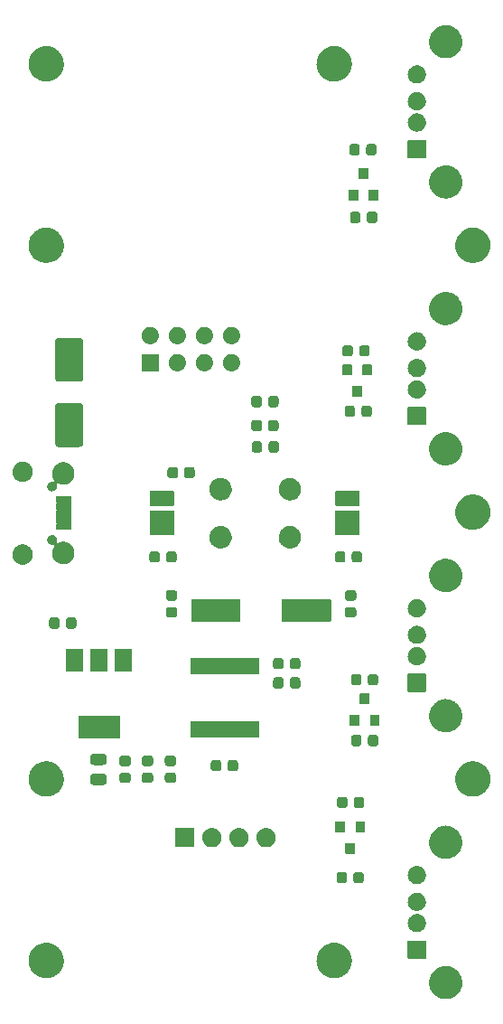
<source format=gbr>
G04 #@! TF.GenerationSoftware,KiCad,Pcbnew,(5.99.0-52-gefbc802f4)*
G04 #@! TF.CreationDate,2019-11-04T16:58:43+01:00*
G04 #@! TF.ProjectId,remote,72656d6f-7465-42e6-9b69-6361645f7063,rev?*
G04 #@! TF.SameCoordinates,Original*
G04 #@! TF.FileFunction,Soldermask,Top*
G04 #@! TF.FilePolarity,Negative*
%FSLAX46Y46*%
G04 Gerber Fmt 4.6, Leading zero omitted, Abs format (unit mm)*
G04 Created by KiCad (PCBNEW (5.99.0-52-gefbc802f4)) date 2019-11-04 16:58:43*
%MOMM*%
%LPD*%
G04 APERTURE LIST*
%ADD10C,0.100000*%
G04 APERTURE END LIST*
D10*
G36*
X192724870Y-161517503D02*
G01*
X192780587Y-161515557D01*
X192847861Y-161524056D01*
X192910350Y-161527385D01*
X192966239Y-161539010D01*
X193028205Y-161546838D01*
X193086838Y-161564095D01*
X193141387Y-161575441D01*
X193201309Y-161597785D01*
X193267637Y-161617307D01*
X193316700Y-161640814D01*
X193362485Y-161657887D01*
X193424355Y-161692394D01*
X193492722Y-161725150D01*
X193531870Y-161752359D01*
X193568580Y-161772833D01*
X193629992Y-161820555D01*
X193697669Y-161867592D01*
X193727117Y-161896029D01*
X193754905Y-161917623D01*
X193813181Y-161979140D01*
X193877207Y-162040969D01*
X193897690Y-162068349D01*
X193917196Y-162088940D01*
X193969539Y-162164391D01*
X194026715Y-162240821D01*
X194039424Y-162265130D01*
X194051703Y-162282831D01*
X194095241Y-162371900D01*
X194142347Y-162462005D01*
X194148868Y-162481606D01*
X194155330Y-162494827D01*
X194187204Y-162596849D01*
X194221129Y-162698831D01*
X194223351Y-162712547D01*
X194225703Y-162720077D01*
X194243218Y-162835216D01*
X194261033Y-162945207D01*
X194258079Y-163227248D01*
X194251707Y-163261966D01*
X194251166Y-163280197D01*
X194231162Y-163373910D01*
X194213024Y-163472734D01*
X194205639Y-163493474D01*
X194202281Y-163509204D01*
X194164978Y-163607664D01*
X194129300Y-163707859D01*
X194121956Y-163721218D01*
X194118676Y-163729875D01*
X194062486Y-163829393D01*
X194009061Y-163926573D01*
X194003852Y-163933240D01*
X194002659Y-163935353D01*
X193917525Y-164043734D01*
X193855400Y-164123249D01*
X193774204Y-164198438D01*
X193684728Y-164282314D01*
X193680477Y-164285230D01*
X193672271Y-164292829D01*
X193581065Y-164353426D01*
X193490132Y-164415806D01*
X193479346Y-164421009D01*
X193464386Y-164430948D01*
X193369597Y-164473946D01*
X193277593Y-164518324D01*
X193259603Y-164523841D01*
X193237091Y-164534053D01*
X193142529Y-164559745D01*
X193051988Y-164587512D01*
X193026633Y-164591234D01*
X192996237Y-164599492D01*
X192905124Y-164609068D01*
X192818513Y-164621781D01*
X192786058Y-164621583D01*
X192748018Y-164625581D01*
X192663077Y-164620832D01*
X192582537Y-164620340D01*
X192543732Y-164614159D01*
X192498820Y-164611648D01*
X192422188Y-164594799D01*
X192349503Y-164583222D01*
X192305572Y-164569160D01*
X192255056Y-164558053D01*
X192188282Y-164531615D01*
X192124751Y-164511279D01*
X192077318Y-164487681D01*
X192022997Y-164466174D01*
X191967052Y-164432824D01*
X191913481Y-164406173D01*
X191864562Y-164371729D01*
X191808612Y-164338376D01*
X191763850Y-164300816D01*
X191720537Y-164270319D01*
X191672434Y-164224109D01*
X191617418Y-164177945D01*
X191583622Y-164138792D01*
X191550359Y-164106838D01*
X191505609Y-164048413D01*
X191454333Y-163989009D01*
X191430758Y-163950688D01*
X191406869Y-163919499D01*
X191368132Y-163848891D01*
X191323554Y-163776430D01*
X191308980Y-163741071D01*
X191293367Y-163712612D01*
X191263347Y-163630357D01*
X191228444Y-163545676D01*
X191221254Y-163515023D01*
X191212464Y-163490937D01*
X191193818Y-163398049D01*
X191171451Y-163302684D01*
X191169727Y-163278029D01*
X191166023Y-163259577D01*
X191161300Y-163157527D01*
X191154040Y-163053705D01*
X191155668Y-163035820D01*
X191155114Y-163023855D01*
X191166738Y-162914177D01*
X191176661Y-162805146D01*
X191179442Y-162794316D01*
X191179985Y-162789190D01*
X191211189Y-162670668D01*
X191238731Y-162563401D01*
X191279091Y-162471021D01*
X191333971Y-162344502D01*
X191335264Y-162342445D01*
X191338652Y-162334690D01*
X191398740Y-162241452D01*
X191459542Y-162144713D01*
X191465595Y-162137713D01*
X191473855Y-162124896D01*
X191545058Y-162045817D01*
X191613893Y-161966212D01*
X191626124Y-161955785D01*
X191640861Y-161939417D01*
X191719191Y-161876438D01*
X191793465Y-161813114D01*
X191812935Y-161801065D01*
X191835373Y-161783025D01*
X191917267Y-161736503D01*
X191994129Y-161688939D01*
X192021484Y-161677299D01*
X192052387Y-161659744D01*
X192134567Y-161629182D01*
X192211259Y-161596549D01*
X192246685Y-161587486D01*
X192286320Y-161572746D01*
X192365882Y-161556992D01*
X192439877Y-161538062D01*
X192483059Y-161533790D01*
X192531153Y-161524267D01*
X192605594Y-161521668D01*
X192674709Y-161514830D01*
X192724870Y-161517503D01*
X192724870Y-161517503D01*
G37*
G36*
X155323730Y-159349000D02*
G01*
X155379937Y-159349000D01*
X155450874Y-159360235D01*
X155517558Y-159366128D01*
X155574072Y-159379748D01*
X155636610Y-159389653D01*
X155698179Y-159409658D01*
X155756121Y-159423622D01*
X155816809Y-159448203D01*
X155883764Y-159469958D01*
X155935106Y-159496118D01*
X155983565Y-159515746D01*
X156046309Y-159552779D01*
X156115312Y-159587938D01*
X156156161Y-159617616D01*
X156194891Y-159640476D01*
X156257232Y-159691049D01*
X156325554Y-159740688D01*
X156356207Y-159771341D01*
X156385465Y-159795076D01*
X156444718Y-159859852D01*
X156509312Y-159924446D01*
X156530574Y-159953711D01*
X156551091Y-159976140D01*
X156604400Y-160055323D01*
X156662062Y-160134688D01*
X156675230Y-160160531D01*
X156688137Y-160179703D01*
X156732562Y-160273052D01*
X156780042Y-160366236D01*
X156786784Y-160386987D01*
X156793587Y-160401281D01*
X156826245Y-160508436D01*
X156860347Y-160613390D01*
X156862634Y-160627830D01*
X156865129Y-160636016D01*
X156883244Y-160757955D01*
X156901000Y-160870063D01*
X156901000Y-161129937D01*
X156892684Y-161182440D01*
X156891885Y-161211983D01*
X156874640Y-161296367D01*
X156860347Y-161386610D01*
X156849164Y-161421027D01*
X156843080Y-161450799D01*
X156810365Y-161540439D01*
X156780042Y-161633764D01*
X156766872Y-161659612D01*
X156758950Y-161681318D01*
X156709540Y-161772131D01*
X156662062Y-161865312D01*
X156649241Y-161882959D01*
X156641672Y-161896870D01*
X156574158Y-161986301D01*
X156509312Y-162075554D01*
X156498976Y-162085890D01*
X156493819Y-162092721D01*
X156405782Y-162179084D01*
X156325554Y-162259312D01*
X156319558Y-162263668D01*
X156318640Y-162264569D01*
X156143110Y-162391866D01*
X156115312Y-162412062D01*
X156014629Y-162463363D01*
X155902223Y-162521753D01*
X155895505Y-162524060D01*
X155883764Y-162530042D01*
X155777902Y-162564439D01*
X155670133Y-162601441D01*
X155655994Y-162604049D01*
X155636610Y-162610347D01*
X155532080Y-162626903D01*
X155428808Y-162645950D01*
X155407170Y-162646687D01*
X155379937Y-162651000D01*
X155280480Y-162651000D01*
X155183553Y-162654300D01*
X155154812Y-162651000D01*
X155120063Y-162651000D01*
X155028482Y-162636495D01*
X154939768Y-162626309D01*
X154904791Y-162616904D01*
X154863390Y-162610347D01*
X154781749Y-162583820D01*
X154702788Y-162562589D01*
X154662903Y-162545205D01*
X154616236Y-162530042D01*
X154545965Y-162494237D01*
X154477832Y-162464541D01*
X154434765Y-162437578D01*
X154384688Y-162412062D01*
X154326590Y-162369851D01*
X154269843Y-162334323D01*
X154225667Y-162296526D01*
X154174446Y-162259312D01*
X154128671Y-162213537D01*
X154083382Y-162174788D01*
X154040465Y-162125331D01*
X153990688Y-162075554D01*
X153956823Y-162028943D01*
X153922556Y-161989454D01*
X153883461Y-161927969D01*
X153837938Y-161865312D01*
X153815015Y-161820323D01*
X153790884Y-161782372D01*
X153758299Y-161709012D01*
X153719958Y-161633764D01*
X153706561Y-161592533D01*
X153691269Y-161558105D01*
X153667885Y-161473501D01*
X153639653Y-161386610D01*
X153633993Y-161350874D01*
X153625897Y-161321582D01*
X153614348Y-161226843D01*
X153599000Y-161129937D01*
X153599000Y-161100932D01*
X153596203Y-161077987D01*
X153599000Y-160974628D01*
X153599000Y-160870063D01*
X153602413Y-160848516D01*
X153602841Y-160832689D01*
X153622390Y-160722382D01*
X153639653Y-160613390D01*
X153644171Y-160599485D01*
X153645664Y-160591061D01*
X153684876Y-160474207D01*
X153719958Y-160366236D01*
X153723325Y-160359628D01*
X153723732Y-160358415D01*
X153821710Y-160166538D01*
X153837938Y-160134688D01*
X153904366Y-160043258D01*
X153978002Y-159940214D01*
X153982942Y-159935107D01*
X153990688Y-159924446D01*
X154069390Y-159845744D01*
X154148621Y-159763841D01*
X154160037Y-159755097D01*
X154174446Y-159740688D01*
X154260048Y-159678494D01*
X154343440Y-159614621D01*
X154362390Y-159604139D01*
X154384688Y-159587938D01*
X154473279Y-159542798D01*
X154558164Y-159495843D01*
X154585275Y-159485734D01*
X154616236Y-159469958D01*
X154704418Y-159441306D01*
X154788091Y-159410105D01*
X154823527Y-159402605D01*
X154863390Y-159389653D01*
X154948177Y-159376224D01*
X155028171Y-159359294D01*
X155071600Y-159356676D01*
X155120063Y-159349000D01*
X155198917Y-159349000D01*
X155273111Y-159344527D01*
X155323730Y-159349000D01*
X155323730Y-159349000D01*
G37*
G36*
X182323730Y-159349000D02*
G01*
X182379937Y-159349000D01*
X182450874Y-159360235D01*
X182517558Y-159366128D01*
X182574072Y-159379748D01*
X182636610Y-159389653D01*
X182698179Y-159409658D01*
X182756121Y-159423622D01*
X182816809Y-159448203D01*
X182883764Y-159469958D01*
X182935106Y-159496118D01*
X182983565Y-159515746D01*
X183046309Y-159552779D01*
X183115312Y-159587938D01*
X183156161Y-159617616D01*
X183194891Y-159640476D01*
X183257232Y-159691049D01*
X183325554Y-159740688D01*
X183356207Y-159771341D01*
X183385465Y-159795076D01*
X183444718Y-159859852D01*
X183509312Y-159924446D01*
X183530574Y-159953711D01*
X183551091Y-159976140D01*
X183604400Y-160055323D01*
X183662062Y-160134688D01*
X183675230Y-160160531D01*
X183688137Y-160179703D01*
X183732562Y-160273052D01*
X183780042Y-160366236D01*
X183786784Y-160386987D01*
X183793587Y-160401281D01*
X183826245Y-160508436D01*
X183860347Y-160613390D01*
X183862634Y-160627830D01*
X183865129Y-160636016D01*
X183883244Y-160757955D01*
X183901000Y-160870063D01*
X183901000Y-161129937D01*
X183892684Y-161182440D01*
X183891885Y-161211983D01*
X183874640Y-161296367D01*
X183860347Y-161386610D01*
X183849164Y-161421027D01*
X183843080Y-161450799D01*
X183810365Y-161540439D01*
X183780042Y-161633764D01*
X183766872Y-161659612D01*
X183758950Y-161681318D01*
X183709540Y-161772131D01*
X183662062Y-161865312D01*
X183649241Y-161882959D01*
X183641672Y-161896870D01*
X183574158Y-161986301D01*
X183509312Y-162075554D01*
X183498976Y-162085890D01*
X183493819Y-162092721D01*
X183405782Y-162179084D01*
X183325554Y-162259312D01*
X183319558Y-162263668D01*
X183318640Y-162264569D01*
X183143110Y-162391866D01*
X183115312Y-162412062D01*
X183014629Y-162463363D01*
X182902223Y-162521753D01*
X182895505Y-162524060D01*
X182883764Y-162530042D01*
X182777902Y-162564439D01*
X182670133Y-162601441D01*
X182655994Y-162604049D01*
X182636610Y-162610347D01*
X182532080Y-162626903D01*
X182428808Y-162645950D01*
X182407170Y-162646687D01*
X182379937Y-162651000D01*
X182280480Y-162651000D01*
X182183553Y-162654300D01*
X182154812Y-162651000D01*
X182120063Y-162651000D01*
X182028482Y-162636495D01*
X181939768Y-162626309D01*
X181904791Y-162616904D01*
X181863390Y-162610347D01*
X181781749Y-162583820D01*
X181702788Y-162562589D01*
X181662903Y-162545205D01*
X181616236Y-162530042D01*
X181545965Y-162494237D01*
X181477832Y-162464541D01*
X181434765Y-162437578D01*
X181384688Y-162412062D01*
X181326590Y-162369851D01*
X181269843Y-162334323D01*
X181225667Y-162296526D01*
X181174446Y-162259312D01*
X181128671Y-162213537D01*
X181083382Y-162174788D01*
X181040465Y-162125331D01*
X180990688Y-162075554D01*
X180956823Y-162028943D01*
X180922556Y-161989454D01*
X180883461Y-161927969D01*
X180837938Y-161865312D01*
X180815015Y-161820323D01*
X180790884Y-161782372D01*
X180758299Y-161709012D01*
X180719958Y-161633764D01*
X180706561Y-161592533D01*
X180691269Y-161558105D01*
X180667885Y-161473501D01*
X180639653Y-161386610D01*
X180633993Y-161350874D01*
X180625897Y-161321582D01*
X180614348Y-161226843D01*
X180599000Y-161129937D01*
X180599000Y-161100932D01*
X180596203Y-161077987D01*
X180599000Y-160974628D01*
X180599000Y-160870063D01*
X180602413Y-160848516D01*
X180602841Y-160832689D01*
X180622390Y-160722382D01*
X180639653Y-160613390D01*
X180644171Y-160599485D01*
X180645664Y-160591061D01*
X180684876Y-160474207D01*
X180719958Y-160366236D01*
X180723325Y-160359628D01*
X180723732Y-160358415D01*
X180821710Y-160166538D01*
X180837938Y-160134688D01*
X180904366Y-160043258D01*
X180978002Y-159940214D01*
X180982942Y-159935107D01*
X180990688Y-159924446D01*
X181069390Y-159845744D01*
X181148621Y-159763841D01*
X181160037Y-159755097D01*
X181174446Y-159740688D01*
X181260048Y-159678494D01*
X181343440Y-159614621D01*
X181362390Y-159604139D01*
X181384688Y-159587938D01*
X181473279Y-159542798D01*
X181558164Y-159495843D01*
X181585275Y-159485734D01*
X181616236Y-159469958D01*
X181704418Y-159441306D01*
X181788091Y-159410105D01*
X181823527Y-159402605D01*
X181863390Y-159389653D01*
X181948177Y-159376224D01*
X182028171Y-159359294D01*
X182071600Y-159356676D01*
X182120063Y-159349000D01*
X182198917Y-159349000D01*
X182273111Y-159344527D01*
X182323730Y-159349000D01*
X182323730Y-159349000D01*
G37*
G36*
X190819899Y-159151959D02*
G01*
X190836769Y-159163231D01*
X190848041Y-159180101D01*
X190854448Y-159212312D01*
X190854448Y-160787688D01*
X190851999Y-160800000D01*
X190848041Y-160819899D01*
X190836769Y-160836769D01*
X190819899Y-160848041D01*
X190800000Y-160851999D01*
X190787688Y-160854448D01*
X189212312Y-160854448D01*
X189180101Y-160848041D01*
X189163231Y-160836769D01*
X189151959Y-160819899D01*
X189145552Y-160787688D01*
X189145552Y-159212312D01*
X189151959Y-159180101D01*
X189163231Y-159163231D01*
X189180101Y-159151959D01*
X189212312Y-159145552D01*
X190787688Y-159145552D01*
X190819899Y-159151959D01*
X190819899Y-159151959D01*
G37*
G36*
X190002976Y-156647826D02*
G01*
X190044766Y-156645782D01*
X190089056Y-156652639D01*
X190139810Y-156655476D01*
X190180163Y-156666743D01*
X190215621Y-156672232D01*
X190263204Y-156689928D01*
X190317898Y-156705199D01*
X190349622Y-156722067D01*
X190377659Y-156732494D01*
X190425757Y-156762549D01*
X190481153Y-156792004D01*
X190503968Y-156811421D01*
X190524271Y-156824108D01*
X190569641Y-156867313D01*
X190621961Y-156911841D01*
X190636463Y-156930947D01*
X190649472Y-156943335D01*
X190688616Y-156999655D01*
X190733751Y-157059118D01*
X190741302Y-157075459D01*
X190748142Y-157085301D01*
X190777508Y-157153817D01*
X190811307Y-157226965D01*
X190813885Y-157238692D01*
X190816247Y-157244202D01*
X190832429Y-157323036D01*
X190851011Y-157407551D01*
X190850345Y-157598388D01*
X190831181Y-157682738D01*
X190814443Y-157761485D01*
X190812041Y-157766982D01*
X190809381Y-157778692D01*
X190775069Y-157851609D01*
X190745227Y-157919915D01*
X190738318Y-157929709D01*
X190730655Y-157945994D01*
X190685114Y-158005130D01*
X190645570Y-158061187D01*
X190632472Y-158073487D01*
X190617840Y-158092487D01*
X190565227Y-158136635D01*
X190519544Y-158179534D01*
X190499147Y-158192082D01*
X190476199Y-158211338D01*
X190420600Y-158240405D01*
X190372293Y-158270123D01*
X190344184Y-158280354D01*
X190312341Y-158297001D01*
X190257534Y-158311892D01*
X190209831Y-158329254D01*
X190174340Y-158334495D01*
X190133911Y-158345479D01*
X190083139Y-158347962D01*
X190038803Y-158354509D01*
X189997027Y-158352174D01*
X189949233Y-158354511D01*
X189904992Y-158347028D01*
X189866189Y-158344859D01*
X189819980Y-158332650D01*
X189766923Y-158323676D01*
X189730839Y-158309097D01*
X189699035Y-158300694D01*
X189650897Y-158276799D01*
X189595488Y-158254412D01*
X189568311Y-158235804D01*
X189544182Y-158223826D01*
X189497128Y-158187063D01*
X189442926Y-158149950D01*
X189424469Y-158130295D01*
X189407950Y-158117389D01*
X189365400Y-158067393D01*
X189316354Y-158015164D01*
X189305608Y-157997138D01*
X189295896Y-157985726D01*
X189261401Y-157922981D01*
X189221678Y-157856344D01*
X189216943Y-157842111D01*
X189212610Y-157834229D01*
X189189692Y-157760192D01*
X189163314Y-157680898D01*
X189162372Y-157671934D01*
X189161486Y-157669072D01*
X189153347Y-157586068D01*
X189143987Y-157497012D01*
X189153967Y-157408044D01*
X189162687Y-157325078D01*
X189163593Y-157322220D01*
X189164598Y-157313265D01*
X189191530Y-157234153D01*
X189214963Y-157160281D01*
X189219350Y-157152432D01*
X189224184Y-157138231D01*
X189264382Y-157071857D01*
X189299304Y-157009371D01*
X189309092Y-156998031D01*
X189319967Y-156980075D01*
X189369385Y-156928181D01*
X189412273Y-156878495D01*
X189428879Y-156865707D01*
X189447477Y-156846177D01*
X189501952Y-156809433D01*
X189549250Y-156773009D01*
X189573458Y-156761202D01*
X189600765Y-156742783D01*
X189656319Y-156720787D01*
X189704633Y-156697223D01*
X189736503Y-156689040D01*
X189772679Y-156674717D01*
X189825795Y-156666114D01*
X189872088Y-156654228D01*
X189910903Y-156652330D01*
X189955199Y-156645155D01*
X190002976Y-156647826D01*
X190002976Y-156647826D01*
G37*
G36*
X190002976Y-154647826D02*
G01*
X190044766Y-154645782D01*
X190089056Y-154652639D01*
X190139810Y-154655476D01*
X190180163Y-154666743D01*
X190215621Y-154672232D01*
X190263204Y-154689928D01*
X190317898Y-154705199D01*
X190349622Y-154722067D01*
X190377659Y-154732494D01*
X190425757Y-154762549D01*
X190481153Y-154792004D01*
X190503968Y-154811421D01*
X190524271Y-154824108D01*
X190569641Y-154867313D01*
X190621961Y-154911841D01*
X190636463Y-154930947D01*
X190649472Y-154943335D01*
X190688616Y-154999655D01*
X190733751Y-155059118D01*
X190741302Y-155075459D01*
X190748142Y-155085301D01*
X190777508Y-155153817D01*
X190811307Y-155226965D01*
X190813885Y-155238692D01*
X190816247Y-155244202D01*
X190832429Y-155323036D01*
X190851011Y-155407551D01*
X190850345Y-155598388D01*
X190831181Y-155682738D01*
X190814443Y-155761485D01*
X190812041Y-155766982D01*
X190809381Y-155778692D01*
X190775069Y-155851609D01*
X190745227Y-155919915D01*
X190738318Y-155929709D01*
X190730655Y-155945994D01*
X190685114Y-156005130D01*
X190645570Y-156061187D01*
X190632472Y-156073487D01*
X190617840Y-156092487D01*
X190565227Y-156136635D01*
X190519544Y-156179534D01*
X190499147Y-156192082D01*
X190476199Y-156211338D01*
X190420600Y-156240405D01*
X190372293Y-156270123D01*
X190344184Y-156280354D01*
X190312341Y-156297001D01*
X190257534Y-156311892D01*
X190209831Y-156329254D01*
X190174340Y-156334495D01*
X190133911Y-156345479D01*
X190083139Y-156347962D01*
X190038803Y-156354509D01*
X189997027Y-156352174D01*
X189949233Y-156354511D01*
X189904992Y-156347028D01*
X189866189Y-156344859D01*
X189819980Y-156332650D01*
X189766923Y-156323676D01*
X189730839Y-156309097D01*
X189699035Y-156300694D01*
X189650897Y-156276799D01*
X189595488Y-156254412D01*
X189568311Y-156235804D01*
X189544182Y-156223826D01*
X189497128Y-156187063D01*
X189442926Y-156149950D01*
X189424469Y-156130295D01*
X189407950Y-156117389D01*
X189365400Y-156067393D01*
X189316354Y-156015164D01*
X189305608Y-155997138D01*
X189295896Y-155985726D01*
X189261401Y-155922981D01*
X189221678Y-155856344D01*
X189216943Y-155842111D01*
X189212610Y-155834229D01*
X189189692Y-155760192D01*
X189163314Y-155680898D01*
X189162372Y-155671934D01*
X189161486Y-155669072D01*
X189153347Y-155586068D01*
X189143987Y-155497012D01*
X189153967Y-155408044D01*
X189162687Y-155325078D01*
X189163593Y-155322220D01*
X189164598Y-155313265D01*
X189191530Y-155234153D01*
X189214963Y-155160281D01*
X189219350Y-155152432D01*
X189224184Y-155138231D01*
X189264382Y-155071857D01*
X189299304Y-155009371D01*
X189309092Y-154998031D01*
X189319967Y-154980075D01*
X189369385Y-154928181D01*
X189412273Y-154878495D01*
X189428879Y-154865707D01*
X189447477Y-154846177D01*
X189501952Y-154809433D01*
X189549250Y-154773009D01*
X189573458Y-154761202D01*
X189600765Y-154742783D01*
X189656319Y-154720787D01*
X189704633Y-154697223D01*
X189736503Y-154689040D01*
X189772679Y-154674717D01*
X189825795Y-154666114D01*
X189872088Y-154654228D01*
X189910903Y-154652330D01*
X189955199Y-154645155D01*
X190002976Y-154647826D01*
X190002976Y-154647826D01*
G37*
G36*
X190002976Y-152147826D02*
G01*
X190044766Y-152145782D01*
X190089056Y-152152639D01*
X190139810Y-152155476D01*
X190180163Y-152166743D01*
X190215621Y-152172232D01*
X190263204Y-152189928D01*
X190317898Y-152205199D01*
X190349622Y-152222067D01*
X190377659Y-152232494D01*
X190425757Y-152262549D01*
X190481153Y-152292004D01*
X190503968Y-152311421D01*
X190524271Y-152324108D01*
X190569641Y-152367313D01*
X190621961Y-152411841D01*
X190636463Y-152430947D01*
X190649472Y-152443335D01*
X190688616Y-152499655D01*
X190733751Y-152559118D01*
X190741302Y-152575459D01*
X190748142Y-152585301D01*
X190777508Y-152653817D01*
X190811307Y-152726965D01*
X190813885Y-152738692D01*
X190816247Y-152744202D01*
X190832429Y-152823036D01*
X190851011Y-152907551D01*
X190850345Y-153098388D01*
X190831181Y-153182738D01*
X190814443Y-153261485D01*
X190812041Y-153266982D01*
X190809381Y-153278692D01*
X190775069Y-153351609D01*
X190745227Y-153419915D01*
X190738318Y-153429709D01*
X190730655Y-153445994D01*
X190685114Y-153505130D01*
X190645570Y-153561187D01*
X190632472Y-153573487D01*
X190617840Y-153592487D01*
X190565227Y-153636635D01*
X190519544Y-153679534D01*
X190499147Y-153692082D01*
X190476199Y-153711338D01*
X190420600Y-153740405D01*
X190372293Y-153770123D01*
X190344184Y-153780354D01*
X190312341Y-153797001D01*
X190257534Y-153811892D01*
X190209831Y-153829254D01*
X190174340Y-153834495D01*
X190133911Y-153845479D01*
X190083139Y-153847962D01*
X190038803Y-153854509D01*
X189997027Y-153852174D01*
X189949233Y-153854511D01*
X189904992Y-153847028D01*
X189866189Y-153844859D01*
X189819980Y-153832650D01*
X189766923Y-153823676D01*
X189730839Y-153809097D01*
X189699035Y-153800694D01*
X189650897Y-153776799D01*
X189595488Y-153754412D01*
X189568311Y-153735804D01*
X189544182Y-153723826D01*
X189497128Y-153687063D01*
X189442926Y-153649950D01*
X189424469Y-153630295D01*
X189407950Y-153617389D01*
X189365400Y-153567393D01*
X189316354Y-153515164D01*
X189305608Y-153497138D01*
X189295896Y-153485726D01*
X189261401Y-153422981D01*
X189221678Y-153356344D01*
X189216943Y-153342111D01*
X189212610Y-153334229D01*
X189189692Y-153260192D01*
X189163314Y-153180898D01*
X189162372Y-153171934D01*
X189161486Y-153169072D01*
X189153347Y-153086068D01*
X189143987Y-152997012D01*
X189153967Y-152908044D01*
X189162687Y-152825078D01*
X189163593Y-152822220D01*
X189164598Y-152813265D01*
X189191530Y-152734153D01*
X189214963Y-152660281D01*
X189219350Y-152652432D01*
X189224184Y-152638231D01*
X189264382Y-152571857D01*
X189299304Y-152509371D01*
X189309092Y-152498031D01*
X189319967Y-152480075D01*
X189369385Y-152428181D01*
X189412273Y-152378495D01*
X189428879Y-152365707D01*
X189447477Y-152346177D01*
X189501952Y-152309433D01*
X189549250Y-152273009D01*
X189573458Y-152261202D01*
X189600765Y-152242783D01*
X189656319Y-152220787D01*
X189704633Y-152197223D01*
X189736503Y-152189040D01*
X189772679Y-152174717D01*
X189825795Y-152166114D01*
X189872088Y-152154228D01*
X189910903Y-152152330D01*
X189955199Y-152145155D01*
X190002976Y-152147826D01*
X190002976Y-152147826D01*
G37*
G36*
X184751231Y-152723001D02*
G01*
X184751964Y-152723001D01*
X184754829Y-152723571D01*
X184837918Y-152736731D01*
X184848760Y-152742255D01*
X184857215Y-152743937D01*
X184873768Y-152754998D01*
X184914054Y-152775524D01*
X184933316Y-152794786D01*
X184946443Y-152803557D01*
X184955214Y-152816684D01*
X184974476Y-152835946D01*
X184995002Y-152876232D01*
X185006063Y-152892785D01*
X185007745Y-152901240D01*
X185013269Y-152912082D01*
X185026429Y-152995171D01*
X185026999Y-152998036D01*
X185026999Y-152998769D01*
X185028194Y-153006314D01*
X185028194Y-153493686D01*
X185026999Y-153501231D01*
X185026999Y-153501964D01*
X185026429Y-153504829D01*
X185013269Y-153587918D01*
X185007745Y-153598760D01*
X185006063Y-153607215D01*
X184995002Y-153623768D01*
X184974476Y-153664054D01*
X184955214Y-153683316D01*
X184946443Y-153696443D01*
X184933316Y-153705214D01*
X184914054Y-153724476D01*
X184873768Y-153745002D01*
X184857215Y-153756063D01*
X184848760Y-153757745D01*
X184837918Y-153763269D01*
X184754829Y-153776429D01*
X184751964Y-153776999D01*
X184751231Y-153776999D01*
X184743686Y-153778194D01*
X184331314Y-153778194D01*
X184323769Y-153776999D01*
X184323036Y-153776999D01*
X184320171Y-153776429D01*
X184237082Y-153763269D01*
X184226240Y-153757745D01*
X184217785Y-153756063D01*
X184201232Y-153745002D01*
X184160946Y-153724476D01*
X184141684Y-153705214D01*
X184128557Y-153696443D01*
X184119786Y-153683316D01*
X184100524Y-153664054D01*
X184079998Y-153623768D01*
X184068937Y-153607215D01*
X184067255Y-153598760D01*
X184061731Y-153587918D01*
X184048571Y-153504829D01*
X184048001Y-153501964D01*
X184048001Y-153501231D01*
X184046806Y-153493686D01*
X184046806Y-153006314D01*
X184048001Y-152998769D01*
X184048001Y-152998036D01*
X184048571Y-152995171D01*
X184061731Y-152912082D01*
X184067255Y-152901240D01*
X184068937Y-152892785D01*
X184079998Y-152876232D01*
X184100524Y-152835946D01*
X184119786Y-152816684D01*
X184128557Y-152803557D01*
X184141684Y-152794786D01*
X184160946Y-152775524D01*
X184201232Y-152754998D01*
X184217785Y-152743937D01*
X184226240Y-152742255D01*
X184237082Y-152736731D01*
X184320171Y-152723571D01*
X184323036Y-152723001D01*
X184323769Y-152723001D01*
X184331314Y-152721806D01*
X184743686Y-152721806D01*
X184751231Y-152723001D01*
X184751231Y-152723001D01*
G37*
G36*
X183176231Y-152723001D02*
G01*
X183176964Y-152723001D01*
X183179829Y-152723571D01*
X183262918Y-152736731D01*
X183273760Y-152742255D01*
X183282215Y-152743937D01*
X183298768Y-152754998D01*
X183339054Y-152775524D01*
X183358316Y-152794786D01*
X183371443Y-152803557D01*
X183380214Y-152816684D01*
X183399476Y-152835946D01*
X183420002Y-152876232D01*
X183431063Y-152892785D01*
X183432745Y-152901240D01*
X183438269Y-152912082D01*
X183451429Y-152995171D01*
X183451999Y-152998036D01*
X183451999Y-152998769D01*
X183453194Y-153006314D01*
X183453194Y-153493686D01*
X183451999Y-153501231D01*
X183451999Y-153501964D01*
X183451429Y-153504829D01*
X183438269Y-153587918D01*
X183432745Y-153598760D01*
X183431063Y-153607215D01*
X183420002Y-153623768D01*
X183399476Y-153664054D01*
X183380214Y-153683316D01*
X183371443Y-153696443D01*
X183358316Y-153705214D01*
X183339054Y-153724476D01*
X183298768Y-153745002D01*
X183282215Y-153756063D01*
X183273760Y-153757745D01*
X183262918Y-153763269D01*
X183179829Y-153776429D01*
X183176964Y-153776999D01*
X183176231Y-153776999D01*
X183168686Y-153778194D01*
X182756314Y-153778194D01*
X182748769Y-153776999D01*
X182748036Y-153776999D01*
X182745171Y-153776429D01*
X182662082Y-153763269D01*
X182651240Y-153757745D01*
X182642785Y-153756063D01*
X182626232Y-153745002D01*
X182585946Y-153724476D01*
X182566684Y-153705214D01*
X182553557Y-153696443D01*
X182544786Y-153683316D01*
X182525524Y-153664054D01*
X182504998Y-153623768D01*
X182493937Y-153607215D01*
X182492255Y-153598760D01*
X182486731Y-153587918D01*
X182473571Y-153504829D01*
X182473001Y-153501964D01*
X182473001Y-153501231D01*
X182471806Y-153493686D01*
X182471806Y-153006314D01*
X182473001Y-152998769D01*
X182473001Y-152998036D01*
X182473571Y-152995171D01*
X182486731Y-152912082D01*
X182492255Y-152901240D01*
X182493937Y-152892785D01*
X182504998Y-152876232D01*
X182525524Y-152835946D01*
X182544786Y-152816684D01*
X182553557Y-152803557D01*
X182566684Y-152794786D01*
X182585946Y-152775524D01*
X182626232Y-152754998D01*
X182642785Y-152743937D01*
X182651240Y-152742255D01*
X182662082Y-152736731D01*
X182745171Y-152723571D01*
X182748036Y-152723001D01*
X182748769Y-152723001D01*
X182756314Y-152721806D01*
X183168686Y-152721806D01*
X183176231Y-152723001D01*
X183176231Y-152723001D01*
G37*
G36*
X192724870Y-148377503D02*
G01*
X192780587Y-148375557D01*
X192847861Y-148384056D01*
X192910350Y-148387385D01*
X192966239Y-148399010D01*
X193028205Y-148406838D01*
X193086838Y-148424095D01*
X193141387Y-148435441D01*
X193201309Y-148457785D01*
X193267637Y-148477307D01*
X193316700Y-148500814D01*
X193362485Y-148517887D01*
X193424355Y-148552394D01*
X193492722Y-148585150D01*
X193531870Y-148612359D01*
X193568580Y-148632833D01*
X193629992Y-148680555D01*
X193697669Y-148727592D01*
X193727117Y-148756029D01*
X193754905Y-148777623D01*
X193813181Y-148839140D01*
X193877207Y-148900969D01*
X193897690Y-148928349D01*
X193917196Y-148948940D01*
X193969539Y-149024391D01*
X194026715Y-149100821D01*
X194039424Y-149125130D01*
X194051703Y-149142831D01*
X194095241Y-149231900D01*
X194142347Y-149322005D01*
X194148868Y-149341606D01*
X194155330Y-149354827D01*
X194187204Y-149456849D01*
X194221129Y-149558831D01*
X194223351Y-149572547D01*
X194225703Y-149580077D01*
X194243218Y-149695216D01*
X194261033Y-149805207D01*
X194258079Y-150087248D01*
X194251707Y-150121966D01*
X194251166Y-150140197D01*
X194231162Y-150233910D01*
X194213024Y-150332734D01*
X194205639Y-150353474D01*
X194202281Y-150369204D01*
X194164978Y-150467664D01*
X194129300Y-150567859D01*
X194121956Y-150581218D01*
X194118676Y-150589875D01*
X194062486Y-150689393D01*
X194009061Y-150786573D01*
X194003852Y-150793240D01*
X194002659Y-150795353D01*
X193917525Y-150903734D01*
X193855400Y-150983249D01*
X193774204Y-151058438D01*
X193684728Y-151142314D01*
X193680477Y-151145230D01*
X193672271Y-151152829D01*
X193581065Y-151213426D01*
X193490132Y-151275806D01*
X193479346Y-151281009D01*
X193464386Y-151290948D01*
X193369597Y-151333946D01*
X193277593Y-151378324D01*
X193259603Y-151383841D01*
X193237091Y-151394053D01*
X193142529Y-151419745D01*
X193051988Y-151447512D01*
X193026633Y-151451234D01*
X192996237Y-151459492D01*
X192905124Y-151469068D01*
X192818513Y-151481781D01*
X192786058Y-151481583D01*
X192748018Y-151485581D01*
X192663077Y-151480832D01*
X192582537Y-151480340D01*
X192543732Y-151474159D01*
X192498820Y-151471648D01*
X192422188Y-151454799D01*
X192349503Y-151443222D01*
X192305572Y-151429160D01*
X192255056Y-151418053D01*
X192188282Y-151391615D01*
X192124751Y-151371279D01*
X192077318Y-151347681D01*
X192022997Y-151326174D01*
X191967052Y-151292824D01*
X191913481Y-151266173D01*
X191864562Y-151231729D01*
X191808612Y-151198376D01*
X191763850Y-151160816D01*
X191720537Y-151130319D01*
X191672434Y-151084109D01*
X191617418Y-151037945D01*
X191583622Y-150998792D01*
X191550359Y-150966838D01*
X191505609Y-150908413D01*
X191454333Y-150849009D01*
X191430758Y-150810688D01*
X191406869Y-150779499D01*
X191368132Y-150708891D01*
X191323554Y-150636430D01*
X191308980Y-150601071D01*
X191293367Y-150572612D01*
X191263347Y-150490357D01*
X191228444Y-150405676D01*
X191221254Y-150375023D01*
X191212464Y-150350937D01*
X191193818Y-150258049D01*
X191171451Y-150162684D01*
X191169727Y-150138029D01*
X191166023Y-150119577D01*
X191161300Y-150017527D01*
X191154040Y-149913705D01*
X191155668Y-149895820D01*
X191155114Y-149883855D01*
X191166738Y-149774177D01*
X191176661Y-149665146D01*
X191179442Y-149654316D01*
X191179985Y-149649190D01*
X191211189Y-149530668D01*
X191238731Y-149423401D01*
X191279091Y-149331021D01*
X191333971Y-149204502D01*
X191335264Y-149202445D01*
X191338652Y-149194690D01*
X191398740Y-149101452D01*
X191459542Y-149004713D01*
X191465595Y-148997713D01*
X191473855Y-148984896D01*
X191545058Y-148905817D01*
X191613893Y-148826212D01*
X191626124Y-148815785D01*
X191640861Y-148799417D01*
X191719191Y-148736438D01*
X191793465Y-148673114D01*
X191812935Y-148661065D01*
X191835373Y-148643025D01*
X191917267Y-148596503D01*
X191994129Y-148548939D01*
X192021484Y-148537299D01*
X192052387Y-148519744D01*
X192134567Y-148489182D01*
X192211259Y-148456549D01*
X192246685Y-148447486D01*
X192286320Y-148432746D01*
X192365882Y-148416992D01*
X192439877Y-148398062D01*
X192483059Y-148393790D01*
X192531153Y-148384267D01*
X192605594Y-148381668D01*
X192674709Y-148374830D01*
X192724870Y-148377503D01*
X192724870Y-148377503D01*
G37*
G36*
X184169899Y-150001959D02*
G01*
X184186769Y-150013231D01*
X184198041Y-150030101D01*
X184204448Y-150062312D01*
X184204448Y-150937688D01*
X184201999Y-150950000D01*
X184198041Y-150969899D01*
X184186769Y-150986769D01*
X184169899Y-150998041D01*
X184150000Y-151001999D01*
X184137688Y-151004448D01*
X183362312Y-151004448D01*
X183330101Y-150998041D01*
X183313231Y-150986769D01*
X183301959Y-150969899D01*
X183295552Y-150937688D01*
X183295552Y-150062312D01*
X183301959Y-150030101D01*
X183313231Y-150013231D01*
X183330101Y-150001959D01*
X183362312Y-149995552D01*
X184137688Y-149995552D01*
X184169899Y-150001959D01*
X184169899Y-150001959D01*
G37*
G36*
X169119899Y-148601959D02*
G01*
X169136769Y-148613231D01*
X169148041Y-148630101D01*
X169154448Y-148662312D01*
X169154448Y-150337688D01*
X169151999Y-150350000D01*
X169148041Y-150369899D01*
X169136769Y-150386769D01*
X169119899Y-150398041D01*
X169100000Y-150401999D01*
X169087688Y-150404448D01*
X167412312Y-150404448D01*
X167380101Y-150398041D01*
X167363231Y-150386769D01*
X167351959Y-150369899D01*
X167345552Y-150337688D01*
X167345552Y-148662312D01*
X167351959Y-148630101D01*
X167363231Y-148613231D01*
X167380101Y-148601959D01*
X167412312Y-148595552D01*
X169087688Y-148595552D01*
X169119899Y-148601959D01*
X169119899Y-148601959D01*
G37*
G36*
X176058360Y-148613835D02*
G01*
X176139397Y-148640166D01*
X176226663Y-148667848D01*
X176229655Y-148669493D01*
X176238488Y-148672363D01*
X176310466Y-148713919D01*
X176381499Y-148752970D01*
X176388986Y-148759253D01*
X176402511Y-148767061D01*
X176460259Y-148819057D01*
X176516857Y-148866549D01*
X176526962Y-148879118D01*
X176543261Y-148893793D01*
X176585454Y-148951867D01*
X176627579Y-149004260D01*
X176637994Y-149024182D01*
X176654586Y-149047019D01*
X176681297Y-149107012D01*
X176709439Y-149160843D01*
X176717582Y-149188510D01*
X176731621Y-149220042D01*
X176743992Y-149278241D01*
X176759328Y-149330349D01*
X176762518Y-149365401D01*
X176770999Y-149405301D01*
X176770999Y-149458592D01*
X176775343Y-149506324D01*
X176770999Y-149547653D01*
X176770999Y-149594699D01*
X176761217Y-149640721D01*
X176756873Y-149682047D01*
X176742702Y-149727827D01*
X176731621Y-149779958D01*
X176715028Y-149817226D01*
X176704622Y-149850843D01*
X176678789Y-149898620D01*
X176654586Y-149952981D01*
X176634298Y-149980905D01*
X176620580Y-150006276D01*
X176581859Y-150053082D01*
X176543261Y-150106207D01*
X176522284Y-150125095D01*
X176507952Y-150142419D01*
X176455845Y-150184917D01*
X176402511Y-150232939D01*
X176383524Y-150243901D01*
X176371025Y-150254095D01*
X176305780Y-150288786D01*
X176238488Y-150327637D01*
X176223636Y-150332463D01*
X176215003Y-150337053D01*
X176137430Y-150360473D01*
X176058360Y-150386165D01*
X176049114Y-150387137D01*
X176045851Y-150388122D01*
X175954710Y-150397059D01*
X175917211Y-150401000D01*
X175822789Y-150401000D01*
X175681640Y-150386165D01*
X175600603Y-150359834D01*
X175513337Y-150332152D01*
X175510345Y-150330507D01*
X175501512Y-150327637D01*
X175429534Y-150286081D01*
X175358501Y-150247030D01*
X175351014Y-150240747D01*
X175337489Y-150232939D01*
X175279741Y-150180943D01*
X175223143Y-150133451D01*
X175213038Y-150120882D01*
X175196739Y-150106207D01*
X175154546Y-150048133D01*
X175112421Y-149995740D01*
X175102006Y-149975818D01*
X175085414Y-149952981D01*
X175058703Y-149892988D01*
X175030561Y-149839157D01*
X175022418Y-149811490D01*
X175008379Y-149779958D01*
X174996008Y-149721759D01*
X174980672Y-149669651D01*
X174977482Y-149634599D01*
X174969001Y-149594699D01*
X174969001Y-149541408D01*
X174964657Y-149493676D01*
X174969001Y-149452347D01*
X174969001Y-149405301D01*
X174978783Y-149359279D01*
X174983127Y-149317953D01*
X174997298Y-149272173D01*
X175008379Y-149220042D01*
X175024972Y-149182774D01*
X175035378Y-149149157D01*
X175061211Y-149101380D01*
X175085414Y-149047019D01*
X175105702Y-149019095D01*
X175119420Y-148993724D01*
X175158141Y-148946918D01*
X175196739Y-148893793D01*
X175217716Y-148874905D01*
X175232048Y-148857581D01*
X175284155Y-148815083D01*
X175337489Y-148767061D01*
X175356476Y-148756099D01*
X175368975Y-148745905D01*
X175434220Y-148711214D01*
X175501512Y-148672363D01*
X175516364Y-148667537D01*
X175524997Y-148662947D01*
X175602570Y-148639527D01*
X175681640Y-148613835D01*
X175690886Y-148612863D01*
X175694149Y-148611878D01*
X175785290Y-148602941D01*
X175822789Y-148599000D01*
X175917211Y-148599000D01*
X176058360Y-148613835D01*
X176058360Y-148613835D01*
G37*
G36*
X173518360Y-148613835D02*
G01*
X173599397Y-148640166D01*
X173686663Y-148667848D01*
X173689655Y-148669493D01*
X173698488Y-148672363D01*
X173770466Y-148713919D01*
X173841499Y-148752970D01*
X173848986Y-148759253D01*
X173862511Y-148767061D01*
X173920259Y-148819057D01*
X173976857Y-148866549D01*
X173986962Y-148879118D01*
X174003261Y-148893793D01*
X174045454Y-148951867D01*
X174087579Y-149004260D01*
X174097994Y-149024182D01*
X174114586Y-149047019D01*
X174141297Y-149107012D01*
X174169439Y-149160843D01*
X174177582Y-149188510D01*
X174191621Y-149220042D01*
X174203992Y-149278241D01*
X174219328Y-149330349D01*
X174222518Y-149365401D01*
X174230999Y-149405301D01*
X174230999Y-149458592D01*
X174235343Y-149506324D01*
X174230999Y-149547653D01*
X174230999Y-149594699D01*
X174221217Y-149640721D01*
X174216873Y-149682047D01*
X174202702Y-149727827D01*
X174191621Y-149779958D01*
X174175028Y-149817226D01*
X174164622Y-149850843D01*
X174138789Y-149898620D01*
X174114586Y-149952981D01*
X174094298Y-149980905D01*
X174080580Y-150006276D01*
X174041859Y-150053082D01*
X174003261Y-150106207D01*
X173982284Y-150125095D01*
X173967952Y-150142419D01*
X173915845Y-150184917D01*
X173862511Y-150232939D01*
X173843524Y-150243901D01*
X173831025Y-150254095D01*
X173765780Y-150288786D01*
X173698488Y-150327637D01*
X173683636Y-150332463D01*
X173675003Y-150337053D01*
X173597430Y-150360473D01*
X173518360Y-150386165D01*
X173509114Y-150387137D01*
X173505851Y-150388122D01*
X173414710Y-150397059D01*
X173377211Y-150401000D01*
X173282789Y-150401000D01*
X173141640Y-150386165D01*
X173060603Y-150359834D01*
X172973337Y-150332152D01*
X172970345Y-150330507D01*
X172961512Y-150327637D01*
X172889534Y-150286081D01*
X172818501Y-150247030D01*
X172811014Y-150240747D01*
X172797489Y-150232939D01*
X172739741Y-150180943D01*
X172683143Y-150133451D01*
X172673038Y-150120882D01*
X172656739Y-150106207D01*
X172614546Y-150048133D01*
X172572421Y-149995740D01*
X172562006Y-149975818D01*
X172545414Y-149952981D01*
X172518703Y-149892988D01*
X172490561Y-149839157D01*
X172482418Y-149811490D01*
X172468379Y-149779958D01*
X172456008Y-149721759D01*
X172440672Y-149669651D01*
X172437482Y-149634599D01*
X172429001Y-149594699D01*
X172429001Y-149541408D01*
X172424657Y-149493676D01*
X172429001Y-149452347D01*
X172429001Y-149405301D01*
X172438783Y-149359279D01*
X172443127Y-149317953D01*
X172457298Y-149272173D01*
X172468379Y-149220042D01*
X172484972Y-149182774D01*
X172495378Y-149149157D01*
X172521211Y-149101380D01*
X172545414Y-149047019D01*
X172565702Y-149019095D01*
X172579420Y-148993724D01*
X172618141Y-148946918D01*
X172656739Y-148893793D01*
X172677716Y-148874905D01*
X172692048Y-148857581D01*
X172744155Y-148815083D01*
X172797489Y-148767061D01*
X172816476Y-148756099D01*
X172828975Y-148745905D01*
X172894220Y-148711214D01*
X172961512Y-148672363D01*
X172976364Y-148667537D01*
X172984997Y-148662947D01*
X173062570Y-148639527D01*
X173141640Y-148613835D01*
X173150886Y-148612863D01*
X173154149Y-148611878D01*
X173245290Y-148602941D01*
X173282789Y-148599000D01*
X173377211Y-148599000D01*
X173518360Y-148613835D01*
X173518360Y-148613835D01*
G37*
G36*
X170978360Y-148613835D02*
G01*
X171059397Y-148640166D01*
X171146663Y-148667848D01*
X171149655Y-148669493D01*
X171158488Y-148672363D01*
X171230466Y-148713919D01*
X171301499Y-148752970D01*
X171308986Y-148759253D01*
X171322511Y-148767061D01*
X171380259Y-148819057D01*
X171436857Y-148866549D01*
X171446962Y-148879118D01*
X171463261Y-148893793D01*
X171505454Y-148951867D01*
X171547579Y-149004260D01*
X171557994Y-149024182D01*
X171574586Y-149047019D01*
X171601297Y-149107012D01*
X171629439Y-149160843D01*
X171637582Y-149188510D01*
X171651621Y-149220042D01*
X171663992Y-149278241D01*
X171679328Y-149330349D01*
X171682518Y-149365401D01*
X171690999Y-149405301D01*
X171690999Y-149458592D01*
X171695343Y-149506324D01*
X171690999Y-149547653D01*
X171690999Y-149594699D01*
X171681217Y-149640721D01*
X171676873Y-149682047D01*
X171662702Y-149727827D01*
X171651621Y-149779958D01*
X171635028Y-149817226D01*
X171624622Y-149850843D01*
X171598789Y-149898620D01*
X171574586Y-149952981D01*
X171554298Y-149980905D01*
X171540580Y-150006276D01*
X171501859Y-150053082D01*
X171463261Y-150106207D01*
X171442284Y-150125095D01*
X171427952Y-150142419D01*
X171375845Y-150184917D01*
X171322511Y-150232939D01*
X171303524Y-150243901D01*
X171291025Y-150254095D01*
X171225780Y-150288786D01*
X171158488Y-150327637D01*
X171143636Y-150332463D01*
X171135003Y-150337053D01*
X171057430Y-150360473D01*
X170978360Y-150386165D01*
X170969114Y-150387137D01*
X170965851Y-150388122D01*
X170874710Y-150397059D01*
X170837211Y-150401000D01*
X170742789Y-150401000D01*
X170601640Y-150386165D01*
X170520603Y-150359834D01*
X170433337Y-150332152D01*
X170430345Y-150330507D01*
X170421512Y-150327637D01*
X170349534Y-150286081D01*
X170278501Y-150247030D01*
X170271014Y-150240747D01*
X170257489Y-150232939D01*
X170199741Y-150180943D01*
X170143143Y-150133451D01*
X170133038Y-150120882D01*
X170116739Y-150106207D01*
X170074546Y-150048133D01*
X170032421Y-149995740D01*
X170022006Y-149975818D01*
X170005414Y-149952981D01*
X169978703Y-149892988D01*
X169950561Y-149839157D01*
X169942418Y-149811490D01*
X169928379Y-149779958D01*
X169916008Y-149721759D01*
X169900672Y-149669651D01*
X169897482Y-149634599D01*
X169889001Y-149594699D01*
X169889001Y-149541408D01*
X169884657Y-149493676D01*
X169889001Y-149452347D01*
X169889001Y-149405301D01*
X169898783Y-149359279D01*
X169903127Y-149317953D01*
X169917298Y-149272173D01*
X169928379Y-149220042D01*
X169944972Y-149182774D01*
X169955378Y-149149157D01*
X169981211Y-149101380D01*
X170005414Y-149047019D01*
X170025702Y-149019095D01*
X170039420Y-148993724D01*
X170078141Y-148946918D01*
X170116739Y-148893793D01*
X170137716Y-148874905D01*
X170152048Y-148857581D01*
X170204155Y-148815083D01*
X170257489Y-148767061D01*
X170276476Y-148756099D01*
X170288975Y-148745905D01*
X170354220Y-148711214D01*
X170421512Y-148672363D01*
X170436364Y-148667537D01*
X170444997Y-148662947D01*
X170522570Y-148639527D01*
X170601640Y-148613835D01*
X170610886Y-148612863D01*
X170614149Y-148611878D01*
X170705290Y-148602941D01*
X170742789Y-148599000D01*
X170837211Y-148599000D01*
X170978360Y-148613835D01*
X170978360Y-148613835D01*
G37*
G36*
X185119899Y-148001959D02*
G01*
X185136769Y-148013231D01*
X185148041Y-148030101D01*
X185154448Y-148062312D01*
X185154448Y-148937688D01*
X185151999Y-148950000D01*
X185148041Y-148969899D01*
X185136769Y-148986769D01*
X185119899Y-148998041D01*
X185100000Y-149001999D01*
X185087688Y-149004448D01*
X184312312Y-149004448D01*
X184280101Y-148998041D01*
X184263231Y-148986769D01*
X184251959Y-148969899D01*
X184245552Y-148937688D01*
X184245552Y-148062312D01*
X184251959Y-148030101D01*
X184263231Y-148013231D01*
X184280101Y-148001959D01*
X184312312Y-147995552D01*
X185087688Y-147995552D01*
X185119899Y-148001959D01*
X185119899Y-148001959D01*
G37*
G36*
X183219899Y-148001959D02*
G01*
X183236769Y-148013231D01*
X183248041Y-148030101D01*
X183254448Y-148062312D01*
X183254448Y-148937688D01*
X183251999Y-148950000D01*
X183248041Y-148969899D01*
X183236769Y-148986769D01*
X183219899Y-148998041D01*
X183200000Y-149001999D01*
X183187688Y-149004448D01*
X182412312Y-149004448D01*
X182380101Y-148998041D01*
X182363231Y-148986769D01*
X182351959Y-148969899D01*
X182345552Y-148937688D01*
X182345552Y-148062312D01*
X182351959Y-148030101D01*
X182363231Y-148013231D01*
X182380101Y-148001959D01*
X182412312Y-147995552D01*
X183187688Y-147995552D01*
X183219899Y-148001959D01*
X183219899Y-148001959D01*
G37*
G36*
X183226231Y-145673001D02*
G01*
X183226964Y-145673001D01*
X183229829Y-145673571D01*
X183312918Y-145686731D01*
X183323760Y-145692255D01*
X183332215Y-145693937D01*
X183348768Y-145704998D01*
X183389054Y-145725524D01*
X183408316Y-145744786D01*
X183421443Y-145753557D01*
X183430214Y-145766684D01*
X183449476Y-145785946D01*
X183470002Y-145826232D01*
X183481063Y-145842785D01*
X183482745Y-145851240D01*
X183488269Y-145862082D01*
X183501429Y-145945171D01*
X183501999Y-145948036D01*
X183501999Y-145948769D01*
X183503194Y-145956314D01*
X183503194Y-146443686D01*
X183501999Y-146451231D01*
X183501999Y-146451964D01*
X183501429Y-146454829D01*
X183488269Y-146537918D01*
X183482745Y-146548760D01*
X183481063Y-146557215D01*
X183470002Y-146573768D01*
X183449476Y-146614054D01*
X183430214Y-146633316D01*
X183421443Y-146646443D01*
X183408316Y-146655214D01*
X183389054Y-146674476D01*
X183348768Y-146695002D01*
X183332215Y-146706063D01*
X183323760Y-146707745D01*
X183312918Y-146713269D01*
X183229829Y-146726429D01*
X183226964Y-146726999D01*
X183226231Y-146726999D01*
X183218686Y-146728194D01*
X182806314Y-146728194D01*
X182798769Y-146726999D01*
X182798036Y-146726999D01*
X182795171Y-146726429D01*
X182712082Y-146713269D01*
X182701240Y-146707745D01*
X182692785Y-146706063D01*
X182676232Y-146695002D01*
X182635946Y-146674476D01*
X182616684Y-146655214D01*
X182603557Y-146646443D01*
X182594786Y-146633316D01*
X182575524Y-146614054D01*
X182554998Y-146573768D01*
X182543937Y-146557215D01*
X182542255Y-146548760D01*
X182536731Y-146537918D01*
X182523571Y-146454829D01*
X182523001Y-146451964D01*
X182523001Y-146451231D01*
X182521806Y-146443686D01*
X182521806Y-145956314D01*
X182523001Y-145948769D01*
X182523001Y-145948036D01*
X182523571Y-145945171D01*
X182536731Y-145862082D01*
X182542255Y-145851240D01*
X182543937Y-145842785D01*
X182554998Y-145826232D01*
X182575524Y-145785946D01*
X182594786Y-145766684D01*
X182603557Y-145753557D01*
X182616684Y-145744786D01*
X182635946Y-145725524D01*
X182676232Y-145704998D01*
X182692785Y-145693937D01*
X182701240Y-145692255D01*
X182712082Y-145686731D01*
X182795171Y-145673571D01*
X182798036Y-145673001D01*
X182798769Y-145673001D01*
X182806314Y-145671806D01*
X183218686Y-145671806D01*
X183226231Y-145673001D01*
X183226231Y-145673001D01*
G37*
G36*
X184801231Y-145673001D02*
G01*
X184801964Y-145673001D01*
X184804829Y-145673571D01*
X184887918Y-145686731D01*
X184898760Y-145692255D01*
X184907215Y-145693937D01*
X184923768Y-145704998D01*
X184964054Y-145725524D01*
X184983316Y-145744786D01*
X184996443Y-145753557D01*
X185005214Y-145766684D01*
X185024476Y-145785946D01*
X185045002Y-145826232D01*
X185056063Y-145842785D01*
X185057745Y-145851240D01*
X185063269Y-145862082D01*
X185076429Y-145945171D01*
X185076999Y-145948036D01*
X185076999Y-145948769D01*
X185078194Y-145956314D01*
X185078194Y-146443686D01*
X185076999Y-146451231D01*
X185076999Y-146451964D01*
X185076429Y-146454829D01*
X185063269Y-146537918D01*
X185057745Y-146548760D01*
X185056063Y-146557215D01*
X185045002Y-146573768D01*
X185024476Y-146614054D01*
X185005214Y-146633316D01*
X184996443Y-146646443D01*
X184983316Y-146655214D01*
X184964054Y-146674476D01*
X184923768Y-146695002D01*
X184907215Y-146706063D01*
X184898760Y-146707745D01*
X184887918Y-146713269D01*
X184804829Y-146726429D01*
X184801964Y-146726999D01*
X184801231Y-146726999D01*
X184793686Y-146728194D01*
X184381314Y-146728194D01*
X184373769Y-146726999D01*
X184373036Y-146726999D01*
X184370171Y-146726429D01*
X184287082Y-146713269D01*
X184276240Y-146707745D01*
X184267785Y-146706063D01*
X184251232Y-146695002D01*
X184210946Y-146674476D01*
X184191684Y-146655214D01*
X184178557Y-146646443D01*
X184169786Y-146633316D01*
X184150524Y-146614054D01*
X184129998Y-146573768D01*
X184118937Y-146557215D01*
X184117255Y-146548760D01*
X184111731Y-146537918D01*
X184098571Y-146454829D01*
X184098001Y-146451964D01*
X184098001Y-146451231D01*
X184096806Y-146443686D01*
X184096806Y-145956314D01*
X184098001Y-145948769D01*
X184098001Y-145948036D01*
X184098571Y-145945171D01*
X184111731Y-145862082D01*
X184117255Y-145851240D01*
X184118937Y-145842785D01*
X184129998Y-145826232D01*
X184150524Y-145785946D01*
X184169786Y-145766684D01*
X184178557Y-145753557D01*
X184191684Y-145744786D01*
X184210946Y-145725524D01*
X184251232Y-145704998D01*
X184267785Y-145693937D01*
X184276240Y-145692255D01*
X184287082Y-145686731D01*
X184370171Y-145673571D01*
X184373036Y-145673001D01*
X184373769Y-145673001D01*
X184381314Y-145671806D01*
X184793686Y-145671806D01*
X184801231Y-145673001D01*
X184801231Y-145673001D01*
G37*
G36*
X155323730Y-142349000D02*
G01*
X155379937Y-142349000D01*
X155450874Y-142360235D01*
X155517558Y-142366128D01*
X155574072Y-142379748D01*
X155636610Y-142389653D01*
X155698179Y-142409658D01*
X155756121Y-142423622D01*
X155816809Y-142448203D01*
X155883764Y-142469958D01*
X155935106Y-142496118D01*
X155983565Y-142515746D01*
X156046309Y-142552779D01*
X156115312Y-142587938D01*
X156156161Y-142617616D01*
X156194891Y-142640476D01*
X156257232Y-142691049D01*
X156325554Y-142740688D01*
X156356207Y-142771341D01*
X156385465Y-142795076D01*
X156444718Y-142859852D01*
X156509312Y-142924446D01*
X156530574Y-142953711D01*
X156551091Y-142976140D01*
X156604400Y-143055323D01*
X156662062Y-143134688D01*
X156675230Y-143160531D01*
X156688137Y-143179703D01*
X156732562Y-143273052D01*
X156780042Y-143366236D01*
X156786784Y-143386987D01*
X156793587Y-143401281D01*
X156826245Y-143508436D01*
X156860347Y-143613390D01*
X156862634Y-143627830D01*
X156865129Y-143636016D01*
X156883244Y-143757955D01*
X156901000Y-143870063D01*
X156901000Y-144129937D01*
X156892684Y-144182440D01*
X156891885Y-144211983D01*
X156874640Y-144296367D01*
X156860347Y-144386610D01*
X156849164Y-144421027D01*
X156843080Y-144450799D01*
X156810365Y-144540439D01*
X156780042Y-144633764D01*
X156766872Y-144659612D01*
X156758950Y-144681318D01*
X156709540Y-144772131D01*
X156662062Y-144865312D01*
X156649241Y-144882959D01*
X156641672Y-144896870D01*
X156574158Y-144986301D01*
X156509312Y-145075554D01*
X156498976Y-145085890D01*
X156493819Y-145092721D01*
X156405782Y-145179084D01*
X156325554Y-145259312D01*
X156319558Y-145263668D01*
X156318640Y-145264569D01*
X156143110Y-145391866D01*
X156115312Y-145412062D01*
X156014629Y-145463363D01*
X155902223Y-145521753D01*
X155895505Y-145524060D01*
X155883764Y-145530042D01*
X155777902Y-145564439D01*
X155670133Y-145601441D01*
X155655994Y-145604049D01*
X155636610Y-145610347D01*
X155532080Y-145626903D01*
X155428808Y-145645950D01*
X155407170Y-145646687D01*
X155379937Y-145651000D01*
X155280480Y-145651000D01*
X155183553Y-145654300D01*
X155154812Y-145651000D01*
X155120063Y-145651000D01*
X155028482Y-145636495D01*
X154939768Y-145626309D01*
X154904791Y-145616904D01*
X154863390Y-145610347D01*
X154781749Y-145583820D01*
X154702788Y-145562589D01*
X154662903Y-145545205D01*
X154616236Y-145530042D01*
X154545965Y-145494237D01*
X154477832Y-145464541D01*
X154434765Y-145437578D01*
X154384688Y-145412062D01*
X154326590Y-145369851D01*
X154269843Y-145334323D01*
X154225667Y-145296526D01*
X154174446Y-145259312D01*
X154128671Y-145213537D01*
X154083382Y-145174788D01*
X154040465Y-145125331D01*
X153990688Y-145075554D01*
X153956823Y-145028943D01*
X153922556Y-144989454D01*
X153883461Y-144927969D01*
X153837938Y-144865312D01*
X153815015Y-144820323D01*
X153790884Y-144782372D01*
X153758299Y-144709012D01*
X153719958Y-144633764D01*
X153706561Y-144592533D01*
X153691269Y-144558105D01*
X153667885Y-144473501D01*
X153639653Y-144386610D01*
X153633993Y-144350874D01*
X153625897Y-144321582D01*
X153614348Y-144226843D01*
X153599000Y-144129937D01*
X153599000Y-144100932D01*
X153596203Y-144077987D01*
X153599000Y-143974628D01*
X153599000Y-143870063D01*
X153602413Y-143848516D01*
X153602841Y-143832689D01*
X153622390Y-143722382D01*
X153639653Y-143613390D01*
X153644171Y-143599485D01*
X153645664Y-143591061D01*
X153684876Y-143474207D01*
X153719958Y-143366236D01*
X153723325Y-143359628D01*
X153723732Y-143358415D01*
X153821710Y-143166538D01*
X153837938Y-143134688D01*
X153904366Y-143043258D01*
X153978002Y-142940214D01*
X153982942Y-142935107D01*
X153990688Y-142924446D01*
X154069390Y-142845744D01*
X154148621Y-142763841D01*
X154160037Y-142755097D01*
X154174446Y-142740688D01*
X154260048Y-142678494D01*
X154343440Y-142614621D01*
X154362390Y-142604139D01*
X154384688Y-142587938D01*
X154473279Y-142542798D01*
X154558164Y-142495843D01*
X154585275Y-142485734D01*
X154616236Y-142469958D01*
X154704418Y-142441306D01*
X154788091Y-142410105D01*
X154823527Y-142402605D01*
X154863390Y-142389653D01*
X154948177Y-142376224D01*
X155028171Y-142359294D01*
X155071600Y-142356676D01*
X155120063Y-142349000D01*
X155198917Y-142349000D01*
X155273111Y-142344527D01*
X155323730Y-142349000D01*
X155323730Y-142349000D01*
G37*
G36*
X195323730Y-142349000D02*
G01*
X195379937Y-142349000D01*
X195450874Y-142360235D01*
X195517558Y-142366128D01*
X195574072Y-142379748D01*
X195636610Y-142389653D01*
X195698179Y-142409658D01*
X195756121Y-142423622D01*
X195816809Y-142448203D01*
X195883764Y-142469958D01*
X195935106Y-142496118D01*
X195983565Y-142515746D01*
X196046309Y-142552779D01*
X196115312Y-142587938D01*
X196156161Y-142617616D01*
X196194891Y-142640476D01*
X196257232Y-142691049D01*
X196325554Y-142740688D01*
X196356207Y-142771341D01*
X196385465Y-142795076D01*
X196444718Y-142859852D01*
X196509312Y-142924446D01*
X196530574Y-142953711D01*
X196551091Y-142976140D01*
X196604400Y-143055323D01*
X196662062Y-143134688D01*
X196675230Y-143160531D01*
X196688137Y-143179703D01*
X196732562Y-143273052D01*
X196780042Y-143366236D01*
X196786784Y-143386987D01*
X196793587Y-143401281D01*
X196826245Y-143508436D01*
X196860347Y-143613390D01*
X196862634Y-143627830D01*
X196865129Y-143636016D01*
X196883244Y-143757955D01*
X196901000Y-143870063D01*
X196901000Y-144129937D01*
X196892684Y-144182440D01*
X196891885Y-144211983D01*
X196874640Y-144296367D01*
X196860347Y-144386610D01*
X196849164Y-144421027D01*
X196843080Y-144450799D01*
X196810365Y-144540439D01*
X196780042Y-144633764D01*
X196766872Y-144659612D01*
X196758950Y-144681318D01*
X196709540Y-144772131D01*
X196662062Y-144865312D01*
X196649241Y-144882959D01*
X196641672Y-144896870D01*
X196574158Y-144986301D01*
X196509312Y-145075554D01*
X196498976Y-145085890D01*
X196493819Y-145092721D01*
X196405782Y-145179084D01*
X196325554Y-145259312D01*
X196319558Y-145263668D01*
X196318640Y-145264569D01*
X196143110Y-145391866D01*
X196115312Y-145412062D01*
X196014629Y-145463363D01*
X195902223Y-145521753D01*
X195895505Y-145524060D01*
X195883764Y-145530042D01*
X195777902Y-145564439D01*
X195670133Y-145601441D01*
X195655994Y-145604049D01*
X195636610Y-145610347D01*
X195532080Y-145626903D01*
X195428808Y-145645950D01*
X195407170Y-145646687D01*
X195379937Y-145651000D01*
X195280480Y-145651000D01*
X195183553Y-145654300D01*
X195154812Y-145651000D01*
X195120063Y-145651000D01*
X195028482Y-145636495D01*
X194939768Y-145626309D01*
X194904791Y-145616904D01*
X194863390Y-145610347D01*
X194781749Y-145583820D01*
X194702788Y-145562589D01*
X194662903Y-145545205D01*
X194616236Y-145530042D01*
X194545965Y-145494237D01*
X194477832Y-145464541D01*
X194434765Y-145437578D01*
X194384688Y-145412062D01*
X194326590Y-145369851D01*
X194269843Y-145334323D01*
X194225667Y-145296526D01*
X194174446Y-145259312D01*
X194128671Y-145213537D01*
X194083382Y-145174788D01*
X194040465Y-145125331D01*
X193990688Y-145075554D01*
X193956823Y-145028943D01*
X193922556Y-144989454D01*
X193883461Y-144927969D01*
X193837938Y-144865312D01*
X193815015Y-144820323D01*
X193790884Y-144782372D01*
X193758299Y-144709012D01*
X193719958Y-144633764D01*
X193706561Y-144592533D01*
X193691269Y-144558105D01*
X193667885Y-144473501D01*
X193639653Y-144386610D01*
X193633993Y-144350874D01*
X193625897Y-144321582D01*
X193614348Y-144226843D01*
X193599000Y-144129937D01*
X193599000Y-144100932D01*
X193596203Y-144077987D01*
X193599000Y-143974628D01*
X193599000Y-143870063D01*
X193602413Y-143848516D01*
X193602841Y-143832689D01*
X193622390Y-143722382D01*
X193639653Y-143613390D01*
X193644171Y-143599485D01*
X193645664Y-143591061D01*
X193684876Y-143474207D01*
X193719958Y-143366236D01*
X193723325Y-143359628D01*
X193723732Y-143358415D01*
X193821710Y-143166538D01*
X193837938Y-143134688D01*
X193904366Y-143043258D01*
X193978002Y-142940214D01*
X193982942Y-142935107D01*
X193990688Y-142924446D01*
X194069390Y-142845744D01*
X194148621Y-142763841D01*
X194160037Y-142755097D01*
X194174446Y-142740688D01*
X194260048Y-142678494D01*
X194343440Y-142614621D01*
X194362390Y-142604139D01*
X194384688Y-142587938D01*
X194473279Y-142542798D01*
X194558164Y-142495843D01*
X194585275Y-142485734D01*
X194616236Y-142469958D01*
X194704418Y-142441306D01*
X194788091Y-142410105D01*
X194823527Y-142402605D01*
X194863390Y-142389653D01*
X194948177Y-142376224D01*
X195028171Y-142359294D01*
X195071600Y-142356676D01*
X195120063Y-142349000D01*
X195198917Y-142349000D01*
X195273111Y-142344527D01*
X195323730Y-142349000D01*
X195323730Y-142349000D01*
G37*
G36*
X160601652Y-143498117D02*
G01*
X160602027Y-143498117D01*
X160604106Y-143498506D01*
X160695430Y-143512970D01*
X160703513Y-143517088D01*
X160710347Y-143518366D01*
X160730453Y-143530815D01*
X160778620Y-143555357D01*
X160792488Y-143569225D01*
X160804039Y-143576377D01*
X160817607Y-143594344D01*
X160844643Y-143621380D01*
X160858374Y-143648328D01*
X160870447Y-143664316D01*
X160873814Y-143678632D01*
X160887030Y-143704570D01*
X160901701Y-143797200D01*
X160901883Y-143797973D01*
X160901883Y-143798348D01*
X160903194Y-143806625D01*
X160903194Y-144268375D01*
X160901883Y-144276652D01*
X160901883Y-144277027D01*
X160901494Y-144279106D01*
X160887030Y-144370430D01*
X160882912Y-144378513D01*
X160881634Y-144385347D01*
X160869185Y-144405453D01*
X160844643Y-144453620D01*
X160830775Y-144467488D01*
X160823623Y-144479039D01*
X160805656Y-144492607D01*
X160778620Y-144519643D01*
X160751672Y-144533374D01*
X160735684Y-144545447D01*
X160721368Y-144548814D01*
X160695430Y-144562030D01*
X160602800Y-144576701D01*
X160602027Y-144576883D01*
X160601652Y-144576883D01*
X160593375Y-144578194D01*
X159706625Y-144578194D01*
X159698348Y-144576883D01*
X159697973Y-144576883D01*
X159695894Y-144576494D01*
X159604570Y-144562030D01*
X159596487Y-144557912D01*
X159589653Y-144556634D01*
X159569547Y-144544185D01*
X159521380Y-144519643D01*
X159507512Y-144505775D01*
X159495961Y-144498623D01*
X159482393Y-144480656D01*
X159455357Y-144453620D01*
X159441626Y-144426672D01*
X159429553Y-144410684D01*
X159426186Y-144396368D01*
X159412970Y-144370430D01*
X159398299Y-144277800D01*
X159398117Y-144277027D01*
X159398117Y-144276652D01*
X159396806Y-144268375D01*
X159396806Y-143806625D01*
X159398117Y-143798348D01*
X159398117Y-143797973D01*
X159398506Y-143795894D01*
X159412970Y-143704570D01*
X159417088Y-143696487D01*
X159418366Y-143689653D01*
X159430815Y-143669547D01*
X159455357Y-143621380D01*
X159469225Y-143607512D01*
X159476377Y-143595961D01*
X159494344Y-143582393D01*
X159521380Y-143555357D01*
X159548328Y-143541626D01*
X159564316Y-143529553D01*
X159578632Y-143526186D01*
X159604570Y-143512970D01*
X159697200Y-143498299D01*
X159697973Y-143498117D01*
X159698348Y-143498117D01*
X159706625Y-143496806D01*
X160593375Y-143496806D01*
X160601652Y-143498117D01*
X160601652Y-143498117D01*
G37*
G36*
X165001231Y-143398001D02*
G01*
X165001964Y-143398001D01*
X165004829Y-143398571D01*
X165087918Y-143411731D01*
X165098760Y-143417255D01*
X165107215Y-143418937D01*
X165123768Y-143429998D01*
X165164054Y-143450524D01*
X165183316Y-143469786D01*
X165196443Y-143478557D01*
X165205214Y-143491684D01*
X165224476Y-143510946D01*
X165245002Y-143551232D01*
X165256063Y-143567785D01*
X165257745Y-143576240D01*
X165263269Y-143587082D01*
X165276429Y-143670171D01*
X165276999Y-143673036D01*
X165276999Y-143673769D01*
X165278194Y-143681314D01*
X165278194Y-144093686D01*
X165276999Y-144101231D01*
X165276999Y-144101964D01*
X165276429Y-144104829D01*
X165263269Y-144187918D01*
X165257745Y-144198760D01*
X165256063Y-144207215D01*
X165245002Y-144223768D01*
X165224476Y-144264054D01*
X165205214Y-144283316D01*
X165196443Y-144296443D01*
X165183316Y-144305214D01*
X165164054Y-144324476D01*
X165123768Y-144345002D01*
X165107215Y-144356063D01*
X165098760Y-144357745D01*
X165087918Y-144363269D01*
X165004829Y-144376429D01*
X165001964Y-144376999D01*
X165001231Y-144376999D01*
X164993686Y-144378194D01*
X164506314Y-144378194D01*
X164498769Y-144376999D01*
X164498036Y-144376999D01*
X164495171Y-144376429D01*
X164412082Y-144363269D01*
X164401240Y-144357745D01*
X164392785Y-144356063D01*
X164376232Y-144345002D01*
X164335946Y-144324476D01*
X164316684Y-144305214D01*
X164303557Y-144296443D01*
X164294786Y-144283316D01*
X164275524Y-144264054D01*
X164254998Y-144223768D01*
X164243937Y-144207215D01*
X164242255Y-144198760D01*
X164236731Y-144187918D01*
X164223571Y-144104829D01*
X164223001Y-144101964D01*
X164223001Y-144101231D01*
X164221806Y-144093686D01*
X164221806Y-143681314D01*
X164223001Y-143673769D01*
X164223001Y-143673036D01*
X164223571Y-143670171D01*
X164236731Y-143587082D01*
X164242255Y-143576240D01*
X164243937Y-143567785D01*
X164254998Y-143551232D01*
X164275524Y-143510946D01*
X164294786Y-143491684D01*
X164303557Y-143478557D01*
X164316684Y-143469786D01*
X164335946Y-143450524D01*
X164376232Y-143429998D01*
X164392785Y-143418937D01*
X164401240Y-143417255D01*
X164412082Y-143411731D01*
X164495171Y-143398571D01*
X164498036Y-143398001D01*
X164498769Y-143398001D01*
X164506314Y-143396806D01*
X164993686Y-143396806D01*
X165001231Y-143398001D01*
X165001231Y-143398001D01*
G37*
G36*
X167151231Y-143398001D02*
G01*
X167151964Y-143398001D01*
X167154829Y-143398571D01*
X167237918Y-143411731D01*
X167248760Y-143417255D01*
X167257215Y-143418937D01*
X167273768Y-143429998D01*
X167314054Y-143450524D01*
X167333316Y-143469786D01*
X167346443Y-143478557D01*
X167355214Y-143491684D01*
X167374476Y-143510946D01*
X167395002Y-143551232D01*
X167406063Y-143567785D01*
X167407745Y-143576240D01*
X167413269Y-143587082D01*
X167426429Y-143670171D01*
X167426999Y-143673036D01*
X167426999Y-143673769D01*
X167428194Y-143681314D01*
X167428194Y-144093686D01*
X167426999Y-144101231D01*
X167426999Y-144101964D01*
X167426429Y-144104829D01*
X167413269Y-144187918D01*
X167407745Y-144198760D01*
X167406063Y-144207215D01*
X167395002Y-144223768D01*
X167374476Y-144264054D01*
X167355214Y-144283316D01*
X167346443Y-144296443D01*
X167333316Y-144305214D01*
X167314054Y-144324476D01*
X167273768Y-144345002D01*
X167257215Y-144356063D01*
X167248760Y-144357745D01*
X167237918Y-144363269D01*
X167154829Y-144376429D01*
X167151964Y-144376999D01*
X167151231Y-144376999D01*
X167143686Y-144378194D01*
X166656314Y-144378194D01*
X166648769Y-144376999D01*
X166648036Y-144376999D01*
X166645171Y-144376429D01*
X166562082Y-144363269D01*
X166551240Y-144357745D01*
X166542785Y-144356063D01*
X166526232Y-144345002D01*
X166485946Y-144324476D01*
X166466684Y-144305214D01*
X166453557Y-144296443D01*
X166444786Y-144283316D01*
X166425524Y-144264054D01*
X166404998Y-144223768D01*
X166393937Y-144207215D01*
X166392255Y-144198760D01*
X166386731Y-144187918D01*
X166373571Y-144104829D01*
X166373001Y-144101964D01*
X166373001Y-144101231D01*
X166371806Y-144093686D01*
X166371806Y-143681314D01*
X166373001Y-143673769D01*
X166373001Y-143673036D01*
X166373571Y-143670171D01*
X166386731Y-143587082D01*
X166392255Y-143576240D01*
X166393937Y-143567785D01*
X166404998Y-143551232D01*
X166425524Y-143510946D01*
X166444786Y-143491684D01*
X166453557Y-143478557D01*
X166466684Y-143469786D01*
X166485946Y-143450524D01*
X166526232Y-143429998D01*
X166542785Y-143418937D01*
X166551240Y-143417255D01*
X166562082Y-143411731D01*
X166645171Y-143398571D01*
X166648036Y-143398001D01*
X166648769Y-143398001D01*
X166656314Y-143396806D01*
X167143686Y-143396806D01*
X167151231Y-143398001D01*
X167151231Y-143398001D01*
G37*
G36*
X162901231Y-143398001D02*
G01*
X162901964Y-143398001D01*
X162904829Y-143398571D01*
X162987918Y-143411731D01*
X162998760Y-143417255D01*
X163007215Y-143418937D01*
X163023768Y-143429998D01*
X163064054Y-143450524D01*
X163083316Y-143469786D01*
X163096443Y-143478557D01*
X163105214Y-143491684D01*
X163124476Y-143510946D01*
X163145002Y-143551232D01*
X163156063Y-143567785D01*
X163157745Y-143576240D01*
X163163269Y-143587082D01*
X163176429Y-143670171D01*
X163176999Y-143673036D01*
X163176999Y-143673769D01*
X163178194Y-143681314D01*
X163178194Y-144093686D01*
X163176999Y-144101231D01*
X163176999Y-144101964D01*
X163176429Y-144104829D01*
X163163269Y-144187918D01*
X163157745Y-144198760D01*
X163156063Y-144207215D01*
X163145002Y-144223768D01*
X163124476Y-144264054D01*
X163105214Y-144283316D01*
X163096443Y-144296443D01*
X163083316Y-144305214D01*
X163064054Y-144324476D01*
X163023768Y-144345002D01*
X163007215Y-144356063D01*
X162998760Y-144357745D01*
X162987918Y-144363269D01*
X162904829Y-144376429D01*
X162901964Y-144376999D01*
X162901231Y-144376999D01*
X162893686Y-144378194D01*
X162406314Y-144378194D01*
X162398769Y-144376999D01*
X162398036Y-144376999D01*
X162395171Y-144376429D01*
X162312082Y-144363269D01*
X162301240Y-144357745D01*
X162292785Y-144356063D01*
X162276232Y-144345002D01*
X162235946Y-144324476D01*
X162216684Y-144305214D01*
X162203557Y-144296443D01*
X162194786Y-144283316D01*
X162175524Y-144264054D01*
X162154998Y-144223768D01*
X162143937Y-144207215D01*
X162142255Y-144198760D01*
X162136731Y-144187918D01*
X162123571Y-144104829D01*
X162123001Y-144101964D01*
X162123001Y-144101231D01*
X162121806Y-144093686D01*
X162121806Y-143681314D01*
X162123001Y-143673769D01*
X162123001Y-143673036D01*
X162123571Y-143670171D01*
X162136731Y-143587082D01*
X162142255Y-143576240D01*
X162143937Y-143567785D01*
X162154998Y-143551232D01*
X162175524Y-143510946D01*
X162194786Y-143491684D01*
X162203557Y-143478557D01*
X162216684Y-143469786D01*
X162235946Y-143450524D01*
X162276232Y-143429998D01*
X162292785Y-143418937D01*
X162301240Y-143417255D01*
X162312082Y-143411731D01*
X162395171Y-143398571D01*
X162398036Y-143398001D01*
X162398769Y-143398001D01*
X162406314Y-143396806D01*
X162893686Y-143396806D01*
X162901231Y-143398001D01*
X162901231Y-143398001D01*
G37*
G36*
X172963731Y-142223001D02*
G01*
X172964464Y-142223001D01*
X172967329Y-142223571D01*
X173050418Y-142236731D01*
X173061260Y-142242255D01*
X173069715Y-142243937D01*
X173086268Y-142254998D01*
X173126554Y-142275524D01*
X173145816Y-142294786D01*
X173158943Y-142303557D01*
X173167714Y-142316684D01*
X173186976Y-142335946D01*
X173207502Y-142376232D01*
X173218563Y-142392785D01*
X173220245Y-142401240D01*
X173225769Y-142412082D01*
X173238929Y-142495171D01*
X173239499Y-142498036D01*
X173239499Y-142498769D01*
X173240694Y-142506314D01*
X173240694Y-142993686D01*
X173239499Y-143001231D01*
X173239499Y-143001964D01*
X173238929Y-143004829D01*
X173225769Y-143087918D01*
X173220245Y-143098760D01*
X173218563Y-143107215D01*
X173207502Y-143123768D01*
X173186976Y-143164054D01*
X173167714Y-143183316D01*
X173158943Y-143196443D01*
X173145816Y-143205214D01*
X173126554Y-143224476D01*
X173086268Y-143245002D01*
X173069715Y-143256063D01*
X173061260Y-143257745D01*
X173050418Y-143263269D01*
X172967329Y-143276429D01*
X172964464Y-143276999D01*
X172963731Y-143276999D01*
X172956186Y-143278194D01*
X172543814Y-143278194D01*
X172536269Y-143276999D01*
X172535536Y-143276999D01*
X172532671Y-143276429D01*
X172449582Y-143263269D01*
X172438740Y-143257745D01*
X172430285Y-143256063D01*
X172413732Y-143245002D01*
X172373446Y-143224476D01*
X172354184Y-143205214D01*
X172341057Y-143196443D01*
X172332286Y-143183316D01*
X172313024Y-143164054D01*
X172292498Y-143123768D01*
X172281437Y-143107215D01*
X172279755Y-143098760D01*
X172274231Y-143087918D01*
X172261071Y-143004829D01*
X172260501Y-143001964D01*
X172260501Y-143001231D01*
X172259306Y-142993686D01*
X172259306Y-142506314D01*
X172260501Y-142498769D01*
X172260501Y-142498036D01*
X172261071Y-142495171D01*
X172274231Y-142412082D01*
X172279755Y-142401240D01*
X172281437Y-142392785D01*
X172292498Y-142376232D01*
X172313024Y-142335946D01*
X172332286Y-142316684D01*
X172341057Y-142303557D01*
X172354184Y-142294786D01*
X172373446Y-142275524D01*
X172413732Y-142254998D01*
X172430285Y-142243937D01*
X172438740Y-142242255D01*
X172449582Y-142236731D01*
X172532671Y-142223571D01*
X172535536Y-142223001D01*
X172536269Y-142223001D01*
X172543814Y-142221806D01*
X172956186Y-142221806D01*
X172963731Y-142223001D01*
X172963731Y-142223001D01*
G37*
G36*
X171388731Y-142223001D02*
G01*
X171389464Y-142223001D01*
X171392329Y-142223571D01*
X171475418Y-142236731D01*
X171486260Y-142242255D01*
X171494715Y-142243937D01*
X171511268Y-142254998D01*
X171551554Y-142275524D01*
X171570816Y-142294786D01*
X171583943Y-142303557D01*
X171592714Y-142316684D01*
X171611976Y-142335946D01*
X171632502Y-142376232D01*
X171643563Y-142392785D01*
X171645245Y-142401240D01*
X171650769Y-142412082D01*
X171663929Y-142495171D01*
X171664499Y-142498036D01*
X171664499Y-142498769D01*
X171665694Y-142506314D01*
X171665694Y-142993686D01*
X171664499Y-143001231D01*
X171664499Y-143001964D01*
X171663929Y-143004829D01*
X171650769Y-143087918D01*
X171645245Y-143098760D01*
X171643563Y-143107215D01*
X171632502Y-143123768D01*
X171611976Y-143164054D01*
X171592714Y-143183316D01*
X171583943Y-143196443D01*
X171570816Y-143205214D01*
X171551554Y-143224476D01*
X171511268Y-143245002D01*
X171494715Y-143256063D01*
X171486260Y-143257745D01*
X171475418Y-143263269D01*
X171392329Y-143276429D01*
X171389464Y-143276999D01*
X171388731Y-143276999D01*
X171381186Y-143278194D01*
X170968814Y-143278194D01*
X170961269Y-143276999D01*
X170960536Y-143276999D01*
X170957671Y-143276429D01*
X170874582Y-143263269D01*
X170863740Y-143257745D01*
X170855285Y-143256063D01*
X170838732Y-143245002D01*
X170798446Y-143224476D01*
X170779184Y-143205214D01*
X170766057Y-143196443D01*
X170757286Y-143183316D01*
X170738024Y-143164054D01*
X170717498Y-143123768D01*
X170706437Y-143107215D01*
X170704755Y-143098760D01*
X170699231Y-143087918D01*
X170686071Y-143004829D01*
X170685501Y-143001964D01*
X170685501Y-143001231D01*
X170684306Y-142993686D01*
X170684306Y-142506314D01*
X170685501Y-142498769D01*
X170685501Y-142498036D01*
X170686071Y-142495171D01*
X170699231Y-142412082D01*
X170704755Y-142401240D01*
X170706437Y-142392785D01*
X170717498Y-142376232D01*
X170738024Y-142335946D01*
X170757286Y-142316684D01*
X170766057Y-142303557D01*
X170779184Y-142294786D01*
X170798446Y-142275524D01*
X170838732Y-142254998D01*
X170855285Y-142243937D01*
X170863740Y-142242255D01*
X170874582Y-142236731D01*
X170957671Y-142223571D01*
X170960536Y-142223001D01*
X170961269Y-142223001D01*
X170968814Y-142221806D01*
X171381186Y-142221806D01*
X171388731Y-142223001D01*
X171388731Y-142223001D01*
G37*
G36*
X162901231Y-141823001D02*
G01*
X162901964Y-141823001D01*
X162904829Y-141823571D01*
X162987918Y-141836731D01*
X162998760Y-141842255D01*
X163007215Y-141843937D01*
X163023768Y-141854998D01*
X163064054Y-141875524D01*
X163083316Y-141894786D01*
X163096443Y-141903557D01*
X163105214Y-141916684D01*
X163124476Y-141935946D01*
X163145002Y-141976232D01*
X163156063Y-141992785D01*
X163157745Y-142001240D01*
X163163269Y-142012082D01*
X163176429Y-142095171D01*
X163176999Y-142098036D01*
X163176999Y-142098769D01*
X163178194Y-142106314D01*
X163178194Y-142518686D01*
X163176999Y-142526231D01*
X163176999Y-142526964D01*
X163176429Y-142529829D01*
X163163269Y-142612918D01*
X163157745Y-142623760D01*
X163156063Y-142632215D01*
X163145002Y-142648768D01*
X163124476Y-142689054D01*
X163105214Y-142708316D01*
X163096443Y-142721443D01*
X163083316Y-142730214D01*
X163064054Y-142749476D01*
X163023768Y-142770002D01*
X163007215Y-142781063D01*
X162998760Y-142782745D01*
X162987918Y-142788269D01*
X162904829Y-142801429D01*
X162901964Y-142801999D01*
X162901231Y-142801999D01*
X162893686Y-142803194D01*
X162406314Y-142803194D01*
X162398769Y-142801999D01*
X162398036Y-142801999D01*
X162395171Y-142801429D01*
X162312082Y-142788269D01*
X162301240Y-142782745D01*
X162292785Y-142781063D01*
X162276232Y-142770002D01*
X162235946Y-142749476D01*
X162216684Y-142730214D01*
X162203557Y-142721443D01*
X162194786Y-142708316D01*
X162175524Y-142689054D01*
X162154998Y-142648768D01*
X162143937Y-142632215D01*
X162142255Y-142623760D01*
X162136731Y-142612918D01*
X162123571Y-142529829D01*
X162123001Y-142526964D01*
X162123001Y-142526231D01*
X162121806Y-142518686D01*
X162121806Y-142106314D01*
X162123001Y-142098769D01*
X162123001Y-142098036D01*
X162123571Y-142095171D01*
X162136731Y-142012082D01*
X162142255Y-142001240D01*
X162143937Y-141992785D01*
X162154998Y-141976232D01*
X162175524Y-141935946D01*
X162194786Y-141916684D01*
X162203557Y-141903557D01*
X162216684Y-141894786D01*
X162235946Y-141875524D01*
X162276232Y-141854998D01*
X162292785Y-141843937D01*
X162301240Y-141842255D01*
X162312082Y-141836731D01*
X162395171Y-141823571D01*
X162398036Y-141823001D01*
X162398769Y-141823001D01*
X162406314Y-141821806D01*
X162893686Y-141821806D01*
X162901231Y-141823001D01*
X162901231Y-141823001D01*
G37*
G36*
X165001231Y-141823001D02*
G01*
X165001964Y-141823001D01*
X165004829Y-141823571D01*
X165087918Y-141836731D01*
X165098760Y-141842255D01*
X165107215Y-141843937D01*
X165123768Y-141854998D01*
X165164054Y-141875524D01*
X165183316Y-141894786D01*
X165196443Y-141903557D01*
X165205214Y-141916684D01*
X165224476Y-141935946D01*
X165245002Y-141976232D01*
X165256063Y-141992785D01*
X165257745Y-142001240D01*
X165263269Y-142012082D01*
X165276429Y-142095171D01*
X165276999Y-142098036D01*
X165276999Y-142098769D01*
X165278194Y-142106314D01*
X165278194Y-142518686D01*
X165276999Y-142526231D01*
X165276999Y-142526964D01*
X165276429Y-142529829D01*
X165263269Y-142612918D01*
X165257745Y-142623760D01*
X165256063Y-142632215D01*
X165245002Y-142648768D01*
X165224476Y-142689054D01*
X165205214Y-142708316D01*
X165196443Y-142721443D01*
X165183316Y-142730214D01*
X165164054Y-142749476D01*
X165123768Y-142770002D01*
X165107215Y-142781063D01*
X165098760Y-142782745D01*
X165087918Y-142788269D01*
X165004829Y-142801429D01*
X165001964Y-142801999D01*
X165001231Y-142801999D01*
X164993686Y-142803194D01*
X164506314Y-142803194D01*
X164498769Y-142801999D01*
X164498036Y-142801999D01*
X164495171Y-142801429D01*
X164412082Y-142788269D01*
X164401240Y-142782745D01*
X164392785Y-142781063D01*
X164376232Y-142770002D01*
X164335946Y-142749476D01*
X164316684Y-142730214D01*
X164303557Y-142721443D01*
X164294786Y-142708316D01*
X164275524Y-142689054D01*
X164254998Y-142648768D01*
X164243937Y-142632215D01*
X164242255Y-142623760D01*
X164236731Y-142612918D01*
X164223571Y-142529829D01*
X164223001Y-142526964D01*
X164223001Y-142526231D01*
X164221806Y-142518686D01*
X164221806Y-142106314D01*
X164223001Y-142098769D01*
X164223001Y-142098036D01*
X164223571Y-142095171D01*
X164236731Y-142012082D01*
X164242255Y-142001240D01*
X164243937Y-141992785D01*
X164254998Y-141976232D01*
X164275524Y-141935946D01*
X164294786Y-141916684D01*
X164303557Y-141903557D01*
X164316684Y-141894786D01*
X164335946Y-141875524D01*
X164376232Y-141854998D01*
X164392785Y-141843937D01*
X164401240Y-141842255D01*
X164412082Y-141836731D01*
X164495171Y-141823571D01*
X164498036Y-141823001D01*
X164498769Y-141823001D01*
X164506314Y-141821806D01*
X164993686Y-141821806D01*
X165001231Y-141823001D01*
X165001231Y-141823001D01*
G37*
G36*
X167151231Y-141823001D02*
G01*
X167151964Y-141823001D01*
X167154829Y-141823571D01*
X167237918Y-141836731D01*
X167248760Y-141842255D01*
X167257215Y-141843937D01*
X167273768Y-141854998D01*
X167314054Y-141875524D01*
X167333316Y-141894786D01*
X167346443Y-141903557D01*
X167355214Y-141916684D01*
X167374476Y-141935946D01*
X167395002Y-141976232D01*
X167406063Y-141992785D01*
X167407745Y-142001240D01*
X167413269Y-142012082D01*
X167426429Y-142095171D01*
X167426999Y-142098036D01*
X167426999Y-142098769D01*
X167428194Y-142106314D01*
X167428194Y-142518686D01*
X167426999Y-142526231D01*
X167426999Y-142526964D01*
X167426429Y-142529829D01*
X167413269Y-142612918D01*
X167407745Y-142623760D01*
X167406063Y-142632215D01*
X167395002Y-142648768D01*
X167374476Y-142689054D01*
X167355214Y-142708316D01*
X167346443Y-142721443D01*
X167333316Y-142730214D01*
X167314054Y-142749476D01*
X167273768Y-142770002D01*
X167257215Y-142781063D01*
X167248760Y-142782745D01*
X167237918Y-142788269D01*
X167154829Y-142801429D01*
X167151964Y-142801999D01*
X167151231Y-142801999D01*
X167143686Y-142803194D01*
X166656314Y-142803194D01*
X166648769Y-142801999D01*
X166648036Y-142801999D01*
X166645171Y-142801429D01*
X166562082Y-142788269D01*
X166551240Y-142782745D01*
X166542785Y-142781063D01*
X166526232Y-142770002D01*
X166485946Y-142749476D01*
X166466684Y-142730214D01*
X166453557Y-142721443D01*
X166444786Y-142708316D01*
X166425524Y-142689054D01*
X166404998Y-142648768D01*
X166393937Y-142632215D01*
X166392255Y-142623760D01*
X166386731Y-142612918D01*
X166373571Y-142529829D01*
X166373001Y-142526964D01*
X166373001Y-142526231D01*
X166371806Y-142518686D01*
X166371806Y-142106314D01*
X166373001Y-142098769D01*
X166373001Y-142098036D01*
X166373571Y-142095171D01*
X166386731Y-142012082D01*
X166392255Y-142001240D01*
X166393937Y-141992785D01*
X166404998Y-141976232D01*
X166425524Y-141935946D01*
X166444786Y-141916684D01*
X166453557Y-141903557D01*
X166466684Y-141894786D01*
X166485946Y-141875524D01*
X166526232Y-141854998D01*
X166542785Y-141843937D01*
X166551240Y-141842255D01*
X166562082Y-141836731D01*
X166645171Y-141823571D01*
X166648036Y-141823001D01*
X166648769Y-141823001D01*
X166656314Y-141821806D01*
X167143686Y-141821806D01*
X167151231Y-141823001D01*
X167151231Y-141823001D01*
G37*
G36*
X160601652Y-141623117D02*
G01*
X160602027Y-141623117D01*
X160604106Y-141623506D01*
X160695430Y-141637970D01*
X160703513Y-141642088D01*
X160710347Y-141643366D01*
X160730453Y-141655815D01*
X160778620Y-141680357D01*
X160792488Y-141694225D01*
X160804039Y-141701377D01*
X160817607Y-141719344D01*
X160844643Y-141746380D01*
X160858374Y-141773328D01*
X160870447Y-141789316D01*
X160873814Y-141803632D01*
X160887030Y-141829570D01*
X160901701Y-141922200D01*
X160901883Y-141922973D01*
X160901883Y-141923348D01*
X160903194Y-141931625D01*
X160903194Y-142393375D01*
X160901883Y-142401652D01*
X160901883Y-142402027D01*
X160901494Y-142404106D01*
X160887030Y-142495430D01*
X160882912Y-142503513D01*
X160881634Y-142510347D01*
X160869185Y-142530453D01*
X160844643Y-142578620D01*
X160830775Y-142592488D01*
X160823623Y-142604039D01*
X160805656Y-142617607D01*
X160778620Y-142644643D01*
X160751672Y-142658374D01*
X160735684Y-142670447D01*
X160721368Y-142673814D01*
X160695430Y-142687030D01*
X160602800Y-142701701D01*
X160602027Y-142701883D01*
X160601652Y-142701883D01*
X160593375Y-142703194D01*
X159706625Y-142703194D01*
X159698348Y-142701883D01*
X159697973Y-142701883D01*
X159695894Y-142701494D01*
X159604570Y-142687030D01*
X159596487Y-142682912D01*
X159589653Y-142681634D01*
X159569547Y-142669185D01*
X159521380Y-142644643D01*
X159507512Y-142630775D01*
X159495961Y-142623623D01*
X159482393Y-142605656D01*
X159455357Y-142578620D01*
X159441626Y-142551672D01*
X159429553Y-142535684D01*
X159426186Y-142521368D01*
X159412970Y-142495430D01*
X159398299Y-142402800D01*
X159398117Y-142402027D01*
X159398117Y-142401652D01*
X159396806Y-142393375D01*
X159396806Y-141931625D01*
X159398117Y-141923348D01*
X159398117Y-141922973D01*
X159398506Y-141920894D01*
X159412970Y-141829570D01*
X159417088Y-141821487D01*
X159418366Y-141814653D01*
X159430815Y-141794547D01*
X159455357Y-141746380D01*
X159469225Y-141732512D01*
X159476377Y-141720961D01*
X159494344Y-141707393D01*
X159521380Y-141680357D01*
X159548328Y-141666626D01*
X159564316Y-141654553D01*
X159578632Y-141651186D01*
X159604570Y-141637970D01*
X159697200Y-141623299D01*
X159697973Y-141623117D01*
X159698348Y-141623117D01*
X159706625Y-141621806D01*
X160593375Y-141621806D01*
X160601652Y-141623117D01*
X160601652Y-141623117D01*
G37*
G36*
X184538731Y-139873001D02*
G01*
X184539464Y-139873001D01*
X184542329Y-139873571D01*
X184625418Y-139886731D01*
X184636260Y-139892255D01*
X184644715Y-139893937D01*
X184661268Y-139904998D01*
X184701554Y-139925524D01*
X184720816Y-139944786D01*
X184733943Y-139953557D01*
X184742714Y-139966684D01*
X184761976Y-139985946D01*
X184782502Y-140026232D01*
X184793563Y-140042785D01*
X184795245Y-140051240D01*
X184800769Y-140062082D01*
X184813929Y-140145171D01*
X184814499Y-140148036D01*
X184814499Y-140148769D01*
X184815694Y-140156314D01*
X184815694Y-140643686D01*
X184814499Y-140651231D01*
X184814499Y-140651964D01*
X184813929Y-140654829D01*
X184800769Y-140737918D01*
X184795245Y-140748760D01*
X184793563Y-140757215D01*
X184782502Y-140773768D01*
X184761976Y-140814054D01*
X184742714Y-140833316D01*
X184733943Y-140846443D01*
X184720816Y-140855214D01*
X184701554Y-140874476D01*
X184661268Y-140895002D01*
X184644715Y-140906063D01*
X184636260Y-140907745D01*
X184625418Y-140913269D01*
X184542329Y-140926429D01*
X184539464Y-140926999D01*
X184538731Y-140926999D01*
X184531186Y-140928194D01*
X184118814Y-140928194D01*
X184111269Y-140926999D01*
X184110536Y-140926999D01*
X184107671Y-140926429D01*
X184024582Y-140913269D01*
X184013740Y-140907745D01*
X184005285Y-140906063D01*
X183988732Y-140895002D01*
X183948446Y-140874476D01*
X183929184Y-140855214D01*
X183916057Y-140846443D01*
X183907286Y-140833316D01*
X183888024Y-140814054D01*
X183867498Y-140773768D01*
X183856437Y-140757215D01*
X183854755Y-140748760D01*
X183849231Y-140737918D01*
X183836071Y-140654829D01*
X183835501Y-140651964D01*
X183835501Y-140651231D01*
X183834306Y-140643686D01*
X183834306Y-140156314D01*
X183835501Y-140148769D01*
X183835501Y-140148036D01*
X183836071Y-140145171D01*
X183849231Y-140062082D01*
X183854755Y-140051240D01*
X183856437Y-140042785D01*
X183867498Y-140026232D01*
X183888024Y-139985946D01*
X183907286Y-139966684D01*
X183916057Y-139953557D01*
X183929184Y-139944786D01*
X183948446Y-139925524D01*
X183988732Y-139904998D01*
X184005285Y-139893937D01*
X184013740Y-139892255D01*
X184024582Y-139886731D01*
X184107671Y-139873571D01*
X184110536Y-139873001D01*
X184111269Y-139873001D01*
X184118814Y-139871806D01*
X184531186Y-139871806D01*
X184538731Y-139873001D01*
X184538731Y-139873001D01*
G37*
G36*
X186113731Y-139873001D02*
G01*
X186114464Y-139873001D01*
X186117329Y-139873571D01*
X186200418Y-139886731D01*
X186211260Y-139892255D01*
X186219715Y-139893937D01*
X186236268Y-139904998D01*
X186276554Y-139925524D01*
X186295816Y-139944786D01*
X186308943Y-139953557D01*
X186317714Y-139966684D01*
X186336976Y-139985946D01*
X186357502Y-140026232D01*
X186368563Y-140042785D01*
X186370245Y-140051240D01*
X186375769Y-140062082D01*
X186388929Y-140145171D01*
X186389499Y-140148036D01*
X186389499Y-140148769D01*
X186390694Y-140156314D01*
X186390694Y-140643686D01*
X186389499Y-140651231D01*
X186389499Y-140651964D01*
X186388929Y-140654829D01*
X186375769Y-140737918D01*
X186370245Y-140748760D01*
X186368563Y-140757215D01*
X186357502Y-140773768D01*
X186336976Y-140814054D01*
X186317714Y-140833316D01*
X186308943Y-140846443D01*
X186295816Y-140855214D01*
X186276554Y-140874476D01*
X186236268Y-140895002D01*
X186219715Y-140906063D01*
X186211260Y-140907745D01*
X186200418Y-140913269D01*
X186117329Y-140926429D01*
X186114464Y-140926999D01*
X186113731Y-140926999D01*
X186106186Y-140928194D01*
X185693814Y-140928194D01*
X185686269Y-140926999D01*
X185685536Y-140926999D01*
X185682671Y-140926429D01*
X185599582Y-140913269D01*
X185588740Y-140907745D01*
X185580285Y-140906063D01*
X185563732Y-140895002D01*
X185523446Y-140874476D01*
X185504184Y-140855214D01*
X185491057Y-140846443D01*
X185482286Y-140833316D01*
X185463024Y-140814054D01*
X185442498Y-140773768D01*
X185431437Y-140757215D01*
X185429755Y-140748760D01*
X185424231Y-140737918D01*
X185411071Y-140654829D01*
X185410501Y-140651964D01*
X185410501Y-140651231D01*
X185409306Y-140643686D01*
X185409306Y-140156314D01*
X185410501Y-140148769D01*
X185410501Y-140148036D01*
X185411071Y-140145171D01*
X185424231Y-140062082D01*
X185429755Y-140051240D01*
X185431437Y-140042785D01*
X185442498Y-140026232D01*
X185463024Y-139985946D01*
X185482286Y-139966684D01*
X185491057Y-139953557D01*
X185504184Y-139944786D01*
X185523446Y-139925524D01*
X185563732Y-139904998D01*
X185580285Y-139893937D01*
X185588740Y-139892255D01*
X185599582Y-139886731D01*
X185682671Y-139873571D01*
X185685536Y-139873001D01*
X185686269Y-139873001D01*
X185693814Y-139871806D01*
X186106186Y-139871806D01*
X186113731Y-139873001D01*
X186113731Y-139873001D01*
G37*
G36*
X162119899Y-138101959D02*
G01*
X162136769Y-138113231D01*
X162148041Y-138130101D01*
X162154448Y-138162312D01*
X162154448Y-140137688D01*
X162151999Y-140150000D01*
X162148041Y-140169899D01*
X162136769Y-140186769D01*
X162119899Y-140198041D01*
X162100000Y-140201999D01*
X162087688Y-140204448D01*
X158312312Y-140204448D01*
X158280101Y-140198041D01*
X158263231Y-140186769D01*
X158251959Y-140169899D01*
X158245552Y-140137688D01*
X158245552Y-138162312D01*
X158251959Y-138130101D01*
X158263231Y-138113231D01*
X158280101Y-138101959D01*
X158312312Y-138095552D01*
X162087688Y-138095552D01*
X162119899Y-138101959D01*
X162119899Y-138101959D01*
G37*
G36*
X169319900Y-138576959D02*
G01*
X169330555Y-138584079D01*
X169397770Y-138605125D01*
X169469445Y-138584079D01*
X169480100Y-138576959D01*
X169512312Y-138570552D01*
X169937688Y-138570552D01*
X169969900Y-138576959D01*
X169980555Y-138584079D01*
X170047770Y-138605125D01*
X170119445Y-138584079D01*
X170130100Y-138576959D01*
X170162312Y-138570552D01*
X170587688Y-138570552D01*
X170619900Y-138576959D01*
X170630555Y-138584079D01*
X170697770Y-138605125D01*
X170769445Y-138584079D01*
X170780100Y-138576959D01*
X170812312Y-138570552D01*
X171237688Y-138570552D01*
X171269900Y-138576959D01*
X171280555Y-138584079D01*
X171347770Y-138605125D01*
X171419445Y-138584079D01*
X171430100Y-138576959D01*
X171462312Y-138570552D01*
X171887688Y-138570552D01*
X171919900Y-138576959D01*
X171930555Y-138584079D01*
X171997770Y-138605125D01*
X172069445Y-138584079D01*
X172080100Y-138576959D01*
X172112312Y-138570552D01*
X172537688Y-138570552D01*
X172569900Y-138576959D01*
X172580555Y-138584079D01*
X172647770Y-138605125D01*
X172719445Y-138584079D01*
X172730100Y-138576959D01*
X172762312Y-138570552D01*
X173187688Y-138570552D01*
X173219900Y-138576959D01*
X173230555Y-138584079D01*
X173297770Y-138605125D01*
X173369445Y-138584079D01*
X173380100Y-138576959D01*
X173412312Y-138570552D01*
X173837688Y-138570552D01*
X173869900Y-138576959D01*
X173880555Y-138584079D01*
X173947770Y-138605125D01*
X174019445Y-138584079D01*
X174030100Y-138576959D01*
X174062312Y-138570552D01*
X174487688Y-138570552D01*
X174519900Y-138576959D01*
X174530555Y-138584079D01*
X174597770Y-138605125D01*
X174669445Y-138584079D01*
X174680100Y-138576959D01*
X174712312Y-138570552D01*
X175137688Y-138570552D01*
X175169899Y-138576959D01*
X175186769Y-138588231D01*
X175198041Y-138605101D01*
X175204448Y-138637312D01*
X175204448Y-140062688D01*
X175201999Y-140075000D01*
X175198041Y-140094899D01*
X175186769Y-140111769D01*
X175169899Y-140123041D01*
X175150000Y-140126999D01*
X175137688Y-140129448D01*
X174712312Y-140129448D01*
X174680100Y-140123041D01*
X174669445Y-140115921D01*
X174602230Y-140094875D01*
X174530555Y-140115921D01*
X174519900Y-140123041D01*
X174487688Y-140129448D01*
X174062312Y-140129448D01*
X174030100Y-140123041D01*
X174019445Y-140115921D01*
X173952230Y-140094875D01*
X173880555Y-140115921D01*
X173869900Y-140123041D01*
X173837688Y-140129448D01*
X173412312Y-140129448D01*
X173380100Y-140123041D01*
X173369445Y-140115921D01*
X173302230Y-140094875D01*
X173230555Y-140115921D01*
X173219900Y-140123041D01*
X173187688Y-140129448D01*
X172762312Y-140129448D01*
X172730100Y-140123041D01*
X172719445Y-140115921D01*
X172652230Y-140094875D01*
X172580555Y-140115921D01*
X172569900Y-140123041D01*
X172537688Y-140129448D01*
X172112312Y-140129448D01*
X172080100Y-140123041D01*
X172069445Y-140115921D01*
X172002230Y-140094875D01*
X171930555Y-140115921D01*
X171919900Y-140123041D01*
X171887688Y-140129448D01*
X171462312Y-140129448D01*
X171430100Y-140123041D01*
X171419445Y-140115921D01*
X171352230Y-140094875D01*
X171280555Y-140115921D01*
X171269900Y-140123041D01*
X171237688Y-140129448D01*
X170812312Y-140129448D01*
X170780100Y-140123041D01*
X170769445Y-140115921D01*
X170702230Y-140094875D01*
X170630555Y-140115921D01*
X170619900Y-140123041D01*
X170587688Y-140129448D01*
X170162312Y-140129448D01*
X170130100Y-140123041D01*
X170119445Y-140115921D01*
X170052230Y-140094875D01*
X169980555Y-140115921D01*
X169969900Y-140123041D01*
X169937688Y-140129448D01*
X169512312Y-140129448D01*
X169480100Y-140123041D01*
X169469445Y-140115921D01*
X169402230Y-140094875D01*
X169330555Y-140115921D01*
X169319900Y-140123041D01*
X169287688Y-140129448D01*
X168862312Y-140129448D01*
X168830101Y-140123041D01*
X168813231Y-140111769D01*
X168801959Y-140094899D01*
X168795552Y-140062688D01*
X168795552Y-138637312D01*
X168801959Y-138605101D01*
X168813231Y-138588231D01*
X168830101Y-138576959D01*
X168862312Y-138570552D01*
X169287688Y-138570552D01*
X169319900Y-138576959D01*
X169319900Y-138576959D01*
G37*
G36*
X192724870Y-136517503D02*
G01*
X192780587Y-136515557D01*
X192847861Y-136524056D01*
X192910350Y-136527385D01*
X192966239Y-136539010D01*
X193028205Y-136546838D01*
X193086838Y-136564095D01*
X193141387Y-136575441D01*
X193201309Y-136597785D01*
X193267637Y-136617307D01*
X193316700Y-136640814D01*
X193362485Y-136657887D01*
X193424355Y-136692394D01*
X193492722Y-136725150D01*
X193531870Y-136752359D01*
X193568580Y-136772833D01*
X193629992Y-136820555D01*
X193697669Y-136867592D01*
X193727117Y-136896029D01*
X193754905Y-136917623D01*
X193813181Y-136979140D01*
X193877207Y-137040969D01*
X193897690Y-137068349D01*
X193917196Y-137088940D01*
X193969539Y-137164391D01*
X194026715Y-137240821D01*
X194039424Y-137265130D01*
X194051703Y-137282831D01*
X194095241Y-137371900D01*
X194142347Y-137462005D01*
X194148868Y-137481606D01*
X194155330Y-137494827D01*
X194187204Y-137596849D01*
X194221129Y-137698831D01*
X194223351Y-137712547D01*
X194225703Y-137720077D01*
X194243218Y-137835216D01*
X194261033Y-137945207D01*
X194258079Y-138227248D01*
X194251707Y-138261966D01*
X194251166Y-138280197D01*
X194231162Y-138373910D01*
X194213024Y-138472734D01*
X194205639Y-138493474D01*
X194202281Y-138509204D01*
X194164978Y-138607664D01*
X194129300Y-138707859D01*
X194121956Y-138721218D01*
X194118676Y-138729875D01*
X194062486Y-138829393D01*
X194009061Y-138926573D01*
X194003852Y-138933240D01*
X194002659Y-138935353D01*
X193917525Y-139043734D01*
X193855400Y-139123249D01*
X193774204Y-139198438D01*
X193684728Y-139282314D01*
X193680477Y-139285230D01*
X193672271Y-139292829D01*
X193581065Y-139353426D01*
X193490132Y-139415806D01*
X193479346Y-139421009D01*
X193464386Y-139430948D01*
X193369597Y-139473946D01*
X193277593Y-139518324D01*
X193259603Y-139523841D01*
X193237091Y-139534053D01*
X193142529Y-139559745D01*
X193051988Y-139587512D01*
X193026633Y-139591234D01*
X192996237Y-139599492D01*
X192905124Y-139609068D01*
X192818513Y-139621781D01*
X192786058Y-139621583D01*
X192748018Y-139625581D01*
X192663077Y-139620832D01*
X192582537Y-139620340D01*
X192543732Y-139614159D01*
X192498820Y-139611648D01*
X192422188Y-139594799D01*
X192349503Y-139583222D01*
X192305572Y-139569160D01*
X192255056Y-139558053D01*
X192188282Y-139531615D01*
X192124751Y-139511279D01*
X192077318Y-139487681D01*
X192022997Y-139466174D01*
X191967052Y-139432824D01*
X191913481Y-139406173D01*
X191864562Y-139371729D01*
X191808612Y-139338376D01*
X191763850Y-139300816D01*
X191720537Y-139270319D01*
X191672434Y-139224109D01*
X191617418Y-139177945D01*
X191583622Y-139138792D01*
X191550359Y-139106838D01*
X191505609Y-139048413D01*
X191454333Y-138989009D01*
X191430758Y-138950688D01*
X191406869Y-138919499D01*
X191368132Y-138848891D01*
X191323554Y-138776430D01*
X191308980Y-138741071D01*
X191293367Y-138712612D01*
X191263347Y-138630357D01*
X191228444Y-138545676D01*
X191221254Y-138515023D01*
X191212464Y-138490937D01*
X191193818Y-138398049D01*
X191171451Y-138302684D01*
X191169727Y-138278029D01*
X191166023Y-138259577D01*
X191161300Y-138157527D01*
X191154040Y-138053705D01*
X191155668Y-138035820D01*
X191155114Y-138023855D01*
X191166738Y-137914177D01*
X191176661Y-137805146D01*
X191179442Y-137794316D01*
X191179985Y-137789190D01*
X191211189Y-137670668D01*
X191238731Y-137563401D01*
X191279091Y-137471021D01*
X191333971Y-137344502D01*
X191335264Y-137342445D01*
X191338652Y-137334690D01*
X191398740Y-137241452D01*
X191459542Y-137144713D01*
X191465595Y-137137713D01*
X191473855Y-137124896D01*
X191545058Y-137045817D01*
X191613893Y-136966212D01*
X191626124Y-136955785D01*
X191640861Y-136939417D01*
X191719191Y-136876438D01*
X191793465Y-136813114D01*
X191812935Y-136801065D01*
X191835373Y-136783025D01*
X191917267Y-136736503D01*
X191994129Y-136688939D01*
X192021484Y-136677299D01*
X192052387Y-136659744D01*
X192134567Y-136629182D01*
X192211259Y-136596549D01*
X192246685Y-136587486D01*
X192286320Y-136572746D01*
X192365882Y-136556992D01*
X192439877Y-136538062D01*
X192483059Y-136533790D01*
X192531153Y-136524267D01*
X192605594Y-136521668D01*
X192674709Y-136514830D01*
X192724870Y-136517503D01*
X192724870Y-136517503D01*
G37*
G36*
X186469899Y-138001959D02*
G01*
X186486769Y-138013231D01*
X186498041Y-138030101D01*
X186504448Y-138062312D01*
X186504448Y-138937688D01*
X186501999Y-138950000D01*
X186498041Y-138969899D01*
X186486769Y-138986769D01*
X186469899Y-138998041D01*
X186450000Y-139001999D01*
X186437688Y-139004448D01*
X185662312Y-139004448D01*
X185630101Y-138998041D01*
X185613231Y-138986769D01*
X185601959Y-138969899D01*
X185595552Y-138937688D01*
X185595552Y-138062312D01*
X185601959Y-138030101D01*
X185613231Y-138013231D01*
X185630101Y-138001959D01*
X185662312Y-137995552D01*
X186437688Y-137995552D01*
X186469899Y-138001959D01*
X186469899Y-138001959D01*
G37*
G36*
X184569899Y-138001959D02*
G01*
X184586769Y-138013231D01*
X184598041Y-138030101D01*
X184604448Y-138062312D01*
X184604448Y-138937688D01*
X184601999Y-138950000D01*
X184598041Y-138969899D01*
X184586769Y-138986769D01*
X184569899Y-138998041D01*
X184550000Y-139001999D01*
X184537688Y-139004448D01*
X183762312Y-139004448D01*
X183730101Y-138998041D01*
X183713231Y-138986769D01*
X183701959Y-138969899D01*
X183695552Y-138937688D01*
X183695552Y-138062312D01*
X183701959Y-138030101D01*
X183713231Y-138013231D01*
X183730101Y-138001959D01*
X183762312Y-137995552D01*
X184537688Y-137995552D01*
X184569899Y-138001959D01*
X184569899Y-138001959D01*
G37*
G36*
X185519899Y-136001959D02*
G01*
X185536769Y-136013231D01*
X185548041Y-136030101D01*
X185554448Y-136062312D01*
X185554448Y-136937688D01*
X185551999Y-136950000D01*
X185548041Y-136969899D01*
X185536769Y-136986769D01*
X185519899Y-136998041D01*
X185500000Y-137001999D01*
X185487688Y-137004448D01*
X184712312Y-137004448D01*
X184680101Y-136998041D01*
X184663231Y-136986769D01*
X184651959Y-136969899D01*
X184645552Y-136937688D01*
X184645552Y-136062312D01*
X184651959Y-136030101D01*
X184663231Y-136013231D01*
X184680101Y-136001959D01*
X184712312Y-135995552D01*
X185487688Y-135995552D01*
X185519899Y-136001959D01*
X185519899Y-136001959D01*
G37*
G36*
X190819899Y-134151959D02*
G01*
X190836769Y-134163231D01*
X190848041Y-134180101D01*
X190854448Y-134212312D01*
X190854448Y-135787688D01*
X190851999Y-135800000D01*
X190848041Y-135819899D01*
X190836769Y-135836769D01*
X190819899Y-135848041D01*
X190800000Y-135851999D01*
X190787688Y-135854448D01*
X189212312Y-135854448D01*
X189180101Y-135848041D01*
X189163231Y-135836769D01*
X189151959Y-135819899D01*
X189145552Y-135787688D01*
X189145552Y-134212312D01*
X189151959Y-134180101D01*
X189163231Y-134163231D01*
X189180101Y-134151959D01*
X189212312Y-134145552D01*
X190787688Y-134145552D01*
X190819899Y-134151959D01*
X190819899Y-134151959D01*
G37*
G36*
X178801231Y-134473001D02*
G01*
X178801964Y-134473001D01*
X178804829Y-134473571D01*
X178887918Y-134486731D01*
X178898760Y-134492255D01*
X178907215Y-134493937D01*
X178923768Y-134504998D01*
X178964054Y-134525524D01*
X178983316Y-134544786D01*
X178996443Y-134553557D01*
X179005214Y-134566684D01*
X179024476Y-134585946D01*
X179045002Y-134626232D01*
X179056063Y-134642785D01*
X179057745Y-134651240D01*
X179063269Y-134662082D01*
X179076429Y-134745171D01*
X179076999Y-134748036D01*
X179076999Y-134748769D01*
X179078194Y-134756314D01*
X179078194Y-135243686D01*
X179076999Y-135251231D01*
X179076999Y-135251964D01*
X179076429Y-135254829D01*
X179063269Y-135337918D01*
X179057745Y-135348760D01*
X179056063Y-135357215D01*
X179045002Y-135373768D01*
X179024476Y-135414054D01*
X179005214Y-135433316D01*
X178996443Y-135446443D01*
X178983316Y-135455214D01*
X178964054Y-135474476D01*
X178923768Y-135495002D01*
X178907215Y-135506063D01*
X178898760Y-135507745D01*
X178887918Y-135513269D01*
X178804829Y-135526429D01*
X178801964Y-135526999D01*
X178801231Y-135526999D01*
X178793686Y-135528194D01*
X178381314Y-135528194D01*
X178373769Y-135526999D01*
X178373036Y-135526999D01*
X178370171Y-135526429D01*
X178287082Y-135513269D01*
X178276240Y-135507745D01*
X178267785Y-135506063D01*
X178251232Y-135495002D01*
X178210946Y-135474476D01*
X178191684Y-135455214D01*
X178178557Y-135446443D01*
X178169786Y-135433316D01*
X178150524Y-135414054D01*
X178129998Y-135373768D01*
X178118937Y-135357215D01*
X178117255Y-135348760D01*
X178111731Y-135337918D01*
X178098571Y-135254829D01*
X178098001Y-135251964D01*
X178098001Y-135251231D01*
X178096806Y-135243686D01*
X178096806Y-134756314D01*
X178098001Y-134748769D01*
X178098001Y-134748036D01*
X178098571Y-134745171D01*
X178111731Y-134662082D01*
X178117255Y-134651240D01*
X178118937Y-134642785D01*
X178129998Y-134626232D01*
X178150524Y-134585946D01*
X178169786Y-134566684D01*
X178178557Y-134553557D01*
X178191684Y-134544786D01*
X178210946Y-134525524D01*
X178251232Y-134504998D01*
X178267785Y-134493937D01*
X178276240Y-134492255D01*
X178287082Y-134486731D01*
X178370171Y-134473571D01*
X178373036Y-134473001D01*
X178373769Y-134473001D01*
X178381314Y-134471806D01*
X178793686Y-134471806D01*
X178801231Y-134473001D01*
X178801231Y-134473001D01*
G37*
G36*
X177226231Y-134473001D02*
G01*
X177226964Y-134473001D01*
X177229829Y-134473571D01*
X177312918Y-134486731D01*
X177323760Y-134492255D01*
X177332215Y-134493937D01*
X177348768Y-134504998D01*
X177389054Y-134525524D01*
X177408316Y-134544786D01*
X177421443Y-134553557D01*
X177430214Y-134566684D01*
X177449476Y-134585946D01*
X177470002Y-134626232D01*
X177481063Y-134642785D01*
X177482745Y-134651240D01*
X177488269Y-134662082D01*
X177501429Y-134745171D01*
X177501999Y-134748036D01*
X177501999Y-134748769D01*
X177503194Y-134756314D01*
X177503194Y-135243686D01*
X177501999Y-135251231D01*
X177501999Y-135251964D01*
X177501429Y-135254829D01*
X177488269Y-135337918D01*
X177482745Y-135348760D01*
X177481063Y-135357215D01*
X177470002Y-135373768D01*
X177449476Y-135414054D01*
X177430214Y-135433316D01*
X177421443Y-135446443D01*
X177408316Y-135455214D01*
X177389054Y-135474476D01*
X177348768Y-135495002D01*
X177332215Y-135506063D01*
X177323760Y-135507745D01*
X177312918Y-135513269D01*
X177229829Y-135526429D01*
X177226964Y-135526999D01*
X177226231Y-135526999D01*
X177218686Y-135528194D01*
X176806314Y-135528194D01*
X176798769Y-135526999D01*
X176798036Y-135526999D01*
X176795171Y-135526429D01*
X176712082Y-135513269D01*
X176701240Y-135507745D01*
X176692785Y-135506063D01*
X176676232Y-135495002D01*
X176635946Y-135474476D01*
X176616684Y-135455214D01*
X176603557Y-135446443D01*
X176594786Y-135433316D01*
X176575524Y-135414054D01*
X176554998Y-135373768D01*
X176543937Y-135357215D01*
X176542255Y-135348760D01*
X176536731Y-135337918D01*
X176523571Y-135254829D01*
X176523001Y-135251964D01*
X176523001Y-135251231D01*
X176521806Y-135243686D01*
X176521806Y-134756314D01*
X176523001Y-134748769D01*
X176523001Y-134748036D01*
X176523571Y-134745171D01*
X176536731Y-134662082D01*
X176542255Y-134651240D01*
X176543937Y-134642785D01*
X176554998Y-134626232D01*
X176575524Y-134585946D01*
X176594786Y-134566684D01*
X176603557Y-134553557D01*
X176616684Y-134544786D01*
X176635946Y-134525524D01*
X176676232Y-134504998D01*
X176692785Y-134493937D01*
X176701240Y-134492255D01*
X176712082Y-134486731D01*
X176795171Y-134473571D01*
X176798036Y-134473001D01*
X176798769Y-134473001D01*
X176806314Y-134471806D01*
X177218686Y-134471806D01*
X177226231Y-134473001D01*
X177226231Y-134473001D01*
G37*
G36*
X186101231Y-134173001D02*
G01*
X186101964Y-134173001D01*
X186104829Y-134173571D01*
X186187918Y-134186731D01*
X186198760Y-134192255D01*
X186207215Y-134193937D01*
X186223768Y-134204998D01*
X186264054Y-134225524D01*
X186283316Y-134244786D01*
X186296443Y-134253557D01*
X186305214Y-134266684D01*
X186324476Y-134285946D01*
X186345002Y-134326232D01*
X186356063Y-134342785D01*
X186357745Y-134351240D01*
X186363269Y-134362082D01*
X186376429Y-134445171D01*
X186376999Y-134448036D01*
X186376999Y-134448769D01*
X186378194Y-134456314D01*
X186378194Y-134943686D01*
X186376999Y-134951231D01*
X186376999Y-134951964D01*
X186376429Y-134954829D01*
X186363269Y-135037918D01*
X186357745Y-135048760D01*
X186356063Y-135057215D01*
X186345002Y-135073768D01*
X186324476Y-135114054D01*
X186305214Y-135133316D01*
X186296443Y-135146443D01*
X186283316Y-135155214D01*
X186264054Y-135174476D01*
X186223768Y-135195002D01*
X186207215Y-135206063D01*
X186198760Y-135207745D01*
X186187918Y-135213269D01*
X186104829Y-135226429D01*
X186101964Y-135226999D01*
X186101231Y-135226999D01*
X186093686Y-135228194D01*
X185681314Y-135228194D01*
X185673769Y-135226999D01*
X185673036Y-135226999D01*
X185670171Y-135226429D01*
X185587082Y-135213269D01*
X185576240Y-135207745D01*
X185567785Y-135206063D01*
X185551232Y-135195002D01*
X185510946Y-135174476D01*
X185491684Y-135155214D01*
X185478557Y-135146443D01*
X185469786Y-135133316D01*
X185450524Y-135114054D01*
X185429998Y-135073768D01*
X185418937Y-135057215D01*
X185417255Y-135048760D01*
X185411731Y-135037918D01*
X185398571Y-134954829D01*
X185398001Y-134951964D01*
X185398001Y-134951231D01*
X185396806Y-134943686D01*
X185396806Y-134456314D01*
X185398001Y-134448769D01*
X185398001Y-134448036D01*
X185398571Y-134445171D01*
X185411731Y-134362082D01*
X185417255Y-134351240D01*
X185418937Y-134342785D01*
X185429998Y-134326232D01*
X185450524Y-134285946D01*
X185469786Y-134266684D01*
X185478557Y-134253557D01*
X185491684Y-134244786D01*
X185510946Y-134225524D01*
X185551232Y-134204998D01*
X185567785Y-134193937D01*
X185576240Y-134192255D01*
X185587082Y-134186731D01*
X185670171Y-134173571D01*
X185673036Y-134173001D01*
X185673769Y-134173001D01*
X185681314Y-134171806D01*
X186093686Y-134171806D01*
X186101231Y-134173001D01*
X186101231Y-134173001D01*
G37*
G36*
X184526231Y-134173001D02*
G01*
X184526964Y-134173001D01*
X184529829Y-134173571D01*
X184612918Y-134186731D01*
X184623760Y-134192255D01*
X184632215Y-134193937D01*
X184648768Y-134204998D01*
X184689054Y-134225524D01*
X184708316Y-134244786D01*
X184721443Y-134253557D01*
X184730214Y-134266684D01*
X184749476Y-134285946D01*
X184770002Y-134326232D01*
X184781063Y-134342785D01*
X184782745Y-134351240D01*
X184788269Y-134362082D01*
X184801429Y-134445171D01*
X184801999Y-134448036D01*
X184801999Y-134448769D01*
X184803194Y-134456314D01*
X184803194Y-134943686D01*
X184801999Y-134951231D01*
X184801999Y-134951964D01*
X184801429Y-134954829D01*
X184788269Y-135037918D01*
X184782745Y-135048760D01*
X184781063Y-135057215D01*
X184770002Y-135073768D01*
X184749476Y-135114054D01*
X184730214Y-135133316D01*
X184721443Y-135146443D01*
X184708316Y-135155214D01*
X184689054Y-135174476D01*
X184648768Y-135195002D01*
X184632215Y-135206063D01*
X184623760Y-135207745D01*
X184612918Y-135213269D01*
X184529829Y-135226429D01*
X184526964Y-135226999D01*
X184526231Y-135226999D01*
X184518686Y-135228194D01*
X184106314Y-135228194D01*
X184098769Y-135226999D01*
X184098036Y-135226999D01*
X184095171Y-135226429D01*
X184012082Y-135213269D01*
X184001240Y-135207745D01*
X183992785Y-135206063D01*
X183976232Y-135195002D01*
X183935946Y-135174476D01*
X183916684Y-135155214D01*
X183903557Y-135146443D01*
X183894786Y-135133316D01*
X183875524Y-135114054D01*
X183854998Y-135073768D01*
X183843937Y-135057215D01*
X183842255Y-135048760D01*
X183836731Y-135037918D01*
X183823571Y-134954829D01*
X183823001Y-134951964D01*
X183823001Y-134951231D01*
X183821806Y-134943686D01*
X183821806Y-134456314D01*
X183823001Y-134448769D01*
X183823001Y-134448036D01*
X183823571Y-134445171D01*
X183836731Y-134362082D01*
X183842255Y-134351240D01*
X183843937Y-134342785D01*
X183854998Y-134326232D01*
X183875524Y-134285946D01*
X183894786Y-134266684D01*
X183903557Y-134253557D01*
X183916684Y-134244786D01*
X183935946Y-134225524D01*
X183976232Y-134204998D01*
X183992785Y-134193937D01*
X184001240Y-134192255D01*
X184012082Y-134186731D01*
X184095171Y-134173571D01*
X184098036Y-134173001D01*
X184098769Y-134173001D01*
X184106314Y-134171806D01*
X184518686Y-134171806D01*
X184526231Y-134173001D01*
X184526231Y-134173001D01*
G37*
G36*
X169319900Y-132676959D02*
G01*
X169330555Y-132684079D01*
X169397770Y-132705125D01*
X169469445Y-132684079D01*
X169480100Y-132676959D01*
X169512312Y-132670552D01*
X169937688Y-132670552D01*
X169969900Y-132676959D01*
X169980555Y-132684079D01*
X170047770Y-132705125D01*
X170119445Y-132684079D01*
X170130100Y-132676959D01*
X170162312Y-132670552D01*
X170587688Y-132670552D01*
X170619900Y-132676959D01*
X170630555Y-132684079D01*
X170697770Y-132705125D01*
X170769445Y-132684079D01*
X170780100Y-132676959D01*
X170812312Y-132670552D01*
X171237688Y-132670552D01*
X171269900Y-132676959D01*
X171280555Y-132684079D01*
X171347770Y-132705125D01*
X171419445Y-132684079D01*
X171430100Y-132676959D01*
X171462312Y-132670552D01*
X171887688Y-132670552D01*
X171919900Y-132676959D01*
X171930555Y-132684079D01*
X171997770Y-132705125D01*
X172069445Y-132684079D01*
X172080100Y-132676959D01*
X172112312Y-132670552D01*
X172537688Y-132670552D01*
X172569900Y-132676959D01*
X172580555Y-132684079D01*
X172647770Y-132705125D01*
X172719445Y-132684079D01*
X172730100Y-132676959D01*
X172762312Y-132670552D01*
X173187688Y-132670552D01*
X173219900Y-132676959D01*
X173230555Y-132684079D01*
X173297770Y-132705125D01*
X173369445Y-132684079D01*
X173380100Y-132676959D01*
X173412312Y-132670552D01*
X173837688Y-132670552D01*
X173869900Y-132676959D01*
X173880555Y-132684079D01*
X173947770Y-132705125D01*
X174019445Y-132684079D01*
X174030100Y-132676959D01*
X174062312Y-132670552D01*
X174487688Y-132670552D01*
X174519900Y-132676959D01*
X174530555Y-132684079D01*
X174597770Y-132705125D01*
X174669445Y-132684079D01*
X174680100Y-132676959D01*
X174712312Y-132670552D01*
X175137688Y-132670552D01*
X175169899Y-132676959D01*
X175186769Y-132688231D01*
X175198041Y-132705101D01*
X175204448Y-132737312D01*
X175204448Y-134162688D01*
X175201999Y-134175000D01*
X175198041Y-134194899D01*
X175186769Y-134211769D01*
X175169899Y-134223041D01*
X175150000Y-134226999D01*
X175137688Y-134229448D01*
X174712312Y-134229448D01*
X174680100Y-134223041D01*
X174669445Y-134215921D01*
X174602230Y-134194875D01*
X174530555Y-134215921D01*
X174519900Y-134223041D01*
X174487688Y-134229448D01*
X174062312Y-134229448D01*
X174030100Y-134223041D01*
X174019445Y-134215921D01*
X173952230Y-134194875D01*
X173880555Y-134215921D01*
X173869900Y-134223041D01*
X173837688Y-134229448D01*
X173412312Y-134229448D01*
X173380100Y-134223041D01*
X173369445Y-134215921D01*
X173302230Y-134194875D01*
X173230555Y-134215921D01*
X173219900Y-134223041D01*
X173187688Y-134229448D01*
X172762312Y-134229448D01*
X172730100Y-134223041D01*
X172719445Y-134215921D01*
X172652230Y-134194875D01*
X172580555Y-134215921D01*
X172569900Y-134223041D01*
X172537688Y-134229448D01*
X172112312Y-134229448D01*
X172080100Y-134223041D01*
X172069445Y-134215921D01*
X172002230Y-134194875D01*
X171930555Y-134215921D01*
X171919900Y-134223041D01*
X171887688Y-134229448D01*
X171462312Y-134229448D01*
X171430100Y-134223041D01*
X171419445Y-134215921D01*
X171352230Y-134194875D01*
X171280555Y-134215921D01*
X171269900Y-134223041D01*
X171237688Y-134229448D01*
X170812312Y-134229448D01*
X170780100Y-134223041D01*
X170769445Y-134215921D01*
X170702230Y-134194875D01*
X170630555Y-134215921D01*
X170619900Y-134223041D01*
X170587688Y-134229448D01*
X170162312Y-134229448D01*
X170130100Y-134223041D01*
X170119445Y-134215921D01*
X170052230Y-134194875D01*
X169980555Y-134215921D01*
X169969900Y-134223041D01*
X169937688Y-134229448D01*
X169512312Y-134229448D01*
X169480100Y-134223041D01*
X169469445Y-134215921D01*
X169402230Y-134194875D01*
X169330555Y-134215921D01*
X169319900Y-134223041D01*
X169287688Y-134229448D01*
X168862312Y-134229448D01*
X168830101Y-134223041D01*
X168813231Y-134211769D01*
X168801959Y-134194899D01*
X168795552Y-134162688D01*
X168795552Y-132737312D01*
X168801959Y-132705101D01*
X168813231Y-132688231D01*
X168830101Y-132676959D01*
X168862312Y-132670552D01*
X169287688Y-132670552D01*
X169319900Y-132676959D01*
X169319900Y-132676959D01*
G37*
G36*
X158669899Y-131801959D02*
G01*
X158686769Y-131813231D01*
X158698041Y-131830101D01*
X158704448Y-131862312D01*
X158704448Y-133837688D01*
X158701999Y-133850000D01*
X158698041Y-133869899D01*
X158686769Y-133886769D01*
X158669899Y-133898041D01*
X158650000Y-133901999D01*
X158637688Y-133904448D01*
X157162312Y-133904448D01*
X157130101Y-133898041D01*
X157113231Y-133886769D01*
X157101959Y-133869899D01*
X157095552Y-133837688D01*
X157095552Y-131862312D01*
X157101959Y-131830101D01*
X157113231Y-131813231D01*
X157130101Y-131801959D01*
X157162312Y-131795552D01*
X158637688Y-131795552D01*
X158669899Y-131801959D01*
X158669899Y-131801959D01*
G37*
G36*
X160969899Y-131801959D02*
G01*
X160986769Y-131813231D01*
X160998041Y-131830101D01*
X161004448Y-131862312D01*
X161004448Y-133837688D01*
X161001999Y-133850000D01*
X160998041Y-133869899D01*
X160986769Y-133886769D01*
X160969899Y-133898041D01*
X160950000Y-133901999D01*
X160937688Y-133904448D01*
X159462312Y-133904448D01*
X159430101Y-133898041D01*
X159413231Y-133886769D01*
X159401959Y-133869899D01*
X159395552Y-133837688D01*
X159395552Y-131862312D01*
X159401959Y-131830101D01*
X159413231Y-131813231D01*
X159430101Y-131801959D01*
X159462312Y-131795552D01*
X160937688Y-131795552D01*
X160969899Y-131801959D01*
X160969899Y-131801959D01*
G37*
G36*
X163269899Y-131801959D02*
G01*
X163286769Y-131813231D01*
X163298041Y-131830101D01*
X163304448Y-131862312D01*
X163304448Y-133837688D01*
X163301999Y-133850000D01*
X163298041Y-133869899D01*
X163286769Y-133886769D01*
X163269899Y-133898041D01*
X163250000Y-133901999D01*
X163237688Y-133904448D01*
X161762312Y-133904448D01*
X161730101Y-133898041D01*
X161713231Y-133886769D01*
X161701959Y-133869899D01*
X161695552Y-133837688D01*
X161695552Y-131862312D01*
X161701959Y-131830101D01*
X161713231Y-131813231D01*
X161730101Y-131801959D01*
X161762312Y-131795552D01*
X163237688Y-131795552D01*
X163269899Y-131801959D01*
X163269899Y-131801959D01*
G37*
G36*
X178801231Y-132673001D02*
G01*
X178801964Y-132673001D01*
X178804829Y-132673571D01*
X178887918Y-132686731D01*
X178898760Y-132692255D01*
X178907215Y-132693937D01*
X178923768Y-132704998D01*
X178964054Y-132725524D01*
X178983316Y-132744786D01*
X178996443Y-132753557D01*
X179005214Y-132766684D01*
X179024476Y-132785946D01*
X179045002Y-132826232D01*
X179056063Y-132842785D01*
X179057745Y-132851240D01*
X179063269Y-132862082D01*
X179076429Y-132945171D01*
X179076999Y-132948036D01*
X179076999Y-132948769D01*
X179078194Y-132956314D01*
X179078194Y-133443686D01*
X179076999Y-133451231D01*
X179076999Y-133451964D01*
X179076429Y-133454829D01*
X179063269Y-133537918D01*
X179057745Y-133548760D01*
X179056063Y-133557215D01*
X179045002Y-133573768D01*
X179024476Y-133614054D01*
X179005214Y-133633316D01*
X178996443Y-133646443D01*
X178983316Y-133655214D01*
X178964054Y-133674476D01*
X178923768Y-133695002D01*
X178907215Y-133706063D01*
X178898760Y-133707745D01*
X178887918Y-133713269D01*
X178804829Y-133726429D01*
X178801964Y-133726999D01*
X178801231Y-133726999D01*
X178793686Y-133728194D01*
X178381314Y-133728194D01*
X178373769Y-133726999D01*
X178373036Y-133726999D01*
X178370171Y-133726429D01*
X178287082Y-133713269D01*
X178276240Y-133707745D01*
X178267785Y-133706063D01*
X178251232Y-133695002D01*
X178210946Y-133674476D01*
X178191684Y-133655214D01*
X178178557Y-133646443D01*
X178169786Y-133633316D01*
X178150524Y-133614054D01*
X178129998Y-133573768D01*
X178118937Y-133557215D01*
X178117255Y-133548760D01*
X178111731Y-133537918D01*
X178098571Y-133454829D01*
X178098001Y-133451964D01*
X178098001Y-133451231D01*
X178096806Y-133443686D01*
X178096806Y-132956314D01*
X178098001Y-132948769D01*
X178098001Y-132948036D01*
X178098571Y-132945171D01*
X178111731Y-132862082D01*
X178117255Y-132851240D01*
X178118937Y-132842785D01*
X178129998Y-132826232D01*
X178150524Y-132785946D01*
X178169786Y-132766684D01*
X178178557Y-132753557D01*
X178191684Y-132744786D01*
X178210946Y-132725524D01*
X178251232Y-132704998D01*
X178267785Y-132693937D01*
X178276240Y-132692255D01*
X178287082Y-132686731D01*
X178370171Y-132673571D01*
X178373036Y-132673001D01*
X178373769Y-132673001D01*
X178381314Y-132671806D01*
X178793686Y-132671806D01*
X178801231Y-132673001D01*
X178801231Y-132673001D01*
G37*
G36*
X177226231Y-132673001D02*
G01*
X177226964Y-132673001D01*
X177229829Y-132673571D01*
X177312918Y-132686731D01*
X177323760Y-132692255D01*
X177332215Y-132693937D01*
X177348768Y-132704998D01*
X177389054Y-132725524D01*
X177408316Y-132744786D01*
X177421443Y-132753557D01*
X177430214Y-132766684D01*
X177449476Y-132785946D01*
X177470002Y-132826232D01*
X177481063Y-132842785D01*
X177482745Y-132851240D01*
X177488269Y-132862082D01*
X177501429Y-132945171D01*
X177501999Y-132948036D01*
X177501999Y-132948769D01*
X177503194Y-132956314D01*
X177503194Y-133443686D01*
X177501999Y-133451231D01*
X177501999Y-133451964D01*
X177501429Y-133454829D01*
X177488269Y-133537918D01*
X177482745Y-133548760D01*
X177481063Y-133557215D01*
X177470002Y-133573768D01*
X177449476Y-133614054D01*
X177430214Y-133633316D01*
X177421443Y-133646443D01*
X177408316Y-133655214D01*
X177389054Y-133674476D01*
X177348768Y-133695002D01*
X177332215Y-133706063D01*
X177323760Y-133707745D01*
X177312918Y-133713269D01*
X177229829Y-133726429D01*
X177226964Y-133726999D01*
X177226231Y-133726999D01*
X177218686Y-133728194D01*
X176806314Y-133728194D01*
X176798769Y-133726999D01*
X176798036Y-133726999D01*
X176795171Y-133726429D01*
X176712082Y-133713269D01*
X176701240Y-133707745D01*
X176692785Y-133706063D01*
X176676232Y-133695002D01*
X176635946Y-133674476D01*
X176616684Y-133655214D01*
X176603557Y-133646443D01*
X176594786Y-133633316D01*
X176575524Y-133614054D01*
X176554998Y-133573768D01*
X176543937Y-133557215D01*
X176542255Y-133548760D01*
X176536731Y-133537918D01*
X176523571Y-133454829D01*
X176523001Y-133451964D01*
X176523001Y-133451231D01*
X176521806Y-133443686D01*
X176521806Y-132956314D01*
X176523001Y-132948769D01*
X176523001Y-132948036D01*
X176523571Y-132945171D01*
X176536731Y-132862082D01*
X176542255Y-132851240D01*
X176543937Y-132842785D01*
X176554998Y-132826232D01*
X176575524Y-132785946D01*
X176594786Y-132766684D01*
X176603557Y-132753557D01*
X176616684Y-132744786D01*
X176635946Y-132725524D01*
X176676232Y-132704998D01*
X176692785Y-132693937D01*
X176701240Y-132692255D01*
X176712082Y-132686731D01*
X176795171Y-132673571D01*
X176798036Y-132673001D01*
X176798769Y-132673001D01*
X176806314Y-132671806D01*
X177218686Y-132671806D01*
X177226231Y-132673001D01*
X177226231Y-132673001D01*
G37*
G36*
X190002976Y-131647826D02*
G01*
X190044766Y-131645782D01*
X190089056Y-131652639D01*
X190139810Y-131655476D01*
X190180163Y-131666743D01*
X190215621Y-131672232D01*
X190263204Y-131689928D01*
X190317898Y-131705199D01*
X190349622Y-131722067D01*
X190377659Y-131732494D01*
X190425757Y-131762549D01*
X190481153Y-131792004D01*
X190503968Y-131811421D01*
X190524271Y-131824108D01*
X190569641Y-131867313D01*
X190621961Y-131911841D01*
X190636463Y-131930947D01*
X190649472Y-131943335D01*
X190688616Y-131999655D01*
X190733751Y-132059118D01*
X190741302Y-132075459D01*
X190748142Y-132085301D01*
X190777508Y-132153817D01*
X190811307Y-132226965D01*
X190813885Y-132238692D01*
X190816247Y-132244202D01*
X190832429Y-132323036D01*
X190851011Y-132407551D01*
X190850345Y-132598388D01*
X190831181Y-132682738D01*
X190814443Y-132761485D01*
X190812041Y-132766982D01*
X190809381Y-132778692D01*
X190775069Y-132851609D01*
X190745227Y-132919915D01*
X190738318Y-132929709D01*
X190730655Y-132945994D01*
X190685114Y-133005130D01*
X190645570Y-133061187D01*
X190632472Y-133073487D01*
X190617840Y-133092487D01*
X190565227Y-133136635D01*
X190519544Y-133179534D01*
X190499147Y-133192082D01*
X190476199Y-133211338D01*
X190420600Y-133240405D01*
X190372293Y-133270123D01*
X190344184Y-133280354D01*
X190312341Y-133297001D01*
X190257534Y-133311892D01*
X190209831Y-133329254D01*
X190174340Y-133334495D01*
X190133911Y-133345479D01*
X190083139Y-133347962D01*
X190038803Y-133354509D01*
X189997027Y-133352174D01*
X189949233Y-133354511D01*
X189904992Y-133347028D01*
X189866189Y-133344859D01*
X189819980Y-133332650D01*
X189766923Y-133323676D01*
X189730839Y-133309097D01*
X189699035Y-133300694D01*
X189650897Y-133276799D01*
X189595488Y-133254412D01*
X189568311Y-133235804D01*
X189544182Y-133223826D01*
X189497128Y-133187063D01*
X189442926Y-133149950D01*
X189424469Y-133130295D01*
X189407950Y-133117389D01*
X189365400Y-133067393D01*
X189316354Y-133015164D01*
X189305608Y-132997138D01*
X189295896Y-132985726D01*
X189261401Y-132922981D01*
X189221678Y-132856344D01*
X189216943Y-132842111D01*
X189212610Y-132834229D01*
X189189692Y-132760192D01*
X189163314Y-132680898D01*
X189162372Y-132671934D01*
X189161486Y-132669072D01*
X189153347Y-132586068D01*
X189143987Y-132497012D01*
X189153967Y-132408044D01*
X189162687Y-132325078D01*
X189163593Y-132322220D01*
X189164598Y-132313265D01*
X189191530Y-132234153D01*
X189214963Y-132160281D01*
X189219350Y-132152432D01*
X189224184Y-132138231D01*
X189264382Y-132071857D01*
X189299304Y-132009371D01*
X189309092Y-131998031D01*
X189319967Y-131980075D01*
X189369385Y-131928181D01*
X189412273Y-131878495D01*
X189428879Y-131865707D01*
X189447477Y-131846177D01*
X189501952Y-131809433D01*
X189549250Y-131773009D01*
X189573458Y-131761202D01*
X189600765Y-131742783D01*
X189656319Y-131720787D01*
X189704633Y-131697223D01*
X189736503Y-131689040D01*
X189772679Y-131674717D01*
X189825795Y-131666114D01*
X189872088Y-131654228D01*
X189910903Y-131652330D01*
X189955199Y-131645155D01*
X190002976Y-131647826D01*
X190002976Y-131647826D01*
G37*
G36*
X190002976Y-129647826D02*
G01*
X190044766Y-129645782D01*
X190089056Y-129652639D01*
X190139810Y-129655476D01*
X190180163Y-129666743D01*
X190215621Y-129672232D01*
X190263204Y-129689928D01*
X190317898Y-129705199D01*
X190349622Y-129722067D01*
X190377659Y-129732494D01*
X190425757Y-129762549D01*
X190481153Y-129792004D01*
X190503968Y-129811421D01*
X190524271Y-129824108D01*
X190569641Y-129867313D01*
X190621961Y-129911841D01*
X190636463Y-129930947D01*
X190649472Y-129943335D01*
X190688616Y-129999655D01*
X190733751Y-130059118D01*
X190741302Y-130075459D01*
X190748142Y-130085301D01*
X190777508Y-130153817D01*
X190811307Y-130226965D01*
X190813885Y-130238692D01*
X190816247Y-130244202D01*
X190832429Y-130323036D01*
X190851011Y-130407551D01*
X190850345Y-130598388D01*
X190831181Y-130682738D01*
X190814443Y-130761485D01*
X190812041Y-130766982D01*
X190809381Y-130778692D01*
X190775069Y-130851609D01*
X190745227Y-130919915D01*
X190738318Y-130929709D01*
X190730655Y-130945994D01*
X190685114Y-131005130D01*
X190645570Y-131061187D01*
X190632472Y-131073487D01*
X190617840Y-131092487D01*
X190565227Y-131136635D01*
X190519544Y-131179534D01*
X190499147Y-131192082D01*
X190476199Y-131211338D01*
X190420600Y-131240405D01*
X190372293Y-131270123D01*
X190344184Y-131280354D01*
X190312341Y-131297001D01*
X190257534Y-131311892D01*
X190209831Y-131329254D01*
X190174340Y-131334495D01*
X190133911Y-131345479D01*
X190083139Y-131347962D01*
X190038803Y-131354509D01*
X189997027Y-131352174D01*
X189949233Y-131354511D01*
X189904992Y-131347028D01*
X189866189Y-131344859D01*
X189819980Y-131332650D01*
X189766923Y-131323676D01*
X189730839Y-131309097D01*
X189699035Y-131300694D01*
X189650897Y-131276799D01*
X189595488Y-131254412D01*
X189568311Y-131235804D01*
X189544182Y-131223826D01*
X189497128Y-131187063D01*
X189442926Y-131149950D01*
X189424469Y-131130295D01*
X189407950Y-131117389D01*
X189365400Y-131067393D01*
X189316354Y-131015164D01*
X189305608Y-130997138D01*
X189295896Y-130985726D01*
X189261401Y-130922981D01*
X189221678Y-130856344D01*
X189216943Y-130842111D01*
X189212610Y-130834229D01*
X189189692Y-130760192D01*
X189163314Y-130680898D01*
X189162372Y-130671934D01*
X189161486Y-130669072D01*
X189153347Y-130586068D01*
X189143987Y-130497012D01*
X189153967Y-130408044D01*
X189162687Y-130325078D01*
X189163593Y-130322220D01*
X189164598Y-130313265D01*
X189191530Y-130234153D01*
X189214963Y-130160281D01*
X189219350Y-130152432D01*
X189224184Y-130138231D01*
X189264382Y-130071857D01*
X189299304Y-130009371D01*
X189309092Y-129998031D01*
X189319967Y-129980075D01*
X189369385Y-129928181D01*
X189412273Y-129878495D01*
X189428879Y-129865707D01*
X189447477Y-129846177D01*
X189501952Y-129809433D01*
X189549250Y-129773009D01*
X189573458Y-129761202D01*
X189600765Y-129742783D01*
X189656319Y-129720787D01*
X189704633Y-129697223D01*
X189736503Y-129689040D01*
X189772679Y-129674717D01*
X189825795Y-129666114D01*
X189872088Y-129654228D01*
X189910903Y-129652330D01*
X189955199Y-129645155D01*
X190002976Y-129647826D01*
X190002976Y-129647826D01*
G37*
G36*
X156226231Y-128873001D02*
G01*
X156226964Y-128873001D01*
X156229829Y-128873571D01*
X156312918Y-128886731D01*
X156323760Y-128892255D01*
X156332215Y-128893937D01*
X156348768Y-128904998D01*
X156389054Y-128925524D01*
X156408316Y-128944786D01*
X156421443Y-128953557D01*
X156430214Y-128966684D01*
X156449476Y-128985946D01*
X156470002Y-129026232D01*
X156481063Y-129042785D01*
X156482745Y-129051240D01*
X156488269Y-129062082D01*
X156501429Y-129145171D01*
X156501999Y-129148036D01*
X156501999Y-129148769D01*
X156503194Y-129156314D01*
X156503194Y-129643686D01*
X156501999Y-129651231D01*
X156501999Y-129651964D01*
X156501429Y-129654829D01*
X156488269Y-129737918D01*
X156482745Y-129748760D01*
X156481063Y-129757215D01*
X156470002Y-129773768D01*
X156449476Y-129814054D01*
X156430214Y-129833316D01*
X156421443Y-129846443D01*
X156408316Y-129855214D01*
X156389054Y-129874476D01*
X156348768Y-129895002D01*
X156332215Y-129906063D01*
X156323760Y-129907745D01*
X156312918Y-129913269D01*
X156229829Y-129926429D01*
X156226964Y-129926999D01*
X156226231Y-129926999D01*
X156218686Y-129928194D01*
X155806314Y-129928194D01*
X155798769Y-129926999D01*
X155798036Y-129926999D01*
X155795171Y-129926429D01*
X155712082Y-129913269D01*
X155701240Y-129907745D01*
X155692785Y-129906063D01*
X155676232Y-129895002D01*
X155635946Y-129874476D01*
X155616684Y-129855214D01*
X155603557Y-129846443D01*
X155594786Y-129833316D01*
X155575524Y-129814054D01*
X155554998Y-129773768D01*
X155543937Y-129757215D01*
X155542255Y-129748760D01*
X155536731Y-129737918D01*
X155523571Y-129654829D01*
X155523001Y-129651964D01*
X155523001Y-129651231D01*
X155521806Y-129643686D01*
X155521806Y-129156314D01*
X155523001Y-129148769D01*
X155523001Y-129148036D01*
X155523571Y-129145171D01*
X155536731Y-129062082D01*
X155542255Y-129051240D01*
X155543937Y-129042785D01*
X155554998Y-129026232D01*
X155575524Y-128985946D01*
X155594786Y-128966684D01*
X155603557Y-128953557D01*
X155616684Y-128944786D01*
X155635946Y-128925524D01*
X155676232Y-128904998D01*
X155692785Y-128893937D01*
X155701240Y-128892255D01*
X155712082Y-128886731D01*
X155795171Y-128873571D01*
X155798036Y-128873001D01*
X155798769Y-128873001D01*
X155806314Y-128871806D01*
X156218686Y-128871806D01*
X156226231Y-128873001D01*
X156226231Y-128873001D01*
G37*
G36*
X157801231Y-128873001D02*
G01*
X157801964Y-128873001D01*
X157804829Y-128873571D01*
X157887918Y-128886731D01*
X157898760Y-128892255D01*
X157907215Y-128893937D01*
X157923768Y-128904998D01*
X157964054Y-128925524D01*
X157983316Y-128944786D01*
X157996443Y-128953557D01*
X158005214Y-128966684D01*
X158024476Y-128985946D01*
X158045002Y-129026232D01*
X158056063Y-129042785D01*
X158057745Y-129051240D01*
X158063269Y-129062082D01*
X158076429Y-129145171D01*
X158076999Y-129148036D01*
X158076999Y-129148769D01*
X158078194Y-129156314D01*
X158078194Y-129643686D01*
X158076999Y-129651231D01*
X158076999Y-129651964D01*
X158076429Y-129654829D01*
X158063269Y-129737918D01*
X158057745Y-129748760D01*
X158056063Y-129757215D01*
X158045002Y-129773768D01*
X158024476Y-129814054D01*
X158005214Y-129833316D01*
X157996443Y-129846443D01*
X157983316Y-129855214D01*
X157964054Y-129874476D01*
X157923768Y-129895002D01*
X157907215Y-129906063D01*
X157898760Y-129907745D01*
X157887918Y-129913269D01*
X157804829Y-129926429D01*
X157801964Y-129926999D01*
X157801231Y-129926999D01*
X157793686Y-129928194D01*
X157381314Y-129928194D01*
X157373769Y-129926999D01*
X157373036Y-129926999D01*
X157370171Y-129926429D01*
X157287082Y-129913269D01*
X157276240Y-129907745D01*
X157267785Y-129906063D01*
X157251232Y-129895002D01*
X157210946Y-129874476D01*
X157191684Y-129855214D01*
X157178557Y-129846443D01*
X157169786Y-129833316D01*
X157150524Y-129814054D01*
X157129998Y-129773768D01*
X157118937Y-129757215D01*
X157117255Y-129748760D01*
X157111731Y-129737918D01*
X157098571Y-129654829D01*
X157098001Y-129651964D01*
X157098001Y-129651231D01*
X157096806Y-129643686D01*
X157096806Y-129156314D01*
X157098001Y-129148769D01*
X157098001Y-129148036D01*
X157098571Y-129145171D01*
X157111731Y-129062082D01*
X157117255Y-129051240D01*
X157118937Y-129042785D01*
X157129998Y-129026232D01*
X157150524Y-128985946D01*
X157169786Y-128966684D01*
X157178557Y-128953557D01*
X157191684Y-128944786D01*
X157210946Y-128925524D01*
X157251232Y-128904998D01*
X157267785Y-128893937D01*
X157276240Y-128892255D01*
X157287082Y-128886731D01*
X157370171Y-128873571D01*
X157373036Y-128873001D01*
X157373769Y-128873001D01*
X157381314Y-128871806D01*
X157793686Y-128871806D01*
X157801231Y-128873001D01*
X157801231Y-128873001D01*
G37*
G36*
X173419899Y-127151959D02*
G01*
X173436769Y-127163231D01*
X173448041Y-127180101D01*
X173454448Y-127212312D01*
X173454448Y-129187688D01*
X173451999Y-129200000D01*
X173448041Y-129219899D01*
X173436769Y-129236769D01*
X173419899Y-129248041D01*
X173400000Y-129251999D01*
X173387688Y-129254448D01*
X168912312Y-129254448D01*
X168880101Y-129248041D01*
X168863231Y-129236769D01*
X168851959Y-129219899D01*
X168845552Y-129187688D01*
X168845552Y-127212312D01*
X168851959Y-127180101D01*
X168863231Y-127163231D01*
X168880101Y-127151959D01*
X168912312Y-127145552D01*
X173387688Y-127145552D01*
X173419899Y-127151959D01*
X173419899Y-127151959D01*
G37*
G36*
X181919899Y-127151959D02*
G01*
X181936769Y-127163231D01*
X181948041Y-127180101D01*
X181954448Y-127212312D01*
X181954448Y-129187688D01*
X181951999Y-129200000D01*
X181948041Y-129219899D01*
X181936769Y-129236769D01*
X181919899Y-129248041D01*
X181900000Y-129251999D01*
X181887688Y-129254448D01*
X177412312Y-129254448D01*
X177380101Y-129248041D01*
X177363231Y-129236769D01*
X177351959Y-129219899D01*
X177345552Y-129187688D01*
X177345552Y-127212312D01*
X177351959Y-127180101D01*
X177363231Y-127163231D01*
X177380101Y-127151959D01*
X177412312Y-127145552D01*
X181887688Y-127145552D01*
X181919899Y-127151959D01*
X181919899Y-127151959D01*
G37*
G36*
X167251231Y-127898001D02*
G01*
X167251964Y-127898001D01*
X167254829Y-127898571D01*
X167337918Y-127911731D01*
X167348760Y-127917255D01*
X167357215Y-127918937D01*
X167373768Y-127929998D01*
X167414054Y-127950524D01*
X167433316Y-127969786D01*
X167446443Y-127978557D01*
X167455214Y-127991684D01*
X167474476Y-128010946D01*
X167495002Y-128051232D01*
X167506063Y-128067785D01*
X167507745Y-128076240D01*
X167513269Y-128087082D01*
X167526429Y-128170171D01*
X167526999Y-128173036D01*
X167526999Y-128173769D01*
X167528194Y-128181314D01*
X167528194Y-128593686D01*
X167526999Y-128601231D01*
X167526999Y-128601964D01*
X167526429Y-128604829D01*
X167513269Y-128687918D01*
X167507745Y-128698760D01*
X167506063Y-128707215D01*
X167495002Y-128723768D01*
X167474476Y-128764054D01*
X167455214Y-128783316D01*
X167446443Y-128796443D01*
X167433316Y-128805214D01*
X167414054Y-128824476D01*
X167373768Y-128845002D01*
X167357215Y-128856063D01*
X167348760Y-128857745D01*
X167337918Y-128863269D01*
X167254829Y-128876429D01*
X167251964Y-128876999D01*
X167251231Y-128876999D01*
X167243686Y-128878194D01*
X166756314Y-128878194D01*
X166748769Y-128876999D01*
X166748036Y-128876999D01*
X166745171Y-128876429D01*
X166662082Y-128863269D01*
X166651240Y-128857745D01*
X166642785Y-128856063D01*
X166626232Y-128845002D01*
X166585946Y-128824476D01*
X166566684Y-128805214D01*
X166553557Y-128796443D01*
X166544786Y-128783316D01*
X166525524Y-128764054D01*
X166504998Y-128723768D01*
X166493937Y-128707215D01*
X166492255Y-128698760D01*
X166486731Y-128687918D01*
X166473571Y-128604829D01*
X166473001Y-128601964D01*
X166473001Y-128601231D01*
X166471806Y-128593686D01*
X166471806Y-128181314D01*
X166473001Y-128173769D01*
X166473001Y-128173036D01*
X166473571Y-128170171D01*
X166486731Y-128087082D01*
X166492255Y-128076240D01*
X166493937Y-128067785D01*
X166504998Y-128051232D01*
X166525524Y-128010946D01*
X166544786Y-127991684D01*
X166553557Y-127978557D01*
X166566684Y-127969786D01*
X166585946Y-127950524D01*
X166626232Y-127929998D01*
X166642785Y-127918937D01*
X166651240Y-127917255D01*
X166662082Y-127911731D01*
X166745171Y-127898571D01*
X166748036Y-127898001D01*
X166748769Y-127898001D01*
X166756314Y-127896806D01*
X167243686Y-127896806D01*
X167251231Y-127898001D01*
X167251231Y-127898001D01*
G37*
G36*
X184051231Y-127898001D02*
G01*
X184051964Y-127898001D01*
X184054829Y-127898571D01*
X184137918Y-127911731D01*
X184148760Y-127917255D01*
X184157215Y-127918937D01*
X184173768Y-127929998D01*
X184214054Y-127950524D01*
X184233316Y-127969786D01*
X184246443Y-127978557D01*
X184255214Y-127991684D01*
X184274476Y-128010946D01*
X184295002Y-128051232D01*
X184306063Y-128067785D01*
X184307745Y-128076240D01*
X184313269Y-128087082D01*
X184326429Y-128170171D01*
X184326999Y-128173036D01*
X184326999Y-128173769D01*
X184328194Y-128181314D01*
X184328194Y-128593686D01*
X184326999Y-128601231D01*
X184326999Y-128601964D01*
X184326429Y-128604829D01*
X184313269Y-128687918D01*
X184307745Y-128698760D01*
X184306063Y-128707215D01*
X184295002Y-128723768D01*
X184274476Y-128764054D01*
X184255214Y-128783316D01*
X184246443Y-128796443D01*
X184233316Y-128805214D01*
X184214054Y-128824476D01*
X184173768Y-128845002D01*
X184157215Y-128856063D01*
X184148760Y-128857745D01*
X184137918Y-128863269D01*
X184054829Y-128876429D01*
X184051964Y-128876999D01*
X184051231Y-128876999D01*
X184043686Y-128878194D01*
X183556314Y-128878194D01*
X183548769Y-128876999D01*
X183548036Y-128876999D01*
X183545171Y-128876429D01*
X183462082Y-128863269D01*
X183451240Y-128857745D01*
X183442785Y-128856063D01*
X183426232Y-128845002D01*
X183385946Y-128824476D01*
X183366684Y-128805214D01*
X183353557Y-128796443D01*
X183344786Y-128783316D01*
X183325524Y-128764054D01*
X183304998Y-128723768D01*
X183293937Y-128707215D01*
X183292255Y-128698760D01*
X183286731Y-128687918D01*
X183273571Y-128604829D01*
X183273001Y-128601964D01*
X183273001Y-128601231D01*
X183271806Y-128593686D01*
X183271806Y-128181314D01*
X183273001Y-128173769D01*
X183273001Y-128173036D01*
X183273571Y-128170171D01*
X183286731Y-128087082D01*
X183292255Y-128076240D01*
X183293937Y-128067785D01*
X183304998Y-128051232D01*
X183325524Y-128010946D01*
X183344786Y-127991684D01*
X183353557Y-127978557D01*
X183366684Y-127969786D01*
X183385946Y-127950524D01*
X183426232Y-127929998D01*
X183442785Y-127918937D01*
X183451240Y-127917255D01*
X183462082Y-127911731D01*
X183545171Y-127898571D01*
X183548036Y-127898001D01*
X183548769Y-127898001D01*
X183556314Y-127896806D01*
X184043686Y-127896806D01*
X184051231Y-127898001D01*
X184051231Y-127898001D01*
G37*
G36*
X190002976Y-127147826D02*
G01*
X190044766Y-127145782D01*
X190089056Y-127152639D01*
X190139810Y-127155476D01*
X190180163Y-127166743D01*
X190215621Y-127172232D01*
X190263204Y-127189928D01*
X190317898Y-127205199D01*
X190349622Y-127222067D01*
X190377659Y-127232494D01*
X190425757Y-127262549D01*
X190481153Y-127292004D01*
X190503968Y-127311421D01*
X190524271Y-127324108D01*
X190569641Y-127367313D01*
X190621961Y-127411841D01*
X190636463Y-127430947D01*
X190649472Y-127443335D01*
X190688616Y-127499655D01*
X190733751Y-127559118D01*
X190741302Y-127575459D01*
X190748142Y-127585301D01*
X190777508Y-127653817D01*
X190811307Y-127726965D01*
X190813885Y-127738692D01*
X190816247Y-127744202D01*
X190832429Y-127823036D01*
X190851011Y-127907551D01*
X190850345Y-128098388D01*
X190831181Y-128182738D01*
X190814443Y-128261485D01*
X190812041Y-128266982D01*
X190809381Y-128278692D01*
X190775069Y-128351609D01*
X190745227Y-128419915D01*
X190738318Y-128429709D01*
X190730655Y-128445994D01*
X190685114Y-128505130D01*
X190645570Y-128561187D01*
X190632472Y-128573487D01*
X190617840Y-128592487D01*
X190565227Y-128636635D01*
X190519544Y-128679534D01*
X190499147Y-128692082D01*
X190476199Y-128711338D01*
X190420600Y-128740405D01*
X190372293Y-128770123D01*
X190344184Y-128780354D01*
X190312341Y-128797001D01*
X190257534Y-128811892D01*
X190209831Y-128829254D01*
X190174340Y-128834495D01*
X190133911Y-128845479D01*
X190083139Y-128847962D01*
X190038803Y-128854509D01*
X189997027Y-128852174D01*
X189949233Y-128854511D01*
X189904992Y-128847028D01*
X189866189Y-128844859D01*
X189819980Y-128832650D01*
X189766923Y-128823676D01*
X189730839Y-128809097D01*
X189699035Y-128800694D01*
X189650897Y-128776799D01*
X189595488Y-128754412D01*
X189568311Y-128735804D01*
X189544182Y-128723826D01*
X189497128Y-128687063D01*
X189442926Y-128649950D01*
X189424469Y-128630295D01*
X189407950Y-128617389D01*
X189365400Y-128567393D01*
X189316354Y-128515164D01*
X189305608Y-128497138D01*
X189295896Y-128485726D01*
X189261401Y-128422981D01*
X189221678Y-128356344D01*
X189216943Y-128342111D01*
X189212610Y-128334229D01*
X189189692Y-128260192D01*
X189163314Y-128180898D01*
X189162372Y-128171934D01*
X189161486Y-128169072D01*
X189153347Y-128086068D01*
X189143987Y-127997012D01*
X189153967Y-127908044D01*
X189162687Y-127825078D01*
X189163593Y-127822220D01*
X189164598Y-127813265D01*
X189191530Y-127734153D01*
X189214963Y-127660281D01*
X189219350Y-127652432D01*
X189224184Y-127638231D01*
X189264382Y-127571857D01*
X189299304Y-127509371D01*
X189309092Y-127498031D01*
X189319967Y-127480075D01*
X189369385Y-127428181D01*
X189412273Y-127378495D01*
X189428879Y-127365707D01*
X189447477Y-127346177D01*
X189501952Y-127309433D01*
X189549250Y-127273009D01*
X189573458Y-127261202D01*
X189600765Y-127242783D01*
X189656319Y-127220787D01*
X189704633Y-127197223D01*
X189736503Y-127189040D01*
X189772679Y-127174717D01*
X189825795Y-127166114D01*
X189872088Y-127154228D01*
X189910903Y-127152330D01*
X189955199Y-127145155D01*
X190002976Y-127147826D01*
X190002976Y-127147826D01*
G37*
G36*
X167251231Y-126323001D02*
G01*
X167251964Y-126323001D01*
X167254829Y-126323571D01*
X167337918Y-126336731D01*
X167348760Y-126342255D01*
X167357215Y-126343937D01*
X167373768Y-126354998D01*
X167414054Y-126375524D01*
X167433316Y-126394786D01*
X167446443Y-126403557D01*
X167455214Y-126416684D01*
X167474476Y-126435946D01*
X167495002Y-126476232D01*
X167506063Y-126492785D01*
X167507745Y-126501240D01*
X167513269Y-126512082D01*
X167526429Y-126595171D01*
X167526999Y-126598036D01*
X167526999Y-126598769D01*
X167528194Y-126606314D01*
X167528194Y-127018686D01*
X167526999Y-127026231D01*
X167526999Y-127026964D01*
X167526429Y-127029829D01*
X167513269Y-127112918D01*
X167507745Y-127123760D01*
X167506063Y-127132215D01*
X167495002Y-127148768D01*
X167474476Y-127189054D01*
X167455214Y-127208316D01*
X167446443Y-127221443D01*
X167433316Y-127230214D01*
X167414054Y-127249476D01*
X167373768Y-127270002D01*
X167357215Y-127281063D01*
X167348760Y-127282745D01*
X167337918Y-127288269D01*
X167254829Y-127301429D01*
X167251964Y-127301999D01*
X167251231Y-127301999D01*
X167243686Y-127303194D01*
X166756314Y-127303194D01*
X166748769Y-127301999D01*
X166748036Y-127301999D01*
X166745171Y-127301429D01*
X166662082Y-127288269D01*
X166651240Y-127282745D01*
X166642785Y-127281063D01*
X166626232Y-127270002D01*
X166585946Y-127249476D01*
X166566684Y-127230214D01*
X166553557Y-127221443D01*
X166544786Y-127208316D01*
X166525524Y-127189054D01*
X166504998Y-127148768D01*
X166493937Y-127132215D01*
X166492255Y-127123760D01*
X166486731Y-127112918D01*
X166473571Y-127029829D01*
X166473001Y-127026964D01*
X166473001Y-127026231D01*
X166471806Y-127018686D01*
X166471806Y-126606314D01*
X166473001Y-126598769D01*
X166473001Y-126598036D01*
X166473571Y-126595171D01*
X166486731Y-126512082D01*
X166492255Y-126501240D01*
X166493937Y-126492785D01*
X166504998Y-126476232D01*
X166525524Y-126435946D01*
X166544786Y-126416684D01*
X166553557Y-126403557D01*
X166566684Y-126394786D01*
X166585946Y-126375524D01*
X166626232Y-126354998D01*
X166642785Y-126343937D01*
X166651240Y-126342255D01*
X166662082Y-126336731D01*
X166745171Y-126323571D01*
X166748036Y-126323001D01*
X166748769Y-126323001D01*
X166756314Y-126321806D01*
X167243686Y-126321806D01*
X167251231Y-126323001D01*
X167251231Y-126323001D01*
G37*
G36*
X184051231Y-126323001D02*
G01*
X184051964Y-126323001D01*
X184054829Y-126323571D01*
X184137918Y-126336731D01*
X184148760Y-126342255D01*
X184157215Y-126343937D01*
X184173768Y-126354998D01*
X184214054Y-126375524D01*
X184233316Y-126394786D01*
X184246443Y-126403557D01*
X184255214Y-126416684D01*
X184274476Y-126435946D01*
X184295002Y-126476232D01*
X184306063Y-126492785D01*
X184307745Y-126501240D01*
X184313269Y-126512082D01*
X184326429Y-126595171D01*
X184326999Y-126598036D01*
X184326999Y-126598769D01*
X184328194Y-126606314D01*
X184328194Y-127018686D01*
X184326999Y-127026231D01*
X184326999Y-127026964D01*
X184326429Y-127029829D01*
X184313269Y-127112918D01*
X184307745Y-127123760D01*
X184306063Y-127132215D01*
X184295002Y-127148768D01*
X184274476Y-127189054D01*
X184255214Y-127208316D01*
X184246443Y-127221443D01*
X184233316Y-127230214D01*
X184214054Y-127249476D01*
X184173768Y-127270002D01*
X184157215Y-127281063D01*
X184148760Y-127282745D01*
X184137918Y-127288269D01*
X184054829Y-127301429D01*
X184051964Y-127301999D01*
X184051231Y-127301999D01*
X184043686Y-127303194D01*
X183556314Y-127303194D01*
X183548769Y-127301999D01*
X183548036Y-127301999D01*
X183545171Y-127301429D01*
X183462082Y-127288269D01*
X183451240Y-127282745D01*
X183442785Y-127281063D01*
X183426232Y-127270002D01*
X183385946Y-127249476D01*
X183366684Y-127230214D01*
X183353557Y-127221443D01*
X183344786Y-127208316D01*
X183325524Y-127189054D01*
X183304998Y-127148768D01*
X183293937Y-127132215D01*
X183292255Y-127123760D01*
X183286731Y-127112918D01*
X183273571Y-127029829D01*
X183273001Y-127026964D01*
X183273001Y-127026231D01*
X183271806Y-127018686D01*
X183271806Y-126606314D01*
X183273001Y-126598769D01*
X183273001Y-126598036D01*
X183273571Y-126595171D01*
X183286731Y-126512082D01*
X183292255Y-126501240D01*
X183293937Y-126492785D01*
X183304998Y-126476232D01*
X183325524Y-126435946D01*
X183344786Y-126416684D01*
X183353557Y-126403557D01*
X183366684Y-126394786D01*
X183385946Y-126375524D01*
X183426232Y-126354998D01*
X183442785Y-126343937D01*
X183451240Y-126342255D01*
X183462082Y-126336731D01*
X183545171Y-126323571D01*
X183548036Y-126323001D01*
X183548769Y-126323001D01*
X183556314Y-126321806D01*
X184043686Y-126321806D01*
X184051231Y-126323001D01*
X184051231Y-126323001D01*
G37*
G36*
X192724870Y-123377503D02*
G01*
X192780587Y-123375557D01*
X192847861Y-123384056D01*
X192910350Y-123387385D01*
X192966239Y-123399010D01*
X193028205Y-123406838D01*
X193086838Y-123424095D01*
X193141387Y-123435441D01*
X193201309Y-123457785D01*
X193267637Y-123477307D01*
X193316700Y-123500814D01*
X193362485Y-123517887D01*
X193424355Y-123552394D01*
X193492722Y-123585150D01*
X193531870Y-123612359D01*
X193568580Y-123632833D01*
X193629992Y-123680555D01*
X193697669Y-123727592D01*
X193727117Y-123756029D01*
X193754905Y-123777623D01*
X193813181Y-123839140D01*
X193877207Y-123900969D01*
X193897690Y-123928349D01*
X193917196Y-123948940D01*
X193969539Y-124024391D01*
X194026715Y-124100821D01*
X194039424Y-124125130D01*
X194051703Y-124142831D01*
X194095241Y-124231900D01*
X194142347Y-124322005D01*
X194148868Y-124341606D01*
X194155330Y-124354827D01*
X194187204Y-124456849D01*
X194221129Y-124558831D01*
X194223351Y-124572547D01*
X194225703Y-124580077D01*
X194243218Y-124695216D01*
X194261033Y-124805207D01*
X194258079Y-125087248D01*
X194251707Y-125121966D01*
X194251166Y-125140197D01*
X194231162Y-125233910D01*
X194213024Y-125332734D01*
X194205639Y-125353474D01*
X194202281Y-125369204D01*
X194164978Y-125467664D01*
X194129300Y-125567859D01*
X194121956Y-125581218D01*
X194118676Y-125589875D01*
X194062486Y-125689393D01*
X194009061Y-125786573D01*
X194003852Y-125793240D01*
X194002659Y-125795353D01*
X193917525Y-125903734D01*
X193855400Y-125983249D01*
X193774204Y-126058438D01*
X193684728Y-126142314D01*
X193680477Y-126145230D01*
X193672271Y-126152829D01*
X193581065Y-126213426D01*
X193490132Y-126275806D01*
X193479346Y-126281009D01*
X193464386Y-126290948D01*
X193369597Y-126333946D01*
X193277593Y-126378324D01*
X193259603Y-126383841D01*
X193237091Y-126394053D01*
X193142529Y-126419745D01*
X193051988Y-126447512D01*
X193026633Y-126451234D01*
X192996237Y-126459492D01*
X192905124Y-126469068D01*
X192818513Y-126481781D01*
X192786058Y-126481583D01*
X192748018Y-126485581D01*
X192663077Y-126480832D01*
X192582537Y-126480340D01*
X192543732Y-126474159D01*
X192498820Y-126471648D01*
X192422188Y-126454799D01*
X192349503Y-126443222D01*
X192305572Y-126429160D01*
X192255056Y-126418053D01*
X192188282Y-126391615D01*
X192124751Y-126371279D01*
X192077318Y-126347681D01*
X192022997Y-126326174D01*
X191967052Y-126292824D01*
X191913481Y-126266173D01*
X191864562Y-126231729D01*
X191808612Y-126198376D01*
X191763850Y-126160816D01*
X191720537Y-126130319D01*
X191672434Y-126084109D01*
X191617418Y-126037945D01*
X191583622Y-125998792D01*
X191550359Y-125966838D01*
X191505609Y-125908413D01*
X191454333Y-125849009D01*
X191430758Y-125810688D01*
X191406869Y-125779499D01*
X191368132Y-125708891D01*
X191323554Y-125636430D01*
X191308980Y-125601071D01*
X191293367Y-125572612D01*
X191263347Y-125490357D01*
X191228444Y-125405676D01*
X191221254Y-125375023D01*
X191212464Y-125350937D01*
X191193818Y-125258049D01*
X191171451Y-125162684D01*
X191169727Y-125138029D01*
X191166023Y-125119577D01*
X191161300Y-125017527D01*
X191154040Y-124913705D01*
X191155668Y-124895820D01*
X191155114Y-124883855D01*
X191166738Y-124774177D01*
X191176661Y-124665146D01*
X191179442Y-124654316D01*
X191179985Y-124649190D01*
X191211189Y-124530668D01*
X191238731Y-124423401D01*
X191279091Y-124331021D01*
X191333971Y-124204502D01*
X191335264Y-124202445D01*
X191338652Y-124194690D01*
X191398740Y-124101452D01*
X191459542Y-124004713D01*
X191465595Y-123997713D01*
X191473855Y-123984896D01*
X191545058Y-123905817D01*
X191613893Y-123826212D01*
X191626124Y-123815785D01*
X191640861Y-123799417D01*
X191719191Y-123736438D01*
X191793465Y-123673114D01*
X191812935Y-123661065D01*
X191835373Y-123643025D01*
X191917267Y-123596503D01*
X191994129Y-123548939D01*
X192021484Y-123537299D01*
X192052387Y-123519744D01*
X192134567Y-123489182D01*
X192211259Y-123456549D01*
X192246685Y-123447486D01*
X192286320Y-123432746D01*
X192365882Y-123416992D01*
X192439877Y-123398062D01*
X192483059Y-123393790D01*
X192531153Y-123384267D01*
X192605594Y-123381668D01*
X192674709Y-123374830D01*
X192724870Y-123377503D01*
X192724870Y-123377503D01*
G37*
G36*
X153146675Y-122027627D02*
G01*
X153187905Y-122029680D01*
X153236080Y-122041468D01*
X153290954Y-122049963D01*
X153329728Y-122064383D01*
X153364176Y-122072812D01*
X153414544Y-122095925D01*
X153472037Y-122117307D01*
X153502173Y-122136138D01*
X153529107Y-122148498D01*
X153578922Y-122184097D01*
X153635880Y-122219688D01*
X153657387Y-122240168D01*
X153676749Y-122254005D01*
X153722931Y-122302585D01*
X153775790Y-122352922D01*
X153789404Y-122372511D01*
X153801782Y-122385531D01*
X153841083Y-122446866D01*
X153886052Y-122511569D01*
X153893145Y-122528119D01*
X153899683Y-122538322D01*
X153928818Y-122611349D01*
X153962162Y-122689146D01*
X153964606Y-122701051D01*
X153966928Y-122706872D01*
X153982813Y-122789748D01*
X154001010Y-122878400D01*
X154000988Y-122884580D01*
X154001056Y-122884932D01*
X154000404Y-123071704D01*
X154000335Y-123072053D01*
X154000313Y-123078237D01*
X153981491Y-123166785D01*
X153965034Y-123249522D01*
X153962671Y-123255327D01*
X153960144Y-123267215D01*
X153926246Y-123344806D01*
X153896613Y-123417599D01*
X153890009Y-123427748D01*
X153882797Y-123444257D01*
X153837357Y-123508672D01*
X153797645Y-123569707D01*
X153785180Y-123582637D01*
X153771430Y-123602129D01*
X153718221Y-123652096D01*
X153671704Y-123700349D01*
X153652248Y-123714048D01*
X153630593Y-123734384D01*
X153573380Y-123769582D01*
X153523323Y-123804828D01*
X153496302Y-123817000D01*
X153466039Y-123835618D01*
X153408399Y-123856597D01*
X153357868Y-123879360D01*
X153323362Y-123887549D01*
X153284490Y-123901697D01*
X153229568Y-123909807D01*
X153181307Y-123921260D01*
X153140057Y-123923025D01*
X153093363Y-123929920D01*
X153043741Y-123927146D01*
X153000000Y-123929017D01*
X152953403Y-123922095D01*
X152900464Y-123919135D01*
X152858057Y-123907931D01*
X152820504Y-123902352D01*
X152770566Y-123884815D01*
X152713673Y-123869783D01*
X152679600Y-123852869D01*
X152649288Y-123842224D01*
X152598557Y-123812639D01*
X152540621Y-123783879D01*
X152515245Y-123764053D01*
X152492528Y-123750805D01*
X152443930Y-123708335D01*
X152388378Y-123664933D01*
X152371292Y-123644857D01*
X152355884Y-123631392D01*
X152312628Y-123575928D01*
X152263161Y-123517804D01*
X152253277Y-123499825D01*
X152244285Y-123488295D01*
X152209661Y-123420488D01*
X152170086Y-123348501D01*
X152165749Y-123334492D01*
X152161760Y-123326679D01*
X152138983Y-123248022D01*
X152112955Y-123163941D01*
X152112095Y-123155173D01*
X152111285Y-123152375D01*
X152103295Y-123065423D01*
X152094102Y-122971663D01*
X152103949Y-122877976D01*
X152112546Y-122791079D01*
X152113376Y-122788287D01*
X152114297Y-122779521D01*
X152140920Y-122695594D01*
X152164237Y-122617129D01*
X152168280Y-122609346D01*
X152172715Y-122595365D01*
X152212811Y-122523621D01*
X152247891Y-122456090D01*
X152256956Y-122444632D01*
X152266969Y-122426716D01*
X152316849Y-122368930D01*
X152360484Y-122313776D01*
X152375984Y-122300420D01*
X152393210Y-122280464D01*
X152449069Y-122237447D01*
X152497959Y-122195321D01*
X152520768Y-122182232D01*
X152546281Y-122162584D01*
X152604401Y-122134237D01*
X152655350Y-122104999D01*
X152685746Y-122094562D01*
X152719928Y-122077891D01*
X152776921Y-122063258D01*
X152826983Y-122046069D01*
X152864572Y-122040753D01*
X152907059Y-122029844D01*
X152960020Y-122027254D01*
X153006663Y-122020657D01*
X153050388Y-122022834D01*
X153100028Y-122020406D01*
X153146675Y-122027627D01*
X153146675Y-122027627D01*
G37*
G36*
X155818236Y-121149000D02*
G01*
X155859373Y-121149000D01*
X155876751Y-121153656D01*
X155903374Y-121155775D01*
X155942256Y-121171209D01*
X155974080Y-121179736D01*
X155996834Y-121192873D01*
X156029424Y-121205809D01*
X156055527Y-121226759D01*
X156076920Y-121239110D01*
X156101328Y-121263518D01*
X156135190Y-121290695D01*
X156149287Y-121311477D01*
X156160890Y-121323080D01*
X156182231Y-121360044D01*
X156211320Y-121402928D01*
X156216227Y-121418927D01*
X156220264Y-121425920D01*
X156233357Y-121474784D01*
X156251084Y-121532585D01*
X156251000Y-121542212D01*
X156251000Y-121659377D01*
X156249943Y-121663320D01*
X156249839Y-121675277D01*
X156233073Y-121726725D01*
X156234738Y-121796728D01*
X156274215Y-121855057D01*
X156338961Y-121882784D01*
X156401886Y-121872462D01*
X156426316Y-121862591D01*
X156485532Y-121834410D01*
X156516596Y-121826116D01*
X156551823Y-121811883D01*
X156615128Y-121799807D01*
X156672159Y-121784579D01*
X156710663Y-121781582D01*
X156754284Y-121773261D01*
X156812370Y-121773667D01*
X156864735Y-121769591D01*
X156909591Y-121774345D01*
X156960391Y-121774700D01*
X157011051Y-121785099D01*
X157056828Y-121789951D01*
X157106287Y-121804648D01*
X157162293Y-121816145D01*
X157204069Y-121833706D01*
X157241981Y-121844972D01*
X157293722Y-121871392D01*
X157352300Y-121896016D01*
X157384564Y-121917779D01*
X157414015Y-121932817D01*
X157465254Y-121972205D01*
X157523174Y-122011273D01*
X157546070Y-122034330D01*
X157567158Y-122050540D01*
X157614764Y-122103504D01*
X157668407Y-122157523D01*
X157682831Y-122179233D01*
X157696284Y-122194200D01*
X157736922Y-122260646D01*
X157782468Y-122329198D01*
X157789950Y-122347350D01*
X157797065Y-122358984D01*
X157827378Y-122438158D01*
X157861011Y-122519758D01*
X157863572Y-122532693D01*
X157866132Y-122539379D01*
X157882931Y-122630461D01*
X157901045Y-122721944D01*
X157897757Y-122957363D01*
X157894234Y-122972869D01*
X157894069Y-122978973D01*
X157872745Y-123067453D01*
X157852094Y-123158352D01*
X157849358Y-123164497D01*
X157849199Y-123165157D01*
X157791914Y-123293518D01*
X157768261Y-123346645D01*
X157714257Y-123423200D01*
X157660932Y-123500643D01*
X157656520Y-123505048D01*
X157649451Y-123515068D01*
X157584969Y-123576474D01*
X157524227Y-123637109D01*
X157513742Y-123644302D01*
X157500191Y-123657206D01*
X157429960Y-123701776D01*
X157364942Y-123746378D01*
X157347400Y-123754170D01*
X157326165Y-123767646D01*
X157254347Y-123795503D01*
X157188410Y-123824791D01*
X157163446Y-123830761D01*
X157134002Y-123842182D01*
X157064304Y-123854471D01*
X157000543Y-123869720D01*
X156968438Y-123871375D01*
X156931022Y-123877972D01*
X156866608Y-123876623D01*
X156807641Y-123879662D01*
X156769342Y-123874586D01*
X156724955Y-123873656D01*
X156668223Y-123861183D01*
X156616152Y-123854281D01*
X156573267Y-123840306D01*
X156523652Y-123829397D01*
X156476265Y-123808694D01*
X156432498Y-123794431D01*
X156387176Y-123769772D01*
X156334779Y-123746880D01*
X156297565Y-123721016D01*
X156262825Y-123702114D01*
X156217703Y-123665510D01*
X156165530Y-123629249D01*
X156138502Y-123601260D01*
X156112814Y-123580422D01*
X156070877Y-123531233D01*
X156022353Y-123480985D01*
X156004751Y-123453672D01*
X155987495Y-123433432D01*
X155951942Y-123371728D01*
X155910701Y-123307734D01*
X155901105Y-123283498D01*
X155891060Y-123266064D01*
X155865127Y-123192628D01*
X155834826Y-123116096D01*
X155831282Y-123096785D01*
X155826739Y-123083921D01*
X155813546Y-123000152D01*
X155797619Y-122913371D01*
X155797803Y-122900188D01*
X155796689Y-122893114D01*
X155799196Y-122800460D01*
X155800497Y-122707279D01*
X155801895Y-122700703D01*
X155801913Y-122700026D01*
X155831406Y-122561863D01*
X155843350Y-122505672D01*
X155880227Y-122419632D01*
X155916313Y-122332727D01*
X155919715Y-122327498D01*
X155924546Y-122316227D01*
X155973969Y-122244047D01*
X155994155Y-122176703D01*
X155974693Y-122109013D01*
X155921724Y-122062590D01*
X155869158Y-122051000D01*
X155814379Y-122051000D01*
X155760249Y-122054358D01*
X155746315Y-122051000D01*
X155740627Y-122051000D01*
X155689766Y-122037372D01*
X155628406Y-122022584D01*
X155570311Y-121988158D01*
X155523080Y-121960890D01*
X155521315Y-121959125D01*
X155511735Y-121953448D01*
X155473064Y-121910874D01*
X155439110Y-121876920D01*
X155433680Y-121867515D01*
X155420551Y-121853061D01*
X155399723Y-121808698D01*
X155379736Y-121774080D01*
X155374773Y-121755557D01*
X155362915Y-121730301D01*
X155357225Y-121690067D01*
X155349000Y-121659373D01*
X155349000Y-121631916D01*
X155343923Y-121596020D01*
X155349000Y-121564145D01*
X155349000Y-121540627D01*
X155358236Y-121506158D01*
X155365255Y-121462091D01*
X155375797Y-121440619D01*
X155379736Y-121425920D01*
X155401651Y-121387961D01*
X155425025Y-121340355D01*
X155435669Y-121329040D01*
X155439110Y-121323080D01*
X155475635Y-121286555D01*
X155517948Y-121241575D01*
X155579354Y-121206621D01*
X155625920Y-121179736D01*
X155627173Y-121179400D01*
X155635808Y-121174485D01*
X155693180Y-121161713D01*
X155740627Y-121149000D01*
X155750292Y-121149000D01*
X155768184Y-121145017D01*
X155818236Y-121149000D01*
X155818236Y-121149000D01*
G37*
G36*
X165626231Y-122673001D02*
G01*
X165626964Y-122673001D01*
X165629829Y-122673571D01*
X165712918Y-122686731D01*
X165723760Y-122692255D01*
X165732215Y-122693937D01*
X165748768Y-122704998D01*
X165789054Y-122725524D01*
X165808316Y-122744786D01*
X165821443Y-122753557D01*
X165830214Y-122766684D01*
X165849476Y-122785946D01*
X165870002Y-122826232D01*
X165881063Y-122842785D01*
X165882745Y-122851240D01*
X165888269Y-122862082D01*
X165901429Y-122945171D01*
X165901999Y-122948036D01*
X165901999Y-122948769D01*
X165903194Y-122956314D01*
X165903194Y-123443686D01*
X165901999Y-123451231D01*
X165901999Y-123451964D01*
X165901429Y-123454829D01*
X165888269Y-123537918D01*
X165882745Y-123548760D01*
X165881063Y-123557215D01*
X165870002Y-123573768D01*
X165849476Y-123614054D01*
X165830214Y-123633316D01*
X165821443Y-123646443D01*
X165808316Y-123655214D01*
X165789054Y-123674476D01*
X165748768Y-123695002D01*
X165732215Y-123706063D01*
X165723760Y-123707745D01*
X165712918Y-123713269D01*
X165629829Y-123726429D01*
X165626964Y-123726999D01*
X165626231Y-123726999D01*
X165618686Y-123728194D01*
X165206314Y-123728194D01*
X165198769Y-123726999D01*
X165198036Y-123726999D01*
X165195171Y-123726429D01*
X165112082Y-123713269D01*
X165101240Y-123707745D01*
X165092785Y-123706063D01*
X165076232Y-123695002D01*
X165035946Y-123674476D01*
X165016684Y-123655214D01*
X165003557Y-123646443D01*
X164994786Y-123633316D01*
X164975524Y-123614054D01*
X164954998Y-123573768D01*
X164943937Y-123557215D01*
X164942255Y-123548760D01*
X164936731Y-123537918D01*
X164923571Y-123454829D01*
X164923001Y-123451964D01*
X164923001Y-123451231D01*
X164921806Y-123443686D01*
X164921806Y-122956314D01*
X164923001Y-122948769D01*
X164923001Y-122948036D01*
X164923571Y-122945171D01*
X164936731Y-122862082D01*
X164942255Y-122851240D01*
X164943937Y-122842785D01*
X164954998Y-122826232D01*
X164975524Y-122785946D01*
X164994786Y-122766684D01*
X165003557Y-122753557D01*
X165016684Y-122744786D01*
X165035946Y-122725524D01*
X165076232Y-122704998D01*
X165092785Y-122693937D01*
X165101240Y-122692255D01*
X165112082Y-122686731D01*
X165195171Y-122673571D01*
X165198036Y-122673001D01*
X165198769Y-122673001D01*
X165206314Y-122671806D01*
X165618686Y-122671806D01*
X165626231Y-122673001D01*
X165626231Y-122673001D01*
G37*
G36*
X167201231Y-122673001D02*
G01*
X167201964Y-122673001D01*
X167204829Y-122673571D01*
X167287918Y-122686731D01*
X167298760Y-122692255D01*
X167307215Y-122693937D01*
X167323768Y-122704998D01*
X167364054Y-122725524D01*
X167383316Y-122744786D01*
X167396443Y-122753557D01*
X167405214Y-122766684D01*
X167424476Y-122785946D01*
X167445002Y-122826232D01*
X167456063Y-122842785D01*
X167457745Y-122851240D01*
X167463269Y-122862082D01*
X167476429Y-122945171D01*
X167476999Y-122948036D01*
X167476999Y-122948769D01*
X167478194Y-122956314D01*
X167478194Y-123443686D01*
X167476999Y-123451231D01*
X167476999Y-123451964D01*
X167476429Y-123454829D01*
X167463269Y-123537918D01*
X167457745Y-123548760D01*
X167456063Y-123557215D01*
X167445002Y-123573768D01*
X167424476Y-123614054D01*
X167405214Y-123633316D01*
X167396443Y-123646443D01*
X167383316Y-123655214D01*
X167364054Y-123674476D01*
X167323768Y-123695002D01*
X167307215Y-123706063D01*
X167298760Y-123707745D01*
X167287918Y-123713269D01*
X167204829Y-123726429D01*
X167201964Y-123726999D01*
X167201231Y-123726999D01*
X167193686Y-123728194D01*
X166781314Y-123728194D01*
X166773769Y-123726999D01*
X166773036Y-123726999D01*
X166770171Y-123726429D01*
X166687082Y-123713269D01*
X166676240Y-123707745D01*
X166667785Y-123706063D01*
X166651232Y-123695002D01*
X166610946Y-123674476D01*
X166591684Y-123655214D01*
X166578557Y-123646443D01*
X166569786Y-123633316D01*
X166550524Y-123614054D01*
X166529998Y-123573768D01*
X166518937Y-123557215D01*
X166517255Y-123548760D01*
X166511731Y-123537918D01*
X166498571Y-123454829D01*
X166498001Y-123451964D01*
X166498001Y-123451231D01*
X166496806Y-123443686D01*
X166496806Y-122956314D01*
X166498001Y-122948769D01*
X166498001Y-122948036D01*
X166498571Y-122945171D01*
X166511731Y-122862082D01*
X166517255Y-122851240D01*
X166518937Y-122842785D01*
X166529998Y-122826232D01*
X166550524Y-122785946D01*
X166569786Y-122766684D01*
X166578557Y-122753557D01*
X166591684Y-122744786D01*
X166610946Y-122725524D01*
X166651232Y-122704998D01*
X166667785Y-122693937D01*
X166676240Y-122692255D01*
X166687082Y-122686731D01*
X166770171Y-122673571D01*
X166773036Y-122673001D01*
X166773769Y-122673001D01*
X166781314Y-122671806D01*
X167193686Y-122671806D01*
X167201231Y-122673001D01*
X167201231Y-122673001D01*
G37*
G36*
X183026231Y-122673001D02*
G01*
X183026964Y-122673001D01*
X183029829Y-122673571D01*
X183112918Y-122686731D01*
X183123760Y-122692255D01*
X183132215Y-122693937D01*
X183148768Y-122704998D01*
X183189054Y-122725524D01*
X183208316Y-122744786D01*
X183221443Y-122753557D01*
X183230214Y-122766684D01*
X183249476Y-122785946D01*
X183270002Y-122826232D01*
X183281063Y-122842785D01*
X183282745Y-122851240D01*
X183288269Y-122862082D01*
X183301429Y-122945171D01*
X183301999Y-122948036D01*
X183301999Y-122948769D01*
X183303194Y-122956314D01*
X183303194Y-123443686D01*
X183301999Y-123451231D01*
X183301999Y-123451964D01*
X183301429Y-123454829D01*
X183288269Y-123537918D01*
X183282745Y-123548760D01*
X183281063Y-123557215D01*
X183270002Y-123573768D01*
X183249476Y-123614054D01*
X183230214Y-123633316D01*
X183221443Y-123646443D01*
X183208316Y-123655214D01*
X183189054Y-123674476D01*
X183148768Y-123695002D01*
X183132215Y-123706063D01*
X183123760Y-123707745D01*
X183112918Y-123713269D01*
X183029829Y-123726429D01*
X183026964Y-123726999D01*
X183026231Y-123726999D01*
X183018686Y-123728194D01*
X182606314Y-123728194D01*
X182598769Y-123726999D01*
X182598036Y-123726999D01*
X182595171Y-123726429D01*
X182512082Y-123713269D01*
X182501240Y-123707745D01*
X182492785Y-123706063D01*
X182476232Y-123695002D01*
X182435946Y-123674476D01*
X182416684Y-123655214D01*
X182403557Y-123646443D01*
X182394786Y-123633316D01*
X182375524Y-123614054D01*
X182354998Y-123573768D01*
X182343937Y-123557215D01*
X182342255Y-123548760D01*
X182336731Y-123537918D01*
X182323571Y-123454829D01*
X182323001Y-123451964D01*
X182323001Y-123451231D01*
X182321806Y-123443686D01*
X182321806Y-122956314D01*
X182323001Y-122948769D01*
X182323001Y-122948036D01*
X182323571Y-122945171D01*
X182336731Y-122862082D01*
X182342255Y-122851240D01*
X182343937Y-122842785D01*
X182354998Y-122826232D01*
X182375524Y-122785946D01*
X182394786Y-122766684D01*
X182403557Y-122753557D01*
X182416684Y-122744786D01*
X182435946Y-122725524D01*
X182476232Y-122704998D01*
X182492785Y-122693937D01*
X182501240Y-122692255D01*
X182512082Y-122686731D01*
X182595171Y-122673571D01*
X182598036Y-122673001D01*
X182598769Y-122673001D01*
X182606314Y-122671806D01*
X183018686Y-122671806D01*
X183026231Y-122673001D01*
X183026231Y-122673001D01*
G37*
G36*
X184601231Y-122673001D02*
G01*
X184601964Y-122673001D01*
X184604829Y-122673571D01*
X184687918Y-122686731D01*
X184698760Y-122692255D01*
X184707215Y-122693937D01*
X184723768Y-122704998D01*
X184764054Y-122725524D01*
X184783316Y-122744786D01*
X184796443Y-122753557D01*
X184805214Y-122766684D01*
X184824476Y-122785946D01*
X184845002Y-122826232D01*
X184856063Y-122842785D01*
X184857745Y-122851240D01*
X184863269Y-122862082D01*
X184876429Y-122945171D01*
X184876999Y-122948036D01*
X184876999Y-122948769D01*
X184878194Y-122956314D01*
X184878194Y-123443686D01*
X184876999Y-123451231D01*
X184876999Y-123451964D01*
X184876429Y-123454829D01*
X184863269Y-123537918D01*
X184857745Y-123548760D01*
X184856063Y-123557215D01*
X184845002Y-123573768D01*
X184824476Y-123614054D01*
X184805214Y-123633316D01*
X184796443Y-123646443D01*
X184783316Y-123655214D01*
X184764054Y-123674476D01*
X184723768Y-123695002D01*
X184707215Y-123706063D01*
X184698760Y-123707745D01*
X184687918Y-123713269D01*
X184604829Y-123726429D01*
X184601964Y-123726999D01*
X184601231Y-123726999D01*
X184593686Y-123728194D01*
X184181314Y-123728194D01*
X184173769Y-123726999D01*
X184173036Y-123726999D01*
X184170171Y-123726429D01*
X184087082Y-123713269D01*
X184076240Y-123707745D01*
X184067785Y-123706063D01*
X184051232Y-123695002D01*
X184010946Y-123674476D01*
X183991684Y-123655214D01*
X183978557Y-123646443D01*
X183969786Y-123633316D01*
X183950524Y-123614054D01*
X183929998Y-123573768D01*
X183918937Y-123557215D01*
X183917255Y-123548760D01*
X183911731Y-123537918D01*
X183898571Y-123454829D01*
X183898001Y-123451964D01*
X183898001Y-123451231D01*
X183896806Y-123443686D01*
X183896806Y-122956314D01*
X183898001Y-122948769D01*
X183898001Y-122948036D01*
X183898571Y-122945171D01*
X183911731Y-122862082D01*
X183917255Y-122851240D01*
X183918937Y-122842785D01*
X183929998Y-122826232D01*
X183950524Y-122785946D01*
X183969786Y-122766684D01*
X183978557Y-122753557D01*
X183991684Y-122744786D01*
X184010946Y-122725524D01*
X184051232Y-122704998D01*
X184067785Y-122693937D01*
X184076240Y-122692255D01*
X184087082Y-122686731D01*
X184170171Y-122673571D01*
X184173036Y-122673001D01*
X184173769Y-122673001D01*
X184181314Y-122671806D01*
X184593686Y-122671806D01*
X184601231Y-122673001D01*
X184601231Y-122673001D01*
G37*
G36*
X171659591Y-120299345D02*
G01*
X171710391Y-120299700D01*
X171761051Y-120310099D01*
X171806828Y-120314951D01*
X171856287Y-120329648D01*
X171912293Y-120341145D01*
X171954069Y-120358706D01*
X171991981Y-120369972D01*
X172043722Y-120396392D01*
X172102300Y-120421016D01*
X172134564Y-120442779D01*
X172164015Y-120457817D01*
X172215254Y-120497205D01*
X172273174Y-120536273D01*
X172296070Y-120559330D01*
X172317158Y-120575540D01*
X172364764Y-120628504D01*
X172418407Y-120682523D01*
X172432831Y-120704233D01*
X172446284Y-120719200D01*
X172486922Y-120785646D01*
X172532468Y-120854198D01*
X172539950Y-120872350D01*
X172547065Y-120883984D01*
X172577378Y-120963158D01*
X172611011Y-121044758D01*
X172613572Y-121057693D01*
X172616132Y-121064379D01*
X172632931Y-121155461D01*
X172651045Y-121246944D01*
X172647757Y-121482363D01*
X172644234Y-121497869D01*
X172644069Y-121503973D01*
X172622745Y-121592453D01*
X172602094Y-121683352D01*
X172599358Y-121689497D01*
X172599199Y-121690157D01*
X172541914Y-121818518D01*
X172518261Y-121871645D01*
X172464257Y-121948200D01*
X172410932Y-122025643D01*
X172406520Y-122030048D01*
X172399451Y-122040068D01*
X172334969Y-122101474D01*
X172274227Y-122162109D01*
X172263742Y-122169302D01*
X172250191Y-122182206D01*
X172179960Y-122226776D01*
X172114942Y-122271378D01*
X172097400Y-122279170D01*
X172076165Y-122292646D01*
X172004347Y-122320503D01*
X171938410Y-122349791D01*
X171913446Y-122355761D01*
X171884002Y-122367182D01*
X171814304Y-122379471D01*
X171750543Y-122394720D01*
X171718438Y-122396375D01*
X171681022Y-122402972D01*
X171616608Y-122401623D01*
X171557641Y-122404662D01*
X171519342Y-122399586D01*
X171474955Y-122398656D01*
X171418223Y-122386183D01*
X171366152Y-122379281D01*
X171323267Y-122365306D01*
X171273652Y-122354397D01*
X171226265Y-122333694D01*
X171182498Y-122319431D01*
X171137176Y-122294772D01*
X171084779Y-122271880D01*
X171047565Y-122246016D01*
X171012825Y-122227114D01*
X170967703Y-122190510D01*
X170915530Y-122154249D01*
X170888502Y-122126260D01*
X170862814Y-122105422D01*
X170820877Y-122056233D01*
X170772353Y-122005985D01*
X170754751Y-121978672D01*
X170737495Y-121958432D01*
X170701942Y-121896728D01*
X170660701Y-121832734D01*
X170651105Y-121808498D01*
X170641060Y-121791064D01*
X170615127Y-121717628D01*
X170584826Y-121641096D01*
X170581282Y-121621785D01*
X170576739Y-121608921D01*
X170563546Y-121525152D01*
X170547619Y-121438371D01*
X170547803Y-121425188D01*
X170546689Y-121418114D01*
X170549196Y-121325460D01*
X170550497Y-121232279D01*
X170551895Y-121225703D01*
X170551913Y-121225026D01*
X170581406Y-121086863D01*
X170593350Y-121030672D01*
X170630226Y-120944635D01*
X170666315Y-120857722D01*
X170669718Y-120852492D01*
X170674546Y-120841227D01*
X170724828Y-120767791D01*
X170771658Y-120695818D01*
X170780423Y-120686598D01*
X170790992Y-120671162D01*
X170850409Y-120612977D01*
X170904745Y-120555818D01*
X170920286Y-120544547D01*
X170938253Y-120526953D01*
X171002701Y-120484780D01*
X171061118Y-120442415D01*
X171084301Y-120431382D01*
X171110720Y-120414094D01*
X171176316Y-120387591D01*
X171235532Y-120359410D01*
X171266596Y-120351116D01*
X171301823Y-120336883D01*
X171365128Y-120324807D01*
X171422159Y-120309579D01*
X171460663Y-120306582D01*
X171504284Y-120298261D01*
X171562370Y-120298667D01*
X171614735Y-120294591D01*
X171659591Y-120299345D01*
X171659591Y-120299345D01*
G37*
G36*
X178159591Y-120299345D02*
G01*
X178210391Y-120299700D01*
X178261051Y-120310099D01*
X178306828Y-120314951D01*
X178356287Y-120329648D01*
X178412293Y-120341145D01*
X178454069Y-120358706D01*
X178491981Y-120369972D01*
X178543722Y-120396392D01*
X178602300Y-120421016D01*
X178634564Y-120442779D01*
X178664015Y-120457817D01*
X178715254Y-120497205D01*
X178773174Y-120536273D01*
X178796070Y-120559330D01*
X178817158Y-120575540D01*
X178864764Y-120628504D01*
X178918407Y-120682523D01*
X178932831Y-120704233D01*
X178946284Y-120719200D01*
X178986922Y-120785646D01*
X179032468Y-120854198D01*
X179039950Y-120872350D01*
X179047065Y-120883984D01*
X179077378Y-120963158D01*
X179111011Y-121044758D01*
X179113572Y-121057693D01*
X179116132Y-121064379D01*
X179132931Y-121155461D01*
X179151045Y-121246944D01*
X179147757Y-121482363D01*
X179144234Y-121497869D01*
X179144069Y-121503973D01*
X179122745Y-121592453D01*
X179102094Y-121683352D01*
X179099358Y-121689497D01*
X179099199Y-121690157D01*
X179041914Y-121818518D01*
X179018261Y-121871645D01*
X178964257Y-121948200D01*
X178910932Y-122025643D01*
X178906520Y-122030048D01*
X178899451Y-122040068D01*
X178834969Y-122101474D01*
X178774227Y-122162109D01*
X178763742Y-122169302D01*
X178750191Y-122182206D01*
X178679960Y-122226776D01*
X178614942Y-122271378D01*
X178597400Y-122279170D01*
X178576165Y-122292646D01*
X178504347Y-122320503D01*
X178438410Y-122349791D01*
X178413446Y-122355761D01*
X178384002Y-122367182D01*
X178314304Y-122379471D01*
X178250543Y-122394720D01*
X178218438Y-122396375D01*
X178181022Y-122402972D01*
X178116608Y-122401623D01*
X178057641Y-122404662D01*
X178019342Y-122399586D01*
X177974955Y-122398656D01*
X177918223Y-122386183D01*
X177866152Y-122379281D01*
X177823267Y-122365306D01*
X177773652Y-122354397D01*
X177726265Y-122333694D01*
X177682498Y-122319431D01*
X177637176Y-122294772D01*
X177584779Y-122271880D01*
X177547565Y-122246016D01*
X177512825Y-122227114D01*
X177467703Y-122190510D01*
X177415530Y-122154249D01*
X177388502Y-122126260D01*
X177362814Y-122105422D01*
X177320877Y-122056233D01*
X177272353Y-122005985D01*
X177254751Y-121978672D01*
X177237495Y-121958432D01*
X177201942Y-121896728D01*
X177160701Y-121832734D01*
X177151105Y-121808498D01*
X177141060Y-121791064D01*
X177115127Y-121717628D01*
X177084826Y-121641096D01*
X177081282Y-121621785D01*
X177076739Y-121608921D01*
X177063546Y-121525152D01*
X177047619Y-121438371D01*
X177047803Y-121425188D01*
X177046689Y-121418114D01*
X177049196Y-121325460D01*
X177050497Y-121232279D01*
X177051895Y-121225703D01*
X177051913Y-121225026D01*
X177081406Y-121086863D01*
X177093350Y-121030672D01*
X177130226Y-120944635D01*
X177166315Y-120857722D01*
X177169718Y-120852492D01*
X177174546Y-120841227D01*
X177224828Y-120767791D01*
X177271658Y-120695818D01*
X177280423Y-120686598D01*
X177290992Y-120671162D01*
X177350409Y-120612977D01*
X177404745Y-120555818D01*
X177420286Y-120544547D01*
X177438253Y-120526953D01*
X177502701Y-120484780D01*
X177561118Y-120442415D01*
X177584301Y-120431382D01*
X177610720Y-120414094D01*
X177676316Y-120387591D01*
X177735532Y-120359410D01*
X177766596Y-120351116D01*
X177801823Y-120336883D01*
X177865128Y-120324807D01*
X177922159Y-120309579D01*
X177960663Y-120306582D01*
X178004284Y-120298261D01*
X178062370Y-120298667D01*
X178114735Y-120294591D01*
X178159591Y-120299345D01*
X178159591Y-120299345D01*
G37*
G36*
X184619899Y-118851959D02*
G01*
X184636769Y-118863231D01*
X184648041Y-118880101D01*
X184654448Y-118912312D01*
X184654448Y-121087688D01*
X184651999Y-121100000D01*
X184648041Y-121119899D01*
X184636769Y-121136769D01*
X184619899Y-121148041D01*
X184600000Y-121151999D01*
X184587688Y-121154448D01*
X182412312Y-121154448D01*
X182380101Y-121148041D01*
X182363231Y-121136769D01*
X182351959Y-121119899D01*
X182345552Y-121087688D01*
X182345552Y-118912312D01*
X182351959Y-118880101D01*
X182363231Y-118863231D01*
X182380101Y-118851959D01*
X182412312Y-118845552D01*
X184587688Y-118845552D01*
X184619899Y-118851959D01*
X184619899Y-118851959D01*
G37*
G36*
X167219899Y-118851959D02*
G01*
X167236769Y-118863231D01*
X167248041Y-118880101D01*
X167254448Y-118912312D01*
X167254448Y-121087688D01*
X167251999Y-121100000D01*
X167248041Y-121119899D01*
X167236769Y-121136769D01*
X167219899Y-121148041D01*
X167200000Y-121151999D01*
X167187688Y-121154448D01*
X165012312Y-121154448D01*
X164980101Y-121148041D01*
X164963231Y-121136769D01*
X164951959Y-121119899D01*
X164945552Y-121087688D01*
X164945552Y-118912312D01*
X164951959Y-118880101D01*
X164963231Y-118863231D01*
X164980101Y-118851959D01*
X165012312Y-118845552D01*
X167187688Y-118845552D01*
X167219899Y-118851959D01*
X167219899Y-118851959D01*
G37*
G36*
X157569899Y-117526959D02*
G01*
X157586769Y-117538231D01*
X157598041Y-117555101D01*
X157604448Y-117587312D01*
X157604448Y-118012688D01*
X157598041Y-118044900D01*
X157590921Y-118055555D01*
X157569875Y-118122770D01*
X157590921Y-118194445D01*
X157598041Y-118205100D01*
X157604448Y-118237312D01*
X157604448Y-118662688D01*
X157598041Y-118694900D01*
X157590921Y-118705555D01*
X157569875Y-118772770D01*
X157590921Y-118844445D01*
X157598041Y-118855100D01*
X157604448Y-118887312D01*
X157604448Y-119312688D01*
X157598041Y-119344900D01*
X157590921Y-119355555D01*
X157569875Y-119422770D01*
X157590921Y-119494445D01*
X157598041Y-119505100D01*
X157604448Y-119537312D01*
X157604448Y-119962688D01*
X157598041Y-119994900D01*
X157590921Y-120005555D01*
X157569875Y-120072770D01*
X157590921Y-120144445D01*
X157598041Y-120155100D01*
X157604448Y-120187312D01*
X157604448Y-120612688D01*
X157601999Y-120625000D01*
X157598041Y-120644899D01*
X157586769Y-120661769D01*
X157569899Y-120673041D01*
X157550000Y-120676999D01*
X157537688Y-120679448D01*
X156262312Y-120679448D01*
X156230101Y-120673041D01*
X156213231Y-120661769D01*
X156201959Y-120644899D01*
X156195552Y-120612688D01*
X156195552Y-120187312D01*
X156201959Y-120155100D01*
X156209079Y-120144445D01*
X156230125Y-120077230D01*
X156209079Y-120005555D01*
X156201959Y-119994900D01*
X156195552Y-119962688D01*
X156195552Y-119537312D01*
X156201959Y-119505100D01*
X156209079Y-119494445D01*
X156230125Y-119427230D01*
X156209079Y-119355555D01*
X156201959Y-119344900D01*
X156195552Y-119312688D01*
X156195552Y-118887312D01*
X156201959Y-118855100D01*
X156209079Y-118844445D01*
X156230125Y-118777230D01*
X156209079Y-118705555D01*
X156201959Y-118694900D01*
X156195552Y-118662688D01*
X156195552Y-118237312D01*
X156201959Y-118205100D01*
X156209079Y-118194445D01*
X156230125Y-118127230D01*
X156209079Y-118055555D01*
X156201959Y-118044900D01*
X156195552Y-118012688D01*
X156195552Y-117587312D01*
X156201959Y-117555101D01*
X156213231Y-117538231D01*
X156230101Y-117526959D01*
X156262312Y-117520552D01*
X157537688Y-117520552D01*
X157569899Y-117526959D01*
X157569899Y-117526959D01*
G37*
G36*
X195323730Y-117349000D02*
G01*
X195379937Y-117349000D01*
X195450874Y-117360235D01*
X195517558Y-117366128D01*
X195574072Y-117379748D01*
X195636610Y-117389653D01*
X195698179Y-117409658D01*
X195756121Y-117423622D01*
X195816809Y-117448203D01*
X195883764Y-117469958D01*
X195935106Y-117496118D01*
X195983565Y-117515746D01*
X196046309Y-117552779D01*
X196115312Y-117587938D01*
X196156161Y-117617616D01*
X196194891Y-117640476D01*
X196257232Y-117691049D01*
X196325554Y-117740688D01*
X196356207Y-117771341D01*
X196385465Y-117795076D01*
X196444718Y-117859852D01*
X196509312Y-117924446D01*
X196530574Y-117953711D01*
X196551091Y-117976140D01*
X196604400Y-118055323D01*
X196662062Y-118134688D01*
X196675230Y-118160531D01*
X196688137Y-118179703D01*
X196732562Y-118273052D01*
X196780042Y-118366236D01*
X196786784Y-118386987D01*
X196793587Y-118401281D01*
X196826245Y-118508436D01*
X196860347Y-118613390D01*
X196862634Y-118627830D01*
X196865129Y-118636016D01*
X196883244Y-118757955D01*
X196901000Y-118870063D01*
X196901000Y-119129937D01*
X196892684Y-119182440D01*
X196891885Y-119211983D01*
X196874640Y-119296367D01*
X196860347Y-119386610D01*
X196849164Y-119421027D01*
X196843080Y-119450799D01*
X196810365Y-119540439D01*
X196780042Y-119633764D01*
X196766872Y-119659612D01*
X196758950Y-119681318D01*
X196709540Y-119772131D01*
X196662062Y-119865312D01*
X196649241Y-119882959D01*
X196641672Y-119896870D01*
X196574158Y-119986301D01*
X196509312Y-120075554D01*
X196498976Y-120085890D01*
X196493819Y-120092721D01*
X196405782Y-120179084D01*
X196325554Y-120259312D01*
X196319558Y-120263668D01*
X196318640Y-120264569D01*
X196143110Y-120391866D01*
X196115312Y-120412062D01*
X196014629Y-120463363D01*
X195902223Y-120521753D01*
X195895505Y-120524060D01*
X195883764Y-120530042D01*
X195777902Y-120564439D01*
X195670133Y-120601441D01*
X195655994Y-120604049D01*
X195636610Y-120610347D01*
X195532080Y-120626903D01*
X195428808Y-120645950D01*
X195407170Y-120646687D01*
X195379937Y-120651000D01*
X195280480Y-120651000D01*
X195183553Y-120654300D01*
X195154812Y-120651000D01*
X195120063Y-120651000D01*
X195028482Y-120636495D01*
X194939768Y-120626309D01*
X194904791Y-120616904D01*
X194863390Y-120610347D01*
X194781749Y-120583820D01*
X194702788Y-120562589D01*
X194662903Y-120545205D01*
X194616236Y-120530042D01*
X194545965Y-120494237D01*
X194477832Y-120464541D01*
X194434765Y-120437578D01*
X194384688Y-120412062D01*
X194326590Y-120369851D01*
X194269843Y-120334323D01*
X194225667Y-120296526D01*
X194174446Y-120259312D01*
X194128671Y-120213537D01*
X194083382Y-120174788D01*
X194040465Y-120125331D01*
X193990688Y-120075554D01*
X193956823Y-120028943D01*
X193922556Y-119989454D01*
X193883461Y-119927969D01*
X193837938Y-119865312D01*
X193815015Y-119820323D01*
X193790884Y-119782372D01*
X193758299Y-119709012D01*
X193719958Y-119633764D01*
X193706561Y-119592533D01*
X193691269Y-119558105D01*
X193667885Y-119473501D01*
X193639653Y-119386610D01*
X193633993Y-119350874D01*
X193625897Y-119321582D01*
X193614348Y-119226843D01*
X193599000Y-119129937D01*
X193599000Y-119100932D01*
X193596203Y-119077987D01*
X193599000Y-118974628D01*
X193599000Y-118870063D01*
X193602413Y-118848516D01*
X193602841Y-118832689D01*
X193622390Y-118722382D01*
X193639653Y-118613390D01*
X193644171Y-118599485D01*
X193645664Y-118591061D01*
X193684876Y-118474207D01*
X193719958Y-118366236D01*
X193723325Y-118359628D01*
X193723732Y-118358415D01*
X193821710Y-118166538D01*
X193837938Y-118134688D01*
X193904366Y-118043258D01*
X193978002Y-117940214D01*
X193982942Y-117935107D01*
X193990688Y-117924446D01*
X194069390Y-117845744D01*
X194148621Y-117763841D01*
X194160037Y-117755097D01*
X194174446Y-117740688D01*
X194260048Y-117678494D01*
X194343440Y-117614621D01*
X194362390Y-117604139D01*
X194384688Y-117587938D01*
X194473279Y-117542798D01*
X194558164Y-117495843D01*
X194585275Y-117485734D01*
X194616236Y-117469958D01*
X194704418Y-117441306D01*
X194788091Y-117410105D01*
X194823527Y-117402605D01*
X194863390Y-117389653D01*
X194948177Y-117376224D01*
X195028171Y-117359294D01*
X195071600Y-117356676D01*
X195120063Y-117349000D01*
X195198917Y-117349000D01*
X195273111Y-117344527D01*
X195323730Y-117349000D01*
X195323730Y-117349000D01*
G37*
G36*
X167219899Y-117051959D02*
G01*
X167236769Y-117063231D01*
X167248041Y-117080101D01*
X167254448Y-117112312D01*
X167254448Y-118337688D01*
X167251999Y-118350000D01*
X167248041Y-118369899D01*
X167236769Y-118386769D01*
X167219899Y-118398041D01*
X167200000Y-118401999D01*
X167187688Y-118404448D01*
X165012312Y-118404448D01*
X164980101Y-118398041D01*
X164963231Y-118386769D01*
X164951959Y-118369899D01*
X164945552Y-118337688D01*
X164945552Y-117112312D01*
X164951959Y-117080101D01*
X164963231Y-117063231D01*
X164980101Y-117051959D01*
X165012312Y-117045552D01*
X167187688Y-117045552D01*
X167219899Y-117051959D01*
X167219899Y-117051959D01*
G37*
G36*
X184619899Y-117051959D02*
G01*
X184636769Y-117063231D01*
X184648041Y-117080101D01*
X184654448Y-117112312D01*
X184654448Y-118337688D01*
X184651999Y-118350000D01*
X184648041Y-118369899D01*
X184636769Y-118386769D01*
X184619899Y-118398041D01*
X184600000Y-118401999D01*
X184587688Y-118404448D01*
X182412312Y-118404448D01*
X182380101Y-118398041D01*
X182363231Y-118386769D01*
X182351959Y-118369899D01*
X182345552Y-118337688D01*
X182345552Y-117112312D01*
X182351959Y-117080101D01*
X182363231Y-117063231D01*
X182380101Y-117051959D01*
X182412312Y-117045552D01*
X184587688Y-117045552D01*
X184619899Y-117051959D01*
X184619899Y-117051959D01*
G37*
G36*
X171659591Y-115799345D02*
G01*
X171710391Y-115799700D01*
X171761051Y-115810099D01*
X171806828Y-115814951D01*
X171856287Y-115829648D01*
X171912293Y-115841145D01*
X171954069Y-115858706D01*
X171991981Y-115869972D01*
X172043722Y-115896392D01*
X172102300Y-115921016D01*
X172134564Y-115942779D01*
X172164015Y-115957817D01*
X172215254Y-115997205D01*
X172273174Y-116036273D01*
X172296070Y-116059330D01*
X172317158Y-116075540D01*
X172364764Y-116128504D01*
X172418407Y-116182523D01*
X172432831Y-116204233D01*
X172446284Y-116219200D01*
X172486922Y-116285646D01*
X172532468Y-116354198D01*
X172539950Y-116372350D01*
X172547065Y-116383984D01*
X172577378Y-116463158D01*
X172611011Y-116544758D01*
X172613572Y-116557693D01*
X172616132Y-116564379D01*
X172632931Y-116655461D01*
X172651045Y-116746944D01*
X172647757Y-116982363D01*
X172644234Y-116997869D01*
X172644069Y-117003973D01*
X172622745Y-117092453D01*
X172602094Y-117183352D01*
X172599358Y-117189497D01*
X172599199Y-117190157D01*
X172541914Y-117318518D01*
X172518261Y-117371645D01*
X172464257Y-117448200D01*
X172410932Y-117525643D01*
X172406520Y-117530048D01*
X172399451Y-117540068D01*
X172334969Y-117601474D01*
X172274227Y-117662109D01*
X172263742Y-117669302D01*
X172250191Y-117682206D01*
X172179960Y-117726776D01*
X172114942Y-117771378D01*
X172097400Y-117779170D01*
X172076165Y-117792646D01*
X172004347Y-117820503D01*
X171938410Y-117849791D01*
X171913446Y-117855761D01*
X171884002Y-117867182D01*
X171814304Y-117879471D01*
X171750543Y-117894720D01*
X171718438Y-117896375D01*
X171681022Y-117902972D01*
X171616608Y-117901623D01*
X171557641Y-117904662D01*
X171519342Y-117899586D01*
X171474955Y-117898656D01*
X171418223Y-117886183D01*
X171366152Y-117879281D01*
X171323267Y-117865306D01*
X171273652Y-117854397D01*
X171226265Y-117833694D01*
X171182498Y-117819431D01*
X171137176Y-117794772D01*
X171084779Y-117771880D01*
X171047565Y-117746016D01*
X171012825Y-117727114D01*
X170967703Y-117690510D01*
X170915530Y-117654249D01*
X170888502Y-117626260D01*
X170862814Y-117605422D01*
X170820877Y-117556233D01*
X170772353Y-117505985D01*
X170754751Y-117478672D01*
X170737495Y-117458432D01*
X170701942Y-117396728D01*
X170660701Y-117332734D01*
X170651105Y-117308498D01*
X170641060Y-117291064D01*
X170615127Y-117217628D01*
X170584826Y-117141096D01*
X170581282Y-117121785D01*
X170576739Y-117108921D01*
X170563546Y-117025152D01*
X170547619Y-116938371D01*
X170547803Y-116925188D01*
X170546689Y-116918114D01*
X170549196Y-116825460D01*
X170550497Y-116732279D01*
X170551895Y-116725703D01*
X170551913Y-116725026D01*
X170581406Y-116586863D01*
X170593350Y-116530672D01*
X170630226Y-116444635D01*
X170666315Y-116357722D01*
X170669718Y-116352492D01*
X170674546Y-116341227D01*
X170724828Y-116267791D01*
X170771658Y-116195818D01*
X170780423Y-116186598D01*
X170790992Y-116171162D01*
X170850409Y-116112977D01*
X170904745Y-116055818D01*
X170920286Y-116044547D01*
X170938253Y-116026953D01*
X171002701Y-115984780D01*
X171061118Y-115942415D01*
X171084301Y-115931382D01*
X171110720Y-115914094D01*
X171176316Y-115887591D01*
X171235532Y-115859410D01*
X171266596Y-115851116D01*
X171301823Y-115836883D01*
X171365128Y-115824807D01*
X171422159Y-115809579D01*
X171460663Y-115806582D01*
X171504284Y-115798261D01*
X171562370Y-115798667D01*
X171614735Y-115794591D01*
X171659591Y-115799345D01*
X171659591Y-115799345D01*
G37*
G36*
X178159591Y-115799345D02*
G01*
X178210391Y-115799700D01*
X178261051Y-115810099D01*
X178306828Y-115814951D01*
X178356287Y-115829648D01*
X178412293Y-115841145D01*
X178454069Y-115858706D01*
X178491981Y-115869972D01*
X178543722Y-115896392D01*
X178602300Y-115921016D01*
X178634564Y-115942779D01*
X178664015Y-115957817D01*
X178715254Y-115997205D01*
X178773174Y-116036273D01*
X178796070Y-116059330D01*
X178817158Y-116075540D01*
X178864764Y-116128504D01*
X178918407Y-116182523D01*
X178932831Y-116204233D01*
X178946284Y-116219200D01*
X178986922Y-116285646D01*
X179032468Y-116354198D01*
X179039950Y-116372350D01*
X179047065Y-116383984D01*
X179077378Y-116463158D01*
X179111011Y-116544758D01*
X179113572Y-116557693D01*
X179116132Y-116564379D01*
X179132931Y-116655461D01*
X179151045Y-116746944D01*
X179147757Y-116982363D01*
X179144234Y-116997869D01*
X179144069Y-117003973D01*
X179122745Y-117092453D01*
X179102094Y-117183352D01*
X179099358Y-117189497D01*
X179099199Y-117190157D01*
X179041914Y-117318518D01*
X179018261Y-117371645D01*
X178964257Y-117448200D01*
X178910932Y-117525643D01*
X178906520Y-117530048D01*
X178899451Y-117540068D01*
X178834969Y-117601474D01*
X178774227Y-117662109D01*
X178763742Y-117669302D01*
X178750191Y-117682206D01*
X178679960Y-117726776D01*
X178614942Y-117771378D01*
X178597400Y-117779170D01*
X178576165Y-117792646D01*
X178504347Y-117820503D01*
X178438410Y-117849791D01*
X178413446Y-117855761D01*
X178384002Y-117867182D01*
X178314304Y-117879471D01*
X178250543Y-117894720D01*
X178218438Y-117896375D01*
X178181022Y-117902972D01*
X178116608Y-117901623D01*
X178057641Y-117904662D01*
X178019342Y-117899586D01*
X177974955Y-117898656D01*
X177918223Y-117886183D01*
X177866152Y-117879281D01*
X177823267Y-117865306D01*
X177773652Y-117854397D01*
X177726265Y-117833694D01*
X177682498Y-117819431D01*
X177637176Y-117794772D01*
X177584779Y-117771880D01*
X177547565Y-117746016D01*
X177512825Y-117727114D01*
X177467703Y-117690510D01*
X177415530Y-117654249D01*
X177388502Y-117626260D01*
X177362814Y-117605422D01*
X177320877Y-117556233D01*
X177272353Y-117505985D01*
X177254751Y-117478672D01*
X177237495Y-117458432D01*
X177201942Y-117396728D01*
X177160701Y-117332734D01*
X177151105Y-117308498D01*
X177141060Y-117291064D01*
X177115127Y-117217628D01*
X177084826Y-117141096D01*
X177081282Y-117121785D01*
X177076739Y-117108921D01*
X177063546Y-117025152D01*
X177047619Y-116938371D01*
X177047803Y-116925188D01*
X177046689Y-116918114D01*
X177049196Y-116825460D01*
X177050497Y-116732279D01*
X177051895Y-116725703D01*
X177051913Y-116725026D01*
X177081406Y-116586863D01*
X177093350Y-116530672D01*
X177130226Y-116444635D01*
X177166315Y-116357722D01*
X177169718Y-116352492D01*
X177174546Y-116341227D01*
X177224828Y-116267791D01*
X177271658Y-116195818D01*
X177280423Y-116186598D01*
X177290992Y-116171162D01*
X177350409Y-116112977D01*
X177404745Y-116055818D01*
X177420286Y-116044547D01*
X177438253Y-116026953D01*
X177502701Y-115984780D01*
X177561118Y-115942415D01*
X177584301Y-115931382D01*
X177610720Y-115914094D01*
X177676316Y-115887591D01*
X177735532Y-115859410D01*
X177766596Y-115851116D01*
X177801823Y-115836883D01*
X177865128Y-115824807D01*
X177922159Y-115809579D01*
X177960663Y-115806582D01*
X178004284Y-115798261D01*
X178062370Y-115798667D01*
X178114735Y-115794591D01*
X178159591Y-115799345D01*
X178159591Y-115799345D01*
G37*
G36*
X156909591Y-114324345D02*
G01*
X156960391Y-114324700D01*
X157011051Y-114335099D01*
X157056828Y-114339951D01*
X157106287Y-114354648D01*
X157162293Y-114366145D01*
X157204069Y-114383706D01*
X157241981Y-114394972D01*
X157293722Y-114421392D01*
X157352300Y-114446016D01*
X157384564Y-114467779D01*
X157414015Y-114482817D01*
X157465254Y-114522205D01*
X157523174Y-114561273D01*
X157546070Y-114584330D01*
X157567158Y-114600540D01*
X157614764Y-114653504D01*
X157668407Y-114707523D01*
X157682831Y-114729233D01*
X157696284Y-114744200D01*
X157736922Y-114810646D01*
X157782468Y-114879198D01*
X157789950Y-114897350D01*
X157797065Y-114908984D01*
X157827378Y-114988158D01*
X157861011Y-115069758D01*
X157863572Y-115082693D01*
X157866132Y-115089379D01*
X157882931Y-115180461D01*
X157901045Y-115271944D01*
X157897757Y-115507363D01*
X157894234Y-115522869D01*
X157894069Y-115528973D01*
X157872745Y-115617453D01*
X157852094Y-115708352D01*
X157849358Y-115714497D01*
X157849199Y-115715157D01*
X157791914Y-115843518D01*
X157768261Y-115896645D01*
X157714257Y-115973200D01*
X157660932Y-116050643D01*
X157656520Y-116055048D01*
X157649451Y-116065068D01*
X157584969Y-116126474D01*
X157524227Y-116187109D01*
X157513742Y-116194302D01*
X157500191Y-116207206D01*
X157429960Y-116251776D01*
X157364942Y-116296378D01*
X157347400Y-116304170D01*
X157326165Y-116317646D01*
X157254347Y-116345503D01*
X157188410Y-116374791D01*
X157163446Y-116380761D01*
X157134002Y-116392182D01*
X157064304Y-116404471D01*
X157000543Y-116419720D01*
X156968438Y-116421375D01*
X156931022Y-116427972D01*
X156866608Y-116426623D01*
X156807641Y-116429662D01*
X156769342Y-116424586D01*
X156724955Y-116423656D01*
X156668223Y-116411183D01*
X156616152Y-116404281D01*
X156573267Y-116390306D01*
X156523652Y-116379397D01*
X156476265Y-116358694D01*
X156432501Y-116344432D01*
X156414355Y-116334559D01*
X156345510Y-116319691D01*
X156279555Y-116344403D01*
X156237431Y-116400851D01*
X156233884Y-116476501D01*
X156251084Y-116532585D01*
X156251000Y-116542212D01*
X156251000Y-116659373D01*
X156249943Y-116663316D01*
X156249839Y-116675277D01*
X156232399Y-116728793D01*
X156220264Y-116774080D01*
X156214240Y-116784514D01*
X156207818Y-116804220D01*
X156180296Y-116843308D01*
X156160890Y-116876920D01*
X156146489Y-116891321D01*
X156129741Y-116915107D01*
X156098559Y-116939251D01*
X156076920Y-116960890D01*
X156052121Y-116975208D01*
X156022510Y-116998135D01*
X155993421Y-117009098D01*
X155974080Y-117020264D01*
X155938481Y-117029803D01*
X155895606Y-117045961D01*
X155872928Y-117047368D01*
X155859373Y-117051000D01*
X155814379Y-117051000D01*
X155760249Y-117054358D01*
X155746315Y-117051000D01*
X155740627Y-117051000D01*
X155689766Y-117037372D01*
X155628406Y-117022584D01*
X155570311Y-116988158D01*
X155523080Y-116960890D01*
X155521315Y-116959125D01*
X155511735Y-116953448D01*
X155473064Y-116910874D01*
X155439110Y-116876920D01*
X155433680Y-116867515D01*
X155420551Y-116853061D01*
X155399723Y-116808698D01*
X155379736Y-116774080D01*
X155374773Y-116755557D01*
X155362915Y-116730301D01*
X155357225Y-116690067D01*
X155349000Y-116659373D01*
X155349000Y-116631916D01*
X155343923Y-116596020D01*
X155349000Y-116564145D01*
X155349000Y-116540627D01*
X155358236Y-116506158D01*
X155365255Y-116462091D01*
X155375797Y-116440619D01*
X155379736Y-116425920D01*
X155401651Y-116387961D01*
X155425025Y-116340355D01*
X155435669Y-116329040D01*
X155439110Y-116323080D01*
X155475635Y-116286555D01*
X155517948Y-116241575D01*
X155579354Y-116206621D01*
X155625920Y-116179736D01*
X155627173Y-116179400D01*
X155635808Y-116174485D01*
X155693180Y-116161713D01*
X155740627Y-116149000D01*
X155750292Y-116149000D01*
X155768184Y-116145017D01*
X155818236Y-116149000D01*
X155866607Y-116149000D01*
X155934187Y-116129157D01*
X155980310Y-116075927D01*
X155990334Y-116006212D01*
X155974914Y-115961596D01*
X155951946Y-115921734D01*
X155910701Y-115857734D01*
X155901105Y-115833498D01*
X155891060Y-115816064D01*
X155865127Y-115742628D01*
X155834826Y-115666096D01*
X155831282Y-115646785D01*
X155826739Y-115633921D01*
X155813546Y-115550152D01*
X155797619Y-115463371D01*
X155797803Y-115450188D01*
X155796689Y-115443114D01*
X155799196Y-115350460D01*
X155800497Y-115257279D01*
X155801895Y-115250703D01*
X155801913Y-115250026D01*
X155831406Y-115111863D01*
X155843350Y-115055672D01*
X155880226Y-114969635D01*
X155916315Y-114882722D01*
X155919718Y-114877492D01*
X155924546Y-114866227D01*
X155974828Y-114792791D01*
X156021658Y-114720818D01*
X156030423Y-114711598D01*
X156040992Y-114696162D01*
X156100409Y-114637977D01*
X156154745Y-114580818D01*
X156170286Y-114569547D01*
X156188253Y-114551953D01*
X156252701Y-114509780D01*
X156311118Y-114467415D01*
X156334301Y-114456382D01*
X156360720Y-114439094D01*
X156426316Y-114412591D01*
X156485532Y-114384410D01*
X156516596Y-114376116D01*
X156551823Y-114361883D01*
X156615128Y-114349807D01*
X156672159Y-114334579D01*
X156710663Y-114331582D01*
X156754284Y-114323261D01*
X156812370Y-114323667D01*
X156864735Y-114319591D01*
X156909591Y-114324345D01*
X156909591Y-114324345D01*
G37*
G36*
X153146675Y-114277627D02*
G01*
X153187905Y-114279680D01*
X153236080Y-114291468D01*
X153290954Y-114299963D01*
X153329728Y-114314383D01*
X153364176Y-114322812D01*
X153414544Y-114345925D01*
X153472037Y-114367307D01*
X153502173Y-114386138D01*
X153529107Y-114398498D01*
X153578922Y-114434097D01*
X153635880Y-114469688D01*
X153657387Y-114490168D01*
X153676749Y-114504005D01*
X153722931Y-114552585D01*
X153775790Y-114602922D01*
X153789404Y-114622511D01*
X153801782Y-114635531D01*
X153841083Y-114696866D01*
X153886052Y-114761569D01*
X153893145Y-114778119D01*
X153899683Y-114788322D01*
X153928818Y-114861349D01*
X153962162Y-114939146D01*
X153964606Y-114951051D01*
X153966928Y-114956872D01*
X153982813Y-115039748D01*
X154001010Y-115128400D01*
X154000988Y-115134580D01*
X154001056Y-115134932D01*
X154000404Y-115321704D01*
X154000335Y-115322053D01*
X154000313Y-115328237D01*
X153981491Y-115416785D01*
X153965034Y-115499522D01*
X153962671Y-115505327D01*
X153960144Y-115517215D01*
X153926246Y-115594806D01*
X153896613Y-115667599D01*
X153890009Y-115677748D01*
X153882797Y-115694257D01*
X153837357Y-115758672D01*
X153797645Y-115819707D01*
X153785180Y-115832637D01*
X153771430Y-115852129D01*
X153718221Y-115902096D01*
X153671704Y-115950349D01*
X153652248Y-115964048D01*
X153630593Y-115984384D01*
X153573380Y-116019582D01*
X153523323Y-116054828D01*
X153496302Y-116067000D01*
X153466039Y-116085618D01*
X153408399Y-116106597D01*
X153357868Y-116129360D01*
X153323362Y-116137549D01*
X153284490Y-116151697D01*
X153229568Y-116159807D01*
X153181307Y-116171260D01*
X153140057Y-116173025D01*
X153093363Y-116179920D01*
X153043741Y-116177146D01*
X153000000Y-116179017D01*
X152953403Y-116172095D01*
X152900464Y-116169135D01*
X152858057Y-116157931D01*
X152820504Y-116152352D01*
X152770566Y-116134815D01*
X152713673Y-116119783D01*
X152679600Y-116102869D01*
X152649288Y-116092224D01*
X152598557Y-116062639D01*
X152540621Y-116033879D01*
X152515245Y-116014053D01*
X152492528Y-116000805D01*
X152443930Y-115958335D01*
X152388378Y-115914933D01*
X152371292Y-115894857D01*
X152355884Y-115881392D01*
X152312628Y-115825928D01*
X152263161Y-115767804D01*
X152253277Y-115749825D01*
X152244285Y-115738295D01*
X152209661Y-115670488D01*
X152170086Y-115598501D01*
X152165749Y-115584492D01*
X152161760Y-115576679D01*
X152138983Y-115498022D01*
X152112955Y-115413941D01*
X152112095Y-115405173D01*
X152111285Y-115402375D01*
X152103295Y-115315423D01*
X152094102Y-115221663D01*
X152103949Y-115127976D01*
X152112546Y-115041079D01*
X152113376Y-115038287D01*
X152114297Y-115029521D01*
X152140920Y-114945594D01*
X152164237Y-114867129D01*
X152168280Y-114859346D01*
X152172715Y-114845365D01*
X152212811Y-114773621D01*
X152247891Y-114706090D01*
X152256956Y-114694632D01*
X152266969Y-114676716D01*
X152316849Y-114618930D01*
X152360484Y-114563776D01*
X152375984Y-114550420D01*
X152393210Y-114530464D01*
X152449069Y-114487447D01*
X152497959Y-114445321D01*
X152520768Y-114432232D01*
X152546281Y-114412584D01*
X152604401Y-114384237D01*
X152655350Y-114354999D01*
X152685746Y-114344562D01*
X152719928Y-114327891D01*
X152776921Y-114313258D01*
X152826983Y-114296069D01*
X152864572Y-114290753D01*
X152907059Y-114279844D01*
X152960020Y-114277254D01*
X153006663Y-114270657D01*
X153050388Y-114272834D01*
X153100028Y-114270406D01*
X153146675Y-114277627D01*
X153146675Y-114277627D01*
G37*
G36*
X168901231Y-114773001D02*
G01*
X168901964Y-114773001D01*
X168904829Y-114773571D01*
X168987918Y-114786731D01*
X168998760Y-114792255D01*
X169007215Y-114793937D01*
X169023768Y-114804998D01*
X169064054Y-114825524D01*
X169083316Y-114844786D01*
X169096443Y-114853557D01*
X169105214Y-114866684D01*
X169124476Y-114885946D01*
X169145002Y-114926232D01*
X169156063Y-114942785D01*
X169157745Y-114951240D01*
X169163269Y-114962082D01*
X169176429Y-115045171D01*
X169176999Y-115048036D01*
X169176999Y-115048769D01*
X169178194Y-115056314D01*
X169178194Y-115543686D01*
X169176999Y-115551231D01*
X169176999Y-115551964D01*
X169176429Y-115554829D01*
X169163269Y-115637918D01*
X169157745Y-115648760D01*
X169156063Y-115657215D01*
X169145002Y-115673768D01*
X169124476Y-115714054D01*
X169105214Y-115733316D01*
X169096443Y-115746443D01*
X169083316Y-115755214D01*
X169064054Y-115774476D01*
X169023768Y-115795002D01*
X169007215Y-115806063D01*
X168998760Y-115807745D01*
X168987918Y-115813269D01*
X168904829Y-115826429D01*
X168901964Y-115826999D01*
X168901231Y-115826999D01*
X168893686Y-115828194D01*
X168481314Y-115828194D01*
X168473769Y-115826999D01*
X168473036Y-115826999D01*
X168470171Y-115826429D01*
X168387082Y-115813269D01*
X168376240Y-115807745D01*
X168367785Y-115806063D01*
X168351232Y-115795002D01*
X168310946Y-115774476D01*
X168291684Y-115755214D01*
X168278557Y-115746443D01*
X168269786Y-115733316D01*
X168250524Y-115714054D01*
X168229998Y-115673768D01*
X168218937Y-115657215D01*
X168217255Y-115648760D01*
X168211731Y-115637918D01*
X168198571Y-115554829D01*
X168198001Y-115551964D01*
X168198001Y-115551231D01*
X168196806Y-115543686D01*
X168196806Y-115056314D01*
X168198001Y-115048769D01*
X168198001Y-115048036D01*
X168198571Y-115045171D01*
X168211731Y-114962082D01*
X168217255Y-114951240D01*
X168218937Y-114942785D01*
X168229998Y-114926232D01*
X168250524Y-114885946D01*
X168269786Y-114866684D01*
X168278557Y-114853557D01*
X168291684Y-114844786D01*
X168310946Y-114825524D01*
X168351232Y-114804998D01*
X168367785Y-114793937D01*
X168376240Y-114792255D01*
X168387082Y-114786731D01*
X168470171Y-114773571D01*
X168473036Y-114773001D01*
X168473769Y-114773001D01*
X168481314Y-114771806D01*
X168893686Y-114771806D01*
X168901231Y-114773001D01*
X168901231Y-114773001D01*
G37*
G36*
X167326231Y-114773001D02*
G01*
X167326964Y-114773001D01*
X167329829Y-114773571D01*
X167412918Y-114786731D01*
X167423760Y-114792255D01*
X167432215Y-114793937D01*
X167448768Y-114804998D01*
X167489054Y-114825524D01*
X167508316Y-114844786D01*
X167521443Y-114853557D01*
X167530214Y-114866684D01*
X167549476Y-114885946D01*
X167570002Y-114926232D01*
X167581063Y-114942785D01*
X167582745Y-114951240D01*
X167588269Y-114962082D01*
X167601429Y-115045171D01*
X167601999Y-115048036D01*
X167601999Y-115048769D01*
X167603194Y-115056314D01*
X167603194Y-115543686D01*
X167601999Y-115551231D01*
X167601999Y-115551964D01*
X167601429Y-115554829D01*
X167588269Y-115637918D01*
X167582745Y-115648760D01*
X167581063Y-115657215D01*
X167570002Y-115673768D01*
X167549476Y-115714054D01*
X167530214Y-115733316D01*
X167521443Y-115746443D01*
X167508316Y-115755214D01*
X167489054Y-115774476D01*
X167448768Y-115795002D01*
X167432215Y-115806063D01*
X167423760Y-115807745D01*
X167412918Y-115813269D01*
X167329829Y-115826429D01*
X167326964Y-115826999D01*
X167326231Y-115826999D01*
X167318686Y-115828194D01*
X166906314Y-115828194D01*
X166898769Y-115826999D01*
X166898036Y-115826999D01*
X166895171Y-115826429D01*
X166812082Y-115813269D01*
X166801240Y-115807745D01*
X166792785Y-115806063D01*
X166776232Y-115795002D01*
X166735946Y-115774476D01*
X166716684Y-115755214D01*
X166703557Y-115746443D01*
X166694786Y-115733316D01*
X166675524Y-115714054D01*
X166654998Y-115673768D01*
X166643937Y-115657215D01*
X166642255Y-115648760D01*
X166636731Y-115637918D01*
X166623571Y-115554829D01*
X166623001Y-115551964D01*
X166623001Y-115551231D01*
X166621806Y-115543686D01*
X166621806Y-115056314D01*
X166623001Y-115048769D01*
X166623001Y-115048036D01*
X166623571Y-115045171D01*
X166636731Y-114962082D01*
X166642255Y-114951240D01*
X166643937Y-114942785D01*
X166654998Y-114926232D01*
X166675524Y-114885946D01*
X166694786Y-114866684D01*
X166703557Y-114853557D01*
X166716684Y-114844786D01*
X166735946Y-114825524D01*
X166776232Y-114804998D01*
X166792785Y-114793937D01*
X166801240Y-114792255D01*
X166812082Y-114786731D01*
X166895171Y-114773571D01*
X166898036Y-114773001D01*
X166898769Y-114773001D01*
X166906314Y-114771806D01*
X167318686Y-114771806D01*
X167326231Y-114773001D01*
X167326231Y-114773001D01*
G37*
G36*
X192724870Y-111517503D02*
G01*
X192780587Y-111515557D01*
X192847861Y-111524056D01*
X192910350Y-111527385D01*
X192966239Y-111539010D01*
X193028205Y-111546838D01*
X193086838Y-111564095D01*
X193141387Y-111575441D01*
X193201309Y-111597785D01*
X193267637Y-111617307D01*
X193316700Y-111640814D01*
X193362485Y-111657887D01*
X193424355Y-111692394D01*
X193492722Y-111725150D01*
X193531870Y-111752359D01*
X193568580Y-111772833D01*
X193629992Y-111820555D01*
X193697669Y-111867592D01*
X193727117Y-111896029D01*
X193754905Y-111917623D01*
X193813181Y-111979140D01*
X193877207Y-112040969D01*
X193897690Y-112068349D01*
X193917196Y-112088940D01*
X193969539Y-112164391D01*
X194026715Y-112240821D01*
X194039424Y-112265130D01*
X194051703Y-112282831D01*
X194095241Y-112371900D01*
X194142347Y-112462005D01*
X194148868Y-112481606D01*
X194155330Y-112494827D01*
X194187204Y-112596849D01*
X194221129Y-112698831D01*
X194223351Y-112712547D01*
X194225703Y-112720077D01*
X194243218Y-112835216D01*
X194261033Y-112945207D01*
X194258079Y-113227248D01*
X194251707Y-113261966D01*
X194251166Y-113280197D01*
X194231162Y-113373910D01*
X194213024Y-113472734D01*
X194205639Y-113493474D01*
X194202281Y-113509204D01*
X194164978Y-113607664D01*
X194129300Y-113707859D01*
X194121956Y-113721218D01*
X194118676Y-113729875D01*
X194062486Y-113829393D01*
X194009061Y-113926573D01*
X194003852Y-113933240D01*
X194002659Y-113935353D01*
X193917525Y-114043734D01*
X193855400Y-114123249D01*
X193774204Y-114198438D01*
X193684728Y-114282314D01*
X193680477Y-114285230D01*
X193672271Y-114292829D01*
X193581065Y-114353426D01*
X193490132Y-114415806D01*
X193479346Y-114421009D01*
X193464386Y-114430948D01*
X193369597Y-114473946D01*
X193277593Y-114518324D01*
X193259603Y-114523841D01*
X193237091Y-114534053D01*
X193142529Y-114559745D01*
X193051988Y-114587512D01*
X193026633Y-114591234D01*
X192996237Y-114599492D01*
X192905124Y-114609068D01*
X192818513Y-114621781D01*
X192786058Y-114621583D01*
X192748018Y-114625581D01*
X192663077Y-114620832D01*
X192582537Y-114620340D01*
X192543732Y-114614159D01*
X192498820Y-114611648D01*
X192422188Y-114594799D01*
X192349503Y-114583222D01*
X192305572Y-114569160D01*
X192255056Y-114558053D01*
X192188282Y-114531615D01*
X192124751Y-114511279D01*
X192077318Y-114487681D01*
X192022997Y-114466174D01*
X191967052Y-114432824D01*
X191913481Y-114406173D01*
X191864562Y-114371729D01*
X191808612Y-114338376D01*
X191763850Y-114300816D01*
X191720537Y-114270319D01*
X191672434Y-114224109D01*
X191617418Y-114177945D01*
X191583622Y-114138792D01*
X191550359Y-114106838D01*
X191505609Y-114048413D01*
X191454333Y-113989009D01*
X191430758Y-113950688D01*
X191406869Y-113919499D01*
X191368132Y-113848891D01*
X191323554Y-113776430D01*
X191308980Y-113741071D01*
X191293367Y-113712612D01*
X191263347Y-113630357D01*
X191228444Y-113545676D01*
X191221254Y-113515023D01*
X191212464Y-113490937D01*
X191193818Y-113398049D01*
X191171451Y-113302684D01*
X191169727Y-113278029D01*
X191166023Y-113259577D01*
X191161300Y-113157527D01*
X191154040Y-113053705D01*
X191155668Y-113035820D01*
X191155114Y-113023855D01*
X191166738Y-112914177D01*
X191176661Y-112805146D01*
X191179442Y-112794316D01*
X191179985Y-112789190D01*
X191211189Y-112670668D01*
X191238731Y-112563401D01*
X191279091Y-112471021D01*
X191333971Y-112344502D01*
X191335264Y-112342445D01*
X191338652Y-112334690D01*
X191398740Y-112241452D01*
X191459542Y-112144713D01*
X191465595Y-112137713D01*
X191473855Y-112124896D01*
X191545058Y-112045817D01*
X191613893Y-111966212D01*
X191626124Y-111955785D01*
X191640861Y-111939417D01*
X191719191Y-111876438D01*
X191793465Y-111813114D01*
X191812935Y-111801065D01*
X191835373Y-111783025D01*
X191917267Y-111736503D01*
X191994129Y-111688939D01*
X192021484Y-111677299D01*
X192052387Y-111659744D01*
X192134567Y-111629182D01*
X192211259Y-111596549D01*
X192246685Y-111587486D01*
X192286320Y-111572746D01*
X192365882Y-111556992D01*
X192439877Y-111538062D01*
X192483059Y-111533790D01*
X192531153Y-111524267D01*
X192605594Y-111521668D01*
X192674709Y-111514830D01*
X192724870Y-111517503D01*
X192724870Y-111517503D01*
G37*
G36*
X176801231Y-112373001D02*
G01*
X176801964Y-112373001D01*
X176804829Y-112373571D01*
X176887918Y-112386731D01*
X176898760Y-112392255D01*
X176907215Y-112393937D01*
X176923768Y-112404998D01*
X176964054Y-112425524D01*
X176983316Y-112444786D01*
X176996443Y-112453557D01*
X177005214Y-112466684D01*
X177024476Y-112485946D01*
X177045002Y-112526232D01*
X177056063Y-112542785D01*
X177057745Y-112551240D01*
X177063269Y-112562082D01*
X177076429Y-112645171D01*
X177076999Y-112648036D01*
X177076999Y-112648769D01*
X177078194Y-112656314D01*
X177078194Y-113143686D01*
X177076999Y-113151231D01*
X177076999Y-113151964D01*
X177076429Y-113154829D01*
X177063269Y-113237918D01*
X177057745Y-113248760D01*
X177056063Y-113257215D01*
X177045002Y-113273768D01*
X177024476Y-113314054D01*
X177005214Y-113333316D01*
X176996443Y-113346443D01*
X176983316Y-113355214D01*
X176964054Y-113374476D01*
X176923768Y-113395002D01*
X176907215Y-113406063D01*
X176898760Y-113407745D01*
X176887918Y-113413269D01*
X176804829Y-113426429D01*
X176801964Y-113426999D01*
X176801231Y-113426999D01*
X176793686Y-113428194D01*
X176381314Y-113428194D01*
X176373769Y-113426999D01*
X176373036Y-113426999D01*
X176370171Y-113426429D01*
X176287082Y-113413269D01*
X176276240Y-113407745D01*
X176267785Y-113406063D01*
X176251232Y-113395002D01*
X176210946Y-113374476D01*
X176191684Y-113355214D01*
X176178557Y-113346443D01*
X176169786Y-113333316D01*
X176150524Y-113314054D01*
X176129998Y-113273768D01*
X176118937Y-113257215D01*
X176117255Y-113248760D01*
X176111731Y-113237918D01*
X176098571Y-113154829D01*
X176098001Y-113151964D01*
X176098001Y-113151231D01*
X176096806Y-113143686D01*
X176096806Y-112656314D01*
X176098001Y-112648769D01*
X176098001Y-112648036D01*
X176098571Y-112645171D01*
X176111731Y-112562082D01*
X176117255Y-112551240D01*
X176118937Y-112542785D01*
X176129998Y-112526232D01*
X176150524Y-112485946D01*
X176169786Y-112466684D01*
X176178557Y-112453557D01*
X176191684Y-112444786D01*
X176210946Y-112425524D01*
X176251232Y-112404998D01*
X176267785Y-112393937D01*
X176276240Y-112392255D01*
X176287082Y-112386731D01*
X176370171Y-112373571D01*
X176373036Y-112373001D01*
X176373769Y-112373001D01*
X176381314Y-112371806D01*
X176793686Y-112371806D01*
X176801231Y-112373001D01*
X176801231Y-112373001D01*
G37*
G36*
X175226231Y-112373001D02*
G01*
X175226964Y-112373001D01*
X175229829Y-112373571D01*
X175312918Y-112386731D01*
X175323760Y-112392255D01*
X175332215Y-112393937D01*
X175348768Y-112404998D01*
X175389054Y-112425524D01*
X175408316Y-112444786D01*
X175421443Y-112453557D01*
X175430214Y-112466684D01*
X175449476Y-112485946D01*
X175470002Y-112526232D01*
X175481063Y-112542785D01*
X175482745Y-112551240D01*
X175488269Y-112562082D01*
X175501429Y-112645171D01*
X175501999Y-112648036D01*
X175501999Y-11264876
... [103839 chars truncated]
</source>
